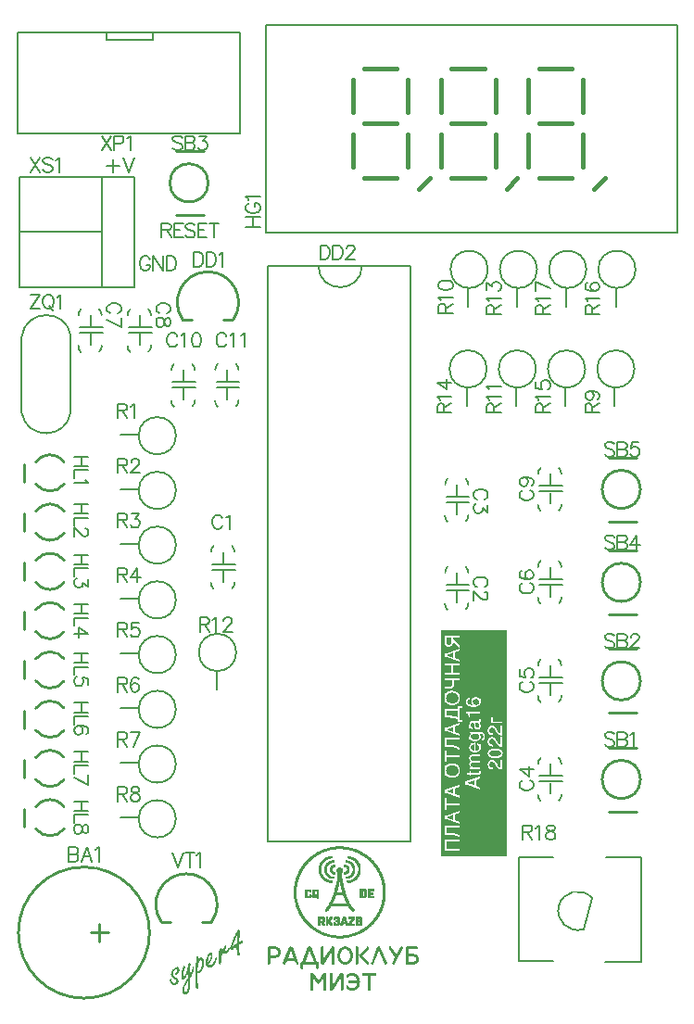
<source format=gto>
G04*
G04 #@! TF.GenerationSoftware,Altium Limited,Altium Designer,19.1.6 (110)*
G04*
G04 Layer_Color=65535*
%FSLAX44Y44*%
%MOMM*%
G71*
G01*
G75*
%ADD10C,0.2500*%
%ADD11C,0.2000*%
%ADD12C,0.2540*%
%ADD13C,0.1500*%
%ADD14C,0.0254*%
%ADD15C,0.2560*%
%ADD16C,0.4000*%
G36*
X705000Y510000D02*
X685230D01*
Y716018D01*
X705000D01*
Y510000D01*
D02*
G37*
G36*
X685230D02*
X664759D01*
Y716018D01*
X685230D01*
Y510000D01*
D02*
G37*
G36*
X664759Y510000D02*
X645000D01*
Y716018D01*
X664759D01*
Y510000D01*
D02*
G37*
G36*
X609362Y427436D02*
X609501Y427413D01*
X609639Y427367D01*
X609801Y427298D01*
X609940Y427205D01*
X610102Y427089D01*
X610125Y427066D01*
X610172Y427020D01*
X610241Y426951D01*
X610311Y426835D01*
X610380Y426719D01*
X610449Y426557D01*
X610496Y426395D01*
X610519Y426210D01*
Y426187D01*
Y426164D01*
X610496Y426025D01*
X610449Y425817D01*
X610357Y425585D01*
X603137Y411447D01*
X603114Y411424D01*
X603068Y411331D01*
X602975Y411216D01*
X602860Y411077D01*
X602698Y410938D01*
X602489Y410822D01*
X602258Y410730D01*
X602003Y410707D01*
X601911D01*
X601818Y410730D01*
X601703Y410753D01*
X601564Y410799D01*
X601402Y410845D01*
X601263Y410938D01*
X601101Y411054D01*
X601078Y411077D01*
X601032Y411123D01*
X600985Y411193D01*
X600916Y411308D01*
X600823Y411447D01*
X600777Y411586D01*
X600731Y411771D01*
X600708Y411956D01*
Y411979D01*
Y412002D01*
Y412072D01*
X600731Y412164D01*
X600777Y412373D01*
X600870Y412627D01*
X603184Y417140D01*
X597792Y425470D01*
Y425493D01*
X597769Y425539D01*
X597723Y425608D01*
X597700Y425701D01*
X597607Y425909D01*
X597584Y426187D01*
Y426210D01*
Y426279D01*
X597607Y426372D01*
X597630Y426488D01*
X597676Y426627D01*
X597746Y426765D01*
X597838Y426927D01*
X597977Y427066D01*
X598000Y427089D01*
X598047Y427136D01*
X598139Y427182D01*
X598255Y427275D01*
X598394Y427344D01*
X598556Y427390D01*
X598718Y427436D01*
X598903Y427460D01*
X599018D01*
X599111Y427436D01*
X599273Y427390D01*
X599435Y427321D01*
X599597Y427205D01*
X599759Y427066D01*
X599921Y426858D01*
X604526Y419777D01*
X608089Y426742D01*
X608112Y426765D01*
X608158Y426858D01*
X608251Y426974D01*
X608367Y427113D01*
X608529Y427228D01*
X608714Y427344D01*
X608922Y427436D01*
X609177Y427460D01*
X609269D01*
X609362Y427436D01*
D02*
G37*
G36*
X546932Y427413D02*
X547047Y427390D01*
X547186Y427344D01*
X547348Y427275D01*
X547487Y427182D01*
X547649Y427043D01*
X547672Y427020D01*
X547718Y426974D01*
X547765Y426904D01*
X547857Y426789D01*
X547927Y426673D01*
X547973Y426511D01*
X548019Y426349D01*
X548042Y426164D01*
Y412026D01*
Y412002D01*
Y411979D01*
X548019Y411841D01*
X547973Y411632D01*
X547880Y411401D01*
X547718Y411170D01*
X547487Y410961D01*
X547348Y410892D01*
X547186Y410822D01*
X546978Y410799D01*
X546746Y410776D01*
X546700D01*
X546561Y410799D01*
X546353Y410845D01*
X546122Y410938D01*
X545890Y411077D01*
X545682Y411308D01*
X545613Y411447D01*
X545543Y411609D01*
X545520Y411817D01*
X545497Y412026D01*
Y422531D01*
X538486Y411355D01*
X538463Y411331D01*
X538393Y411262D01*
X538324Y411193D01*
X538231Y411146D01*
X538116Y411077D01*
X537977Y410984D01*
X537954D01*
X537907Y410961D01*
X537768Y410892D01*
X537560Y410799D01*
X537398Y410776D01*
X536797D01*
X536704Y410799D01*
X536588Y410822D01*
X536473Y410869D01*
X536311Y410938D01*
X536172Y411031D01*
X536010Y411146D01*
X535987Y411170D01*
X535940Y411216D01*
X535894Y411285D01*
X535825Y411401D01*
X535732Y411517D01*
X535686Y411679D01*
X535640Y411841D01*
X535616Y412026D01*
Y426164D01*
Y426187D01*
Y426256D01*
X535640Y426372D01*
X535663Y426511D01*
X535709Y426650D01*
X535779Y426812D01*
X535871Y426974D01*
X536010Y427113D01*
X536033Y427136D01*
X536079Y427159D01*
X536149Y427205D01*
X536264Y427275D01*
X536380Y427344D01*
X536542Y427390D01*
X536704Y427413D01*
X536889Y427436D01*
X536935D01*
X537097Y427413D01*
X537282Y427367D01*
X537537Y427275D01*
X537768Y427136D01*
X537954Y426904D01*
X538046Y426765D01*
X538116Y426580D01*
X538139Y426395D01*
X538162Y426164D01*
Y415635D01*
X545173Y426835D01*
X545196Y426858D01*
X545289Y426951D01*
X545428Y427066D01*
X545543Y427136D01*
X545682Y427205D01*
X545705D01*
X545751Y427251D01*
X545914Y427321D01*
X546099Y427390D01*
X546261Y427436D01*
X546839D01*
X546932Y427413D01*
D02*
G37*
G36*
X623477Y427205D02*
X623685Y427159D01*
X623916Y427066D01*
X624148Y426927D01*
X624356Y426696D01*
X624426Y426557D01*
X624495Y426372D01*
X624518Y426187D01*
X624541Y425956D01*
Y425932D01*
Y425909D01*
X624518Y425770D01*
X624472Y425562D01*
X624379Y425331D01*
X624240Y425099D01*
X624009Y424891D01*
X623870Y424822D01*
X623708Y424752D01*
X623523Y424729D01*
X623292Y424706D01*
X615285D01*
Y420610D01*
X620399D01*
X620561Y420587D01*
X620723Y420564D01*
X620931Y420541D01*
X621163Y420495D01*
X621394Y420425D01*
X621926Y420263D01*
X622227Y420148D01*
X622505Y420009D01*
X622806Y419847D01*
X623083Y419662D01*
X623361Y419453D01*
X623639Y419199D01*
X623662Y419176D01*
X623708Y419129D01*
X623778Y419060D01*
X623870Y418944D01*
X623963Y418806D01*
X624101Y418643D01*
X624217Y418458D01*
X624356Y418250D01*
X624495Y418019D01*
X624611Y417741D01*
X624842Y417163D01*
X624935Y416862D01*
X625004Y416515D01*
X625050Y416168D01*
X625073Y415797D01*
Y415774D01*
Y415705D01*
Y415612D01*
X625050Y415450D01*
X625027Y415288D01*
X625004Y415080D01*
X624958Y414872D01*
X624888Y414617D01*
X624726Y414085D01*
X624611Y413784D01*
X624472Y413507D01*
X624310Y413206D01*
X624101Y412928D01*
X623893Y412650D01*
X623639Y412373D01*
X623616Y412350D01*
X623569Y412303D01*
X623500Y412234D01*
X623384Y412164D01*
X623245Y412049D01*
X623083Y411933D01*
X622898Y411794D01*
X622690Y411679D01*
X622435Y411540D01*
X622181Y411401D01*
X621603Y411193D01*
X621278Y411100D01*
X620931Y411031D01*
X620584Y410984D01*
X620214Y410961D01*
X613943D01*
X613851Y410984D01*
X613735Y411007D01*
X613596Y411054D01*
X613434Y411123D01*
X613295Y411216D01*
X613134Y411331D01*
X613110Y411355D01*
X613087Y411401D01*
X613018Y411493D01*
X612948Y411586D01*
X612879Y411725D01*
X612833Y411887D01*
X612786Y412049D01*
X612763Y412234D01*
Y425956D01*
Y425979D01*
Y426048D01*
X612786Y426141D01*
X612809Y426256D01*
X612856Y426395D01*
X612925Y426534D01*
X613018Y426696D01*
X613134Y426835D01*
X613157Y426858D01*
X613203Y426904D01*
X613295Y426951D01*
X613388Y427043D01*
X613527Y427113D01*
X613689Y427159D01*
X613851Y427205D01*
X614036Y427228D01*
X623338D01*
X623477Y427205D01*
D02*
G37*
G36*
X588791Y427436D02*
X588976Y427344D01*
X589115Y427275D01*
X589254Y427182D01*
X589277D01*
X589323Y427136D01*
X589485Y427020D01*
X589647Y426858D01*
X589739Y426765D01*
X589786Y426673D01*
X595779Y412535D01*
X595802Y412488D01*
X595825Y412373D01*
X595848Y412211D01*
X595872Y412002D01*
Y411979D01*
Y411910D01*
X595848Y411817D01*
X595825Y411702D01*
X595779Y411563D01*
X595709Y411424D01*
X595617Y411262D01*
X595478Y411123D01*
X595455Y411100D01*
X595409Y411077D01*
X595316Y411007D01*
X595224Y410961D01*
X595085Y410892D01*
X594923Y410822D01*
X594738Y410799D01*
X594552Y410776D01*
X594529D01*
X594414Y410799D01*
X594275Y410822D01*
X594113Y410869D01*
X593928Y410961D01*
X593743Y411100D01*
X593558Y411285D01*
X593419Y411540D01*
X588397Y423410D01*
X583793Y411586D01*
X583770Y411563D01*
X583723Y411470D01*
X583654Y411331D01*
X583538Y411193D01*
X583376Y411031D01*
X583168Y410915D01*
X582937Y410822D01*
X582659Y410776D01*
X582566D01*
X582474Y410799D01*
X582335Y410822D01*
X582196Y410869D01*
X582034Y410915D01*
X581895Y411007D01*
X581733Y411123D01*
X581710Y411146D01*
X581664Y411193D01*
X581618Y411262D01*
X581548Y411355D01*
X581456Y411493D01*
X581409Y411632D01*
X581363Y411794D01*
X581340Y411979D01*
Y412002D01*
Y412026D01*
Y412141D01*
X581363Y412303D01*
X581409Y412488D01*
X586893Y426627D01*
Y426650D01*
X586917Y426673D01*
X587009Y426789D01*
X587148Y426951D01*
X587264Y427066D01*
X587402Y427159D01*
X587426Y427182D01*
X587472Y427205D01*
X587541Y427251D01*
X587657Y427321D01*
X587865Y427413D01*
X587981Y427436D01*
X588097Y427460D01*
X588652D01*
X588791Y427436D01*
D02*
G37*
G36*
X578378Y427413D02*
X578494Y427390D01*
X578633Y427344D01*
X578772Y427275D01*
X578933Y427182D01*
X579072Y427066D01*
X579095Y427043D01*
X579142Y426997D01*
X579188Y426927D01*
X579257Y426812D01*
X579327Y426673D01*
X579396Y426534D01*
X579419Y426349D01*
X579442Y426164D01*
Y426141D01*
Y426071D01*
X579419Y425979D01*
X579396Y425863D01*
X579350Y425724D01*
X579304Y425585D01*
X579211Y425423D01*
X579095Y425285D01*
X573287Y419315D01*
X579119Y412882D01*
X579142Y412859D01*
X579165Y412812D01*
X579211Y412743D01*
X579281Y412650D01*
X579350Y412512D01*
X579396Y412373D01*
X579419Y412211D01*
X579442Y412026D01*
Y412002D01*
Y411933D01*
X579419Y411841D01*
X579396Y411725D01*
X579350Y411563D01*
X579281Y411424D01*
X579188Y411262D01*
X579072Y411123D01*
X579049Y411100D01*
X579003Y411077D01*
X578933Y411007D01*
X578818Y410961D01*
X578702Y410892D01*
X578540Y410822D01*
X578378Y410799D01*
X578193Y410776D01*
X578100D01*
X577985Y410799D01*
X577869Y410822D01*
X577707Y410869D01*
X577545Y410961D01*
X577383Y411054D01*
X577244Y411193D01*
X570626Y418505D01*
X570603Y418528D01*
X570580Y418574D01*
X570511Y418643D01*
X570464Y418736D01*
X570326Y419014D01*
X570302Y419153D01*
X570279Y419338D01*
Y419361D01*
Y419430D01*
X570302Y419523D01*
X570326Y419638D01*
X570372Y419777D01*
X570441Y419916D01*
X570534Y420078D01*
X570649Y420217D01*
X577267Y427066D01*
X577290Y427089D01*
X577337Y427136D01*
X577406Y427182D01*
X577522Y427251D01*
X577661Y427321D01*
X577823Y427390D01*
X577985Y427413D01*
X578193Y427436D01*
X578285D01*
X578378Y427413D01*
D02*
G37*
G36*
X568706D02*
X568821Y427390D01*
X569099Y427298D01*
X569238Y427228D01*
X569377Y427113D01*
X569400Y427089D01*
X569446Y427043D01*
X569516Y426974D01*
X569585Y426858D01*
X569655Y426719D01*
X569724Y426557D01*
X569770Y426372D01*
X569793Y426164D01*
Y412026D01*
Y412002D01*
Y411933D01*
X569770Y411817D01*
X569747Y411702D01*
X569701Y411540D01*
X569608Y411378D01*
X569516Y411216D01*
X569377Y411077D01*
X569354Y411054D01*
X569307Y411031D01*
X569238Y410984D01*
X569122Y410938D01*
X568868Y410822D01*
X568706Y410799D01*
X568521Y410776D01*
X568451D01*
X568359Y410799D01*
X568243Y410822D01*
X567965Y410915D01*
X567803Y410984D01*
X567664Y411077D01*
X567641Y411100D01*
X567595Y411146D01*
X567526Y411216D01*
X567456Y411331D01*
X567387Y411470D01*
X567318Y411632D01*
X567271Y411817D01*
X567248Y412026D01*
Y426164D01*
Y426187D01*
Y426256D01*
X567271Y426372D01*
X567294Y426511D01*
X567341Y426650D01*
X567433Y426812D01*
X567526Y426974D01*
X567664Y427113D01*
X567688Y427136D01*
X567734Y427159D01*
X567803Y427205D01*
X567919Y427275D01*
X568174Y427390D01*
X568336Y427413D01*
X568521Y427436D01*
X568613D01*
X568706Y427413D01*
D02*
G37*
G36*
X557992D02*
X558224Y427390D01*
X558478Y427367D01*
X558779Y427298D01*
X559126Y427205D01*
X559520Y427113D01*
X559913Y426974D01*
X560329Y426789D01*
X560769Y426580D01*
X561209Y426326D01*
X561648Y426002D01*
X562088Y425655D01*
X562505Y425238D01*
X562898Y424776D01*
X562921Y424752D01*
X562990Y424660D01*
X563083Y424521D01*
X563199Y424336D01*
X563338Y424104D01*
X563499Y423827D01*
X563685Y423503D01*
X563870Y423156D01*
X564032Y422739D01*
X564217Y422323D01*
X564379Y421837D01*
X564518Y421351D01*
X564633Y420819D01*
X564726Y420263D01*
X564795Y419708D01*
X564818Y419106D01*
Y419060D01*
Y418968D01*
X564795Y418782D01*
Y418574D01*
X564749Y418296D01*
X564726Y417949D01*
X564656Y417602D01*
X564587Y417186D01*
X564471Y416769D01*
X564356Y416306D01*
X564194Y415844D01*
X564008Y415358D01*
X563800Y414849D01*
X563523Y414363D01*
X563245Y413877D01*
X562898Y413414D01*
X562875Y413391D01*
X562805Y413298D01*
X562690Y413183D01*
X562528Y412998D01*
X562319Y412812D01*
X562065Y412581D01*
X561787Y412350D01*
X561463Y412095D01*
X561116Y411841D01*
X560723Y411609D01*
X560283Y411378D01*
X559820Y411193D01*
X559334Y411031D01*
X558802Y410892D01*
X558270Y410799D01*
X557691Y410776D01*
X557553D01*
X557391Y410799D01*
X557182Y410822D01*
X556905Y410869D01*
X556604Y410915D01*
X556257Y411007D01*
X555863Y411100D01*
X555470Y411239D01*
X555054Y411424D01*
X554614Y411632D01*
X554174Y411887D01*
X553735Y412188D01*
X553318Y412535D01*
X552878Y412951D01*
X552485Y413414D01*
X552462Y413437D01*
X552393Y413530D01*
X552300Y413669D01*
X552184Y413854D01*
X552046Y414085D01*
X551884Y414363D01*
X551698Y414687D01*
X551536Y415057D01*
X551351Y415450D01*
X551166Y415890D01*
X551004Y416353D01*
X550865Y416862D01*
X550750Y417394D01*
X550657Y417949D01*
X550588Y418505D01*
X550564Y419106D01*
Y419153D01*
Y419245D01*
X550588Y419430D01*
Y419638D01*
X550634Y419939D01*
X550657Y420263D01*
X550727Y420610D01*
X550796Y421027D01*
X550912Y421443D01*
X551027Y421906D01*
X551189Y422369D01*
X551374Y422855D01*
X551606Y423341D01*
X551860Y423827D01*
X552138Y424313D01*
X552485Y424776D01*
X552508Y424799D01*
X552578Y424891D01*
X552693Y425030D01*
X552855Y425192D01*
X553064Y425400D01*
X553318Y425608D01*
X553596Y425863D01*
X553920Y426118D01*
X554267Y426349D01*
X554683Y426604D01*
X555100Y426812D01*
X555563Y427020D01*
X556049Y427182D01*
X556581Y427321D01*
X557113Y427413D01*
X557691Y427436D01*
X557830D01*
X557992Y427413D01*
D02*
G37*
G36*
X494197Y427205D02*
X494382Y427182D01*
X494613Y427159D01*
X494868Y427113D01*
X495122Y427043D01*
X495724Y426881D01*
X496025Y426765D01*
X496326Y426604D01*
X496650Y426441D01*
X496950Y426256D01*
X497251Y426025D01*
X497529Y425770D01*
X497552Y425747D01*
X497598Y425701D01*
X497668Y425632D01*
X497760Y425516D01*
X497876Y425354D01*
X497992Y425192D01*
X498131Y424984D01*
X498270Y424776D01*
X498385Y424521D01*
X498524Y424243D01*
X498640Y423919D01*
X498755Y423595D01*
X498848Y423248D01*
X498917Y422878D01*
X498964Y422508D01*
X498987Y422091D01*
Y422068D01*
Y421999D01*
Y421883D01*
X498964Y421721D01*
X498941Y421536D01*
X498917Y421305D01*
X498871Y421073D01*
X498802Y420796D01*
X498640Y420217D01*
X498524Y419916D01*
X498362Y419592D01*
X498200Y419291D01*
X498015Y418991D01*
X497784Y418690D01*
X497529Y418412D01*
X497506Y418389D01*
X497460Y418343D01*
X497390Y418273D01*
X497275Y418181D01*
X497113Y418065D01*
X496950Y417949D01*
X496742Y417811D01*
X496511Y417695D01*
X496256Y417556D01*
X495979Y417417D01*
X495678Y417301D01*
X495354Y417186D01*
X495007Y417093D01*
X494637Y417024D01*
X494243Y416978D01*
X493827Y416954D01*
X489199D01*
Y412026D01*
Y412002D01*
Y411979D01*
X489176Y411841D01*
X489129Y411632D01*
X489037Y411401D01*
X488898Y411170D01*
X488667Y410961D01*
X488528Y410892D01*
X488366Y410822D01*
X488181Y410799D01*
X487949Y410776D01*
X487903D01*
X487741Y410799D01*
X487556Y410845D01*
X487325Y410938D01*
X487070Y411077D01*
X486885Y411308D01*
X486792Y411447D01*
X486723Y411609D01*
X486700Y411817D01*
X486677Y412026D01*
Y425956D01*
Y425979D01*
Y426048D01*
X486700Y426141D01*
X486723Y426256D01*
X486769Y426395D01*
X486839Y426534D01*
X486931Y426696D01*
X487047Y426835D01*
X487070Y426858D01*
X487116Y426904D01*
X487209Y426951D01*
X487301Y427043D01*
X487440Y427113D01*
X487602Y427159D01*
X487764Y427205D01*
X487949Y427228D01*
X494035D01*
X494197Y427205D01*
D02*
G37*
G36*
X508520Y427275D02*
X508728Y427182D01*
X508867Y427113D01*
X509006Y427020D01*
X509029Y426997D01*
X509076Y426974D01*
X509238Y426858D01*
X509399Y426673D01*
X509469Y426580D01*
X509515Y426488D01*
X515254Y412373D01*
X515277Y412327D01*
X515300Y412211D01*
X515323Y412049D01*
X515346Y411841D01*
Y411817D01*
Y411748D01*
X515323Y411655D01*
X515300Y411540D01*
X515254Y411401D01*
X515184Y411239D01*
X515092Y411100D01*
X514953Y410961D01*
X514930Y410938D01*
X514884Y410915D01*
X514791Y410845D01*
X514698Y410799D01*
X514560Y410730D01*
X514398Y410660D01*
X514212Y410637D01*
X514027Y410614D01*
X514004D01*
X513889Y410637D01*
X513750Y410660D01*
X513588Y410707D01*
X513403Y410799D01*
X513218Y410938D01*
X513032Y411146D01*
X512894Y411401D01*
X511690Y414386D01*
X504471D01*
X503268Y411401D01*
X503245Y411378D01*
X503198Y411285D01*
X503129Y411146D01*
X503013Y411007D01*
X502851Y410869D01*
X502643Y410730D01*
X502411Y410637D01*
X502134Y410614D01*
X502041D01*
X501949Y410637D01*
X501833Y410660D01*
X501532Y410753D01*
X501370Y410822D01*
X501231Y410938D01*
X501208Y410961D01*
X501162Y411007D01*
X501092Y411077D01*
X501023Y411193D01*
X500954Y411331D01*
X500884Y411470D01*
X500838Y411655D01*
X500815Y411841D01*
Y411864D01*
Y411887D01*
X500838Y412002D01*
X500861Y412188D01*
X500907Y412373D01*
X506646Y426488D01*
Y426511D01*
X506669Y426534D01*
X506739Y426650D01*
X506808Y426719D01*
X506900Y426812D01*
X506993Y426927D01*
X507132Y427020D01*
X507155Y427043D01*
X507201Y427066D01*
X507271Y427113D01*
X507386Y427159D01*
X507595Y427251D01*
X507710Y427298D01*
X508381D01*
X508520Y427275D01*
D02*
G37*
G36*
X525597Y427413D02*
X525805Y427321D01*
X525944Y427251D01*
X526083Y427159D01*
X526106Y427136D01*
X526152Y427113D01*
X526314Y426997D01*
X526476Y426812D01*
X526546Y426719D01*
X526592Y426627D01*
X531729Y413507D01*
X532169D01*
X532261Y413483D01*
X532377Y413460D01*
X532516Y413414D01*
X532655Y413345D01*
X532817Y413252D01*
X532955Y413113D01*
X532979Y413090D01*
X533025Y413044D01*
X533071Y412974D01*
X533164Y412859D01*
X533233Y412743D01*
X533279Y412581D01*
X533326Y412419D01*
X533349Y412234D01*
Y408022D01*
Y407999D01*
Y407976D01*
X533326Y407814D01*
X533279Y407629D01*
X533187Y407398D01*
X533048Y407143D01*
X532817Y406958D01*
X532678Y406866D01*
X532493Y406796D01*
X532308Y406773D01*
X532076Y406750D01*
X532030D01*
X531868Y406773D01*
X531683Y406819D01*
X531451Y406912D01*
X531197Y407051D01*
X531012Y407282D01*
X530919Y407444D01*
X530850Y407606D01*
X530827Y407791D01*
X530803Y408022D01*
Y410961D01*
X519511D01*
Y408022D01*
Y407999D01*
Y407976D01*
Y407907D01*
X519488Y407814D01*
X519442Y407606D01*
X519350Y407351D01*
X519211Y407097D01*
X518979Y406889D01*
X518840Y406796D01*
X518678Y406750D01*
X518493Y406704D01*
X518262Y406680D01*
X518169D01*
X518054Y406704D01*
X517938Y406727D01*
X517776Y406773D01*
X517614Y406842D01*
X517452Y406935D01*
X517313Y407074D01*
X517290Y407097D01*
X517267Y407143D01*
X517197Y407213D01*
X517151Y407328D01*
X517082Y407467D01*
X517012Y407629D01*
X516989Y407814D01*
X516966Y408022D01*
Y412234D01*
Y412257D01*
Y412327D01*
X516989Y412419D01*
X517012Y412535D01*
X517059Y412673D01*
X517128Y412812D01*
X517221Y412974D01*
X517360Y413113D01*
X517383Y413136D01*
X517429Y413183D01*
X517522Y413229D01*
X517614Y413321D01*
X517753Y413391D01*
X517915Y413437D01*
X518077Y413483D01*
X518262Y413507D01*
X518586D01*
X523723Y426627D01*
Y426650D01*
X523746Y426673D01*
X523815Y426789D01*
X523885Y426858D01*
X523977Y426951D01*
X524070Y427066D01*
X524209Y427159D01*
X524232Y427182D01*
X524278Y427205D01*
X524348Y427251D01*
X524463Y427298D01*
X524672Y427390D01*
X524787Y427436D01*
X525458D01*
X525597Y427413D01*
D02*
G37*
G36*
X539492Y403381D02*
X539608Y403358D01*
X539747Y403311D01*
X539886Y403242D01*
X540048Y403149D01*
X540187Y403034D01*
X540210Y403010D01*
X540256Y402964D01*
X540302Y402895D01*
X540395Y402779D01*
X540464Y402640D01*
X540510Y402501D01*
X540557Y402316D01*
X540580Y402131D01*
Y387993D01*
Y387970D01*
Y387901D01*
X540557Y387785D01*
X540534Y387669D01*
X540487Y387507D01*
X540395Y387345D01*
X540302Y387183D01*
X540163Y387044D01*
X540140Y387021D01*
X540094Y386998D01*
X540024Y386952D01*
X539909Y386906D01*
X539654Y386790D01*
X539492Y386767D01*
X539307Y386744D01*
X539238D01*
X539145Y386767D01*
X539030Y386790D01*
X538752Y386882D01*
X538590Y386952D01*
X538451Y387044D01*
X538428Y387067D01*
X538382Y387114D01*
X538312Y387183D01*
X538243Y387299D01*
X538173Y387438D01*
X538104Y387600D01*
X538058Y387785D01*
X538035Y387993D01*
Y398938D01*
X534193Y393662D01*
X534170Y393639D01*
X534124Y393570D01*
X534031Y393500D01*
X533916Y393408D01*
X533777Y393292D01*
X533592Y393223D01*
X533383Y393153D01*
X533152Y393130D01*
X533036D01*
X532921Y393153D01*
X532782Y393199D01*
X532620Y393269D01*
X532458Y393361D01*
X532296Y393477D01*
X532134Y393662D01*
X528270Y398915D01*
Y387993D01*
Y387970D01*
Y387901D01*
X528247Y387785D01*
X528223Y387669D01*
X528177Y387507D01*
X528085Y387345D01*
X527992Y387183D01*
X527853Y387044D01*
X527830Y387021D01*
X527784Y386998D01*
X527714Y386952D01*
X527599Y386906D01*
X527344Y386790D01*
X527182Y386767D01*
X526997Y386744D01*
X526928D01*
X526835Y386767D01*
X526719Y386790D01*
X526442Y386882D01*
X526303Y386952D01*
X526164Y387044D01*
X526141Y387067D01*
X526095Y387114D01*
X526025Y387183D01*
X525956Y387299D01*
X525863Y387438D01*
X525794Y387600D01*
X525747Y387785D01*
X525724Y387993D01*
Y402131D01*
Y402154D01*
Y402224D01*
X525747Y402316D01*
X525771Y402432D01*
X525817Y402571D01*
X525886Y402710D01*
X525979Y402872D01*
X526095Y403010D01*
X526118Y403034D01*
X526164Y403080D01*
X526257Y403126D01*
X526349Y403219D01*
X526488Y403288D01*
X526650Y403335D01*
X526812Y403381D01*
X526997Y403404D01*
X527599D01*
X527714Y403381D01*
X527853Y403335D01*
X528015Y403288D01*
X528200Y403196D01*
X528362Y403057D01*
X528524Y402895D01*
X533152Y396578D01*
X537757Y402895D01*
X537780Y402918D01*
X537826Y402964D01*
X537919Y403057D01*
X538035Y403149D01*
X538173Y403242D01*
X538358Y403335D01*
X538567Y403381D01*
X538798Y403404D01*
X539400D01*
X539492Y403381D01*
D02*
G37*
G36*
X554926D02*
X555042Y403358D01*
X555181Y403311D01*
X555343Y403242D01*
X555482Y403149D01*
X555644Y403010D01*
X555667Y402987D01*
X555713Y402941D01*
X555759Y402872D01*
X555852Y402756D01*
X555921Y402640D01*
X555968Y402478D01*
X556014Y402316D01*
X556037Y402131D01*
Y387993D01*
Y387970D01*
Y387947D01*
X556014Y387808D01*
X555968Y387600D01*
X555875Y387368D01*
X555713Y387137D01*
X555482Y386929D01*
X555343Y386859D01*
X555181Y386790D01*
X554973Y386767D01*
X554741Y386744D01*
X554695D01*
X554556Y386767D01*
X554348Y386813D01*
X554116Y386906D01*
X553885Y387044D01*
X553677Y387276D01*
X553607Y387415D01*
X553538Y387576D01*
X553515Y387785D01*
X553492Y387993D01*
Y398498D01*
X546480Y387322D01*
X546457Y387299D01*
X546388Y387229D01*
X546318Y387160D01*
X546226Y387114D01*
X546110Y387044D01*
X545971Y386952D01*
X545948D01*
X545902Y386929D01*
X545763Y386859D01*
X545555Y386767D01*
X545393Y386744D01*
X544791D01*
X544699Y386767D01*
X544583Y386790D01*
X544467Y386836D01*
X544305Y386906D01*
X544166Y386998D01*
X544005Y387114D01*
X543981Y387137D01*
X543935Y387183D01*
X543889Y387253D01*
X543819Y387368D01*
X543727Y387484D01*
X543680Y387646D01*
X543634Y387808D01*
X543611Y387993D01*
Y402131D01*
Y402154D01*
Y402224D01*
X543634Y402340D01*
X543657Y402478D01*
X543704Y402617D01*
X543773Y402779D01*
X543866Y402941D01*
X544005Y403080D01*
X544028Y403103D01*
X544074Y403126D01*
X544143Y403172D01*
X544259Y403242D01*
X544375Y403311D01*
X544537Y403358D01*
X544699Y403381D01*
X544884Y403404D01*
X544930D01*
X545092Y403381D01*
X545277Y403335D01*
X545532Y403242D01*
X545763Y403103D01*
X545948Y402872D01*
X546041Y402733D01*
X546110Y402548D01*
X546133Y402363D01*
X546157Y402131D01*
Y391603D01*
X553168Y402802D01*
X553191Y402825D01*
X553283Y402918D01*
X553422Y403034D01*
X553538Y403103D01*
X553677Y403172D01*
X553700D01*
X553746Y403219D01*
X553908Y403288D01*
X554093Y403358D01*
X554255Y403404D01*
X554834D01*
X554926Y403381D01*
D02*
G37*
G36*
X564159Y403404D02*
X564390Y403381D01*
X564668Y403358D01*
X564992Y403288D01*
X565339Y403196D01*
X565732Y403103D01*
X566126Y402964D01*
X566565Y402779D01*
X567005Y402571D01*
X567468Y402316D01*
X567907Y402015D01*
X568347Y401668D01*
X568787Y401252D01*
X569203Y400789D01*
X569226Y400766D01*
X569296Y400673D01*
X569388Y400535D01*
X569527Y400350D01*
X569666Y400118D01*
X569851Y399840D01*
X570036Y399516D01*
X570221Y399146D01*
X570407Y398753D01*
X570592Y398313D01*
X570777Y397827D01*
X570916Y397341D01*
X571054Y396809D01*
X571147Y396231D01*
X571216Y395652D01*
X571240Y395051D01*
Y395004D01*
Y394912D01*
X571216Y394727D01*
Y394495D01*
X571170Y394218D01*
X571124Y393894D01*
X571078Y393523D01*
X570985Y393107D01*
X570869Y392667D01*
X570754Y392228D01*
X570569Y391742D01*
X570383Y391256D01*
X570152Y390770D01*
X569874Y390261D01*
X569574Y389775D01*
X569203Y389312D01*
X569180Y389289D01*
X569111Y389196D01*
X568995Y389081D01*
X568810Y388919D01*
X568602Y388710D01*
X568347Y388502D01*
X568069Y388248D01*
X567722Y388016D01*
X567352Y387785D01*
X566959Y387530D01*
X566519Y387322D01*
X566033Y387137D01*
X565547Y386952D01*
X565015Y386836D01*
X564437Y386744D01*
X563858Y386720D01*
X563696D01*
X563580Y386744D01*
X563442Y386767D01*
X563256Y386790D01*
X563048Y386813D01*
X562840Y386859D01*
X562331Y386998D01*
X561752Y387206D01*
X561452Y387322D01*
X561128Y387484D01*
X560804Y387646D01*
X560457Y387854D01*
X560434Y387877D01*
X560364Y387901D01*
X560271Y387970D01*
X560156Y388063D01*
X559832Y388317D01*
X559485Y388618D01*
X559138Y389011D01*
X558814Y389451D01*
X558698Y389682D01*
X558605Y389914D01*
X558536Y390168D01*
X558513Y390423D01*
Y390446D01*
Y390469D01*
X558536Y390631D01*
X558559Y390816D01*
X558652Y391071D01*
X558767Y391302D01*
X558953Y391487D01*
X559230Y391649D01*
X559392Y391672D01*
X559577Y391695D01*
X559647D01*
X559716Y391672D01*
X559832Y391626D01*
X559948Y391533D01*
X560133Y391418D01*
X560318Y391256D01*
X560549Y391048D01*
X560595Y391001D01*
X560688Y390909D01*
X560850Y390747D01*
X561035Y390561D01*
X561475Y390168D01*
X561660Y390006D01*
X561845Y389867D01*
X561891Y389844D01*
X562007Y389775D01*
X562192Y389659D01*
X562447Y389543D01*
X562771Y389428D01*
X563094Y389312D01*
X563488Y389243D01*
X563881Y389219D01*
X564043D01*
X564182Y389243D01*
X564321Y389266D01*
X564506Y389289D01*
X564899Y389405D01*
X565385Y389566D01*
X565640Y389705D01*
X565894Y389844D01*
X566172Y390006D01*
X566427Y390191D01*
X566704Y390423D01*
X566959Y390677D01*
X566982Y390700D01*
X567005Y390747D01*
X567075Y390816D01*
X567167Y390909D01*
X567260Y391048D01*
X567375Y391186D01*
X567514Y391371D01*
X567630Y391580D01*
X567907Y392019D01*
X568185Y392551D01*
X568417Y393153D01*
X568578Y393801D01*
X561729D01*
X561614Y393824D01*
X561498Y393847D01*
X561336Y393894D01*
X561174Y393940D01*
X561012Y394032D01*
X560873Y394148D01*
X560850Y394171D01*
X560827Y394218D01*
X560757Y394287D01*
X560688Y394403D01*
X560619Y394518D01*
X560572Y394680D01*
X560526Y394842D01*
X560503Y395051D01*
Y395074D01*
Y395143D01*
X560526Y395259D01*
X560549Y395374D01*
X560595Y395536D01*
X560665Y395675D01*
X560757Y395837D01*
X560873Y395976D01*
X560896Y395999D01*
X560942Y396022D01*
X561012Y396092D01*
X561128Y396161D01*
X561267Y396208D01*
X561428Y396277D01*
X561614Y396300D01*
X561822Y396323D01*
X568578D01*
Y396346D01*
X568555Y396393D01*
X568532Y396508D01*
X568509Y396624D01*
X568463Y396786D01*
X568417Y396948D01*
X568255Y397388D01*
X568046Y397874D01*
X567769Y398383D01*
X567422Y398938D01*
X566982Y399447D01*
X566959Y399470D01*
X566912Y399516D01*
X566843Y399586D01*
X566750Y399678D01*
X566612Y399794D01*
X566450Y399910D01*
X566265Y400049D01*
X566079Y400187D01*
X565617Y400465D01*
X565084Y400697D01*
X564807Y400789D01*
X564506Y400859D01*
X564205Y400905D01*
X563881Y400928D01*
X563696D01*
X563488Y400905D01*
X563233Y400859D01*
X562933Y400789D01*
X562609Y400673D01*
X562262Y400535D01*
X561937Y400350D01*
X561891Y400326D01*
X561822Y400257D01*
X561729Y400187D01*
X561567Y400049D01*
X561359Y399864D01*
X561081Y399609D01*
X560734Y399308D01*
X560711Y399285D01*
X560619Y399216D01*
X560503Y399123D01*
X560341Y399030D01*
X560179Y398915D01*
X559971Y398822D01*
X559762Y398753D01*
X559577Y398730D01*
X559531D01*
X559415Y398753D01*
X559230Y398776D01*
X559045Y398845D01*
X558860Y398961D01*
X558675Y399146D01*
X558559Y399378D01*
X558536Y399540D01*
X558513Y399702D01*
Y399725D01*
Y399771D01*
X558536Y399840D01*
Y399933D01*
X558582Y400049D01*
X558605Y400187D01*
X558767Y400535D01*
X558860Y400720D01*
X558999Y400928D01*
X559138Y401159D01*
X559323Y401368D01*
X559554Y401599D01*
X559809Y401830D01*
X560109Y402062D01*
X560457Y402293D01*
X560480Y402316D01*
X560549Y402340D01*
X560642Y402409D01*
X560757Y402478D01*
X560919Y402548D01*
X561105Y402663D01*
X561336Y402756D01*
X561567Y402872D01*
X562076Y403080D01*
X562655Y403242D01*
X563256Y403381D01*
X563557Y403404D01*
X563858Y403427D01*
X563997D01*
X564159Y403404D01*
D02*
G37*
G36*
X584961Y403172D02*
X585169Y403126D01*
X585401Y403034D01*
X585632Y402895D01*
X585840Y402663D01*
X585910Y402525D01*
X585979Y402340D01*
X586003Y402154D01*
X586026Y401923D01*
Y401900D01*
Y401877D01*
X586003Y401738D01*
X585956Y401530D01*
X585864Y401298D01*
X585725Y401067D01*
X585493Y400859D01*
X585355Y400789D01*
X585193Y400720D01*
X585008Y400697D01*
X584776Y400673D01*
X580773D01*
Y387993D01*
Y387970D01*
Y387947D01*
X580750Y387808D01*
X580704Y387600D01*
X580611Y387368D01*
X580472Y387137D01*
X580241Y386929D01*
X580102Y386859D01*
X579940Y386790D01*
X579755Y386767D01*
X579524Y386744D01*
X579477D01*
X579315Y386767D01*
X579107Y386813D01*
X578876Y386906D01*
X578644Y387044D01*
X578436Y387276D01*
X578343Y387415D01*
X578274Y387576D01*
X578251Y387785D01*
X578228Y387993D01*
Y400673D01*
X574225D01*
X574063Y400697D01*
X573877Y400743D01*
X573646Y400835D01*
X573391Y400974D01*
X573206Y401206D01*
X573114Y401344D01*
X573044Y401507D01*
X573021Y401715D01*
X572998Y401923D01*
Y401946D01*
Y401969D01*
X573021Y402131D01*
X573068Y402316D01*
X573160Y402571D01*
X573299Y402802D01*
X573530Y402987D01*
X573692Y403080D01*
X573854Y403149D01*
X574039Y403172D01*
X574271Y403196D01*
X584822D01*
X584961Y403172D01*
D02*
G37*
G36*
X448479Y428283D02*
X448806Y428129D01*
X448868Y428106D01*
X448991Y428062D01*
X449111Y427913D01*
X449212Y427807D01*
X449231Y427765D01*
X449245Y427516D01*
X449220Y427351D01*
X449130Y427105D01*
X449041Y426859D01*
X448887Y426532D01*
X448842Y426409D01*
X448711Y426144D01*
X448554Y425713D01*
X448375Y425221D01*
X448173Y424668D01*
X448056Y424153D01*
X448003Y423720D01*
X448039Y423533D01*
X448075Y423345D01*
X448114Y423261D01*
X448215Y423155D01*
X448442Y423108D01*
X448564Y423063D01*
X448774Y423161D01*
X448881Y423261D01*
X449071Y423401D01*
X449325Y423622D01*
X449624Y423966D01*
X450030Y424410D01*
X450461Y425019D01*
X450936Y425752D01*
X450959Y425813D01*
X451087Y425975D01*
X451216Y426138D01*
X451364Y426258D01*
X451448Y426297D01*
X451613Y426272D01*
X451736Y426227D01*
X451797Y426204D01*
X451901Y426202D01*
X452001Y426095D01*
X452102Y425989D01*
X452122Y425947D01*
X452119Y425844D01*
X452136Y425698D01*
X452088Y425472D01*
X452038Y425142D01*
X451881Y424711D01*
X451660Y424200D01*
X451310Y423526D01*
X451246Y423445D01*
X451095Y423222D01*
X450857Y422855D01*
X450577Y422469D01*
X450191Y421983D01*
X449724Y421561D01*
X449257Y421139D01*
X448690Y420823D01*
X448606Y420784D01*
X448335Y420709D01*
X447918Y420617D01*
X447462Y420608D01*
X447359Y420611D01*
X447155Y420720D01*
X446892Y420955D01*
X446710Y421126D01*
X446593Y421378D01*
X446573Y421419D01*
X446554Y421461D01*
X446498Y421691D01*
X446467Y422085D01*
X446482Y422602D01*
X446417Y422521D01*
X446328Y422275D01*
X446109Y421867D01*
X445908Y421314D01*
X445597Y420556D01*
X445304Y419653D01*
X444985Y418585D01*
X444682Y417372D01*
X444679Y417268D01*
X444609Y416980D01*
X444556Y416547D01*
X444478Y415949D01*
X444396Y415247D01*
X444290Y414380D01*
X444264Y413449D01*
X444236Y412415D01*
X444256Y412373D01*
X444211Y412250D01*
X444138Y411859D01*
X443940Y411409D01*
X443769Y411227D01*
X443579Y411087D01*
X443453Y411028D01*
X443204Y411015D01*
X442997Y411020D01*
X442874Y411065D01*
X442712Y411194D01*
X442572Y411384D01*
X442553Y411426D01*
X442514Y411510D01*
X442458Y411739D01*
X442385Y412113D01*
X442296Y412634D01*
X442262Y412924D01*
X442232Y413319D01*
X442182Y413755D01*
X442132Y414191D01*
X442084Y414730D01*
X442059Y415332D01*
X442040Y415373D01*
X442065Y415538D01*
X442051Y415787D01*
X442040Y416140D01*
X442009Y416534D01*
X441981Y417031D01*
X441996Y417549D01*
X441970Y418150D01*
X442004Y419391D01*
X442083Y420755D01*
X442243Y422055D01*
X442321Y422654D01*
X442442Y423271D01*
X442464Y423333D01*
X442512Y423559D01*
X442604Y423909D01*
X442738Y424278D01*
X442915Y424666D01*
X443091Y425055D01*
X443306Y425360D01*
X443580Y425539D01*
X443748Y425617D01*
X443913Y425592D01*
X444120Y425586D01*
X444181Y425564D01*
X444304Y425519D01*
X444467Y425390D01*
X444587Y425242D01*
X444606Y425200D01*
X444642Y425013D01*
X444634Y424702D01*
X444581Y424269D01*
X444558Y424207D01*
X444536Y424146D01*
X444491Y424023D01*
X444444Y423797D01*
X444374Y423509D01*
X444278Y423056D01*
X444161Y422541D01*
X444138Y422480D01*
X444113Y422315D01*
X444063Y421985D01*
X444012Y421655D01*
X443959Y421222D01*
X443926Y420746D01*
X443878Y419754D01*
X443900Y419815D01*
X443923Y419877D01*
X444057Y420246D01*
X444258Y420799D01*
X444527Y421538D01*
X444882Y422418D01*
X445302Y423380D01*
X445786Y424422D01*
X446334Y425546D01*
X446357Y425608D01*
X446443Y425750D01*
X446552Y425954D01*
X446684Y426220D01*
X446880Y426567D01*
X447075Y426913D01*
X447573Y427707D01*
X447615Y427727D01*
X447638Y427788D01*
X447747Y427992D01*
X447917Y428174D01*
X448066Y428294D01*
X448107Y428313D01*
X448253Y428330D01*
X448479Y428283D01*
D02*
G37*
G36*
X460606Y442465D02*
X460998Y442392D01*
X461059Y442370D01*
X461263Y442261D01*
X461445Y442090D01*
X461604Y441858D01*
X461643Y441774D01*
X461640Y441671D01*
X461677Y441483D01*
X461713Y441296D01*
X461704Y440986D01*
X461716Y440633D01*
X461662Y440200D01*
X461640Y440139D01*
X461657Y439993D01*
X461631Y439828D01*
X461581Y439498D01*
X461547Y439023D01*
X461469Y438425D01*
X461385Y437620D01*
X461404Y437578D01*
X461382Y437516D01*
X461376Y437309D01*
X461329Y437083D01*
X461301Y436814D01*
X461292Y436504D01*
X461208Y435699D01*
X461121Y434790D01*
X461093Y433756D01*
X461000Y432640D01*
X460989Y431461D01*
X461198Y431558D01*
X461389Y431698D01*
X461682Y431835D01*
X462208Y432131D01*
X462837Y432425D01*
X463066Y432480D01*
X463296Y432536D01*
X463522Y432489D01*
X463790Y432461D01*
X464014Y432310D01*
X464193Y432036D01*
X464212Y431994D01*
X464252Y431910D01*
X464268Y431764D01*
X464305Y431577D01*
X464299Y431370D01*
X464293Y431163D01*
X464204Y430917D01*
X464053Y430694D01*
X464011Y430674D01*
X463904Y430574D01*
X463779Y430515D01*
X463588Y430375D01*
X463337Y430258D01*
X463021Y430059D01*
X461679Y429433D01*
X461363Y429235D01*
X460943Y429039D01*
X460963Y428997D01*
X460960Y428894D01*
X460935Y428729D01*
X460968Y428438D01*
X460937Y428066D01*
X460965Y427569D01*
X460968Y426906D01*
X460926Y426121D01*
X460945Y426079D01*
X460920Y425914D01*
X460956Y425726D01*
X460948Y425416D01*
X460959Y425064D01*
X460970Y424711D01*
X461028Y423820D01*
X461106Y422886D01*
X461165Y421994D01*
X461226Y421205D01*
X461279Y420873D01*
X461313Y420582D01*
X461332Y420540D01*
X461310Y420479D01*
X461343Y420188D01*
X461354Y419836D01*
X461304Y419506D01*
X461282Y419444D01*
X461175Y419343D01*
X461005Y419162D01*
X460731Y418983D01*
X460647Y418944D01*
X460417Y418888D01*
X460127Y418855D01*
X459819Y418966D01*
X459758Y418989D01*
X459596Y419118D01*
X459414Y419288D01*
X459255Y419520D01*
X459216Y419604D01*
X459176Y419688D01*
X459160Y419833D01*
X459104Y420063D01*
X459028Y420334D01*
X458975Y420667D01*
X458945Y421061D01*
X458875Y421539D01*
X458808Y422120D01*
X458764Y422763D01*
X458660Y423532D01*
X458621Y424382D01*
X458585Y425336D01*
X458552Y426393D01*
X458564Y427572D01*
X458438Y427514D01*
X458331Y427413D01*
X458122Y427315D01*
X457658Y426997D01*
X457129Y426597D01*
X456475Y426139D01*
X455840Y425638D01*
X455225Y425096D01*
X454693Y424593D01*
X454629Y424512D01*
X454439Y424372D01*
X454226Y424171D01*
X453952Y423992D01*
X453826Y423934D01*
X453703Y423978D01*
X453539Y424004D01*
X453312Y424051D01*
X453130Y424222D01*
X452910Y424476D01*
X452692Y424834D01*
X452672Y424876D01*
X452633Y424960D01*
X452616Y425105D01*
X452580Y425293D01*
X452510Y425771D01*
X452519Y426081D01*
X452569Y426411D01*
X452591Y426473D01*
X452681Y426719D01*
X452796Y427130D01*
X452978Y427725D01*
X453246Y428463D01*
X453582Y429385D01*
X453943Y430473D01*
X454413Y431764D01*
X454436Y431826D01*
X454480Y431949D01*
X454570Y432195D01*
X454682Y432503D01*
X454858Y432891D01*
X455015Y433322D01*
X455437Y434387D01*
X455966Y435552D01*
X456497Y436822D01*
X457071Y438110D01*
X457684Y439315D01*
X457725Y439334D01*
X457728Y439438D01*
X457902Y439723D01*
X458162Y440151D01*
X458467Y440701D01*
X458875Y441249D01*
X459261Y441736D01*
X459644Y442119D01*
X460025Y442398D01*
X460108Y442437D01*
X460296Y442473D01*
X460606Y442465D01*
D02*
G37*
G36*
X404814Y408585D02*
X405141Y408431D01*
X405345Y408322D01*
X405527Y408152D01*
X405706Y407878D01*
X405885Y407603D01*
X405904Y407561D01*
X405963Y407436D01*
X406038Y407164D01*
X406114Y406893D01*
X406144Y406499D01*
X406175Y406105D01*
X406161Y405588D01*
X406043Y405073D01*
X406021Y405012D01*
X405954Y404827D01*
X405864Y404581D01*
X405710Y404254D01*
X405492Y403846D01*
X405210Y403357D01*
X404824Y402870D01*
X404396Y402365D01*
X404354Y402345D01*
X404290Y402264D01*
X404141Y402144D01*
X403951Y402004D01*
X403507Y401643D01*
X403065Y401386D01*
X402939Y401328D01*
X402648Y401294D01*
X402483Y401320D01*
X402299Y401387D01*
X402137Y401515D01*
X401997Y401705D01*
X401977Y401747D01*
X401958Y401789D01*
X401902Y402019D01*
X401910Y402329D01*
X402064Y402656D01*
X402106Y402676D01*
X402129Y402737D01*
X402254Y402796D01*
X402403Y402916D01*
X402593Y403056D01*
X402889Y403296D01*
X403228Y403556D01*
X403270Y403576D01*
X403334Y403657D01*
X403440Y403757D01*
X403569Y403919D01*
X403868Y404263D01*
X404173Y404814D01*
X404215Y404833D01*
X404218Y404937D01*
X404330Y405244D01*
X404361Y405616D01*
X404324Y405803D01*
X404288Y405991D01*
X404249Y406075D01*
X404129Y406223D01*
X404008Y406371D01*
X403762Y406461D01*
X403701Y406483D01*
X403536Y406508D01*
X403307Y406452D01*
X402994Y406357D01*
X402784Y406260D01*
X402594Y406120D01*
X402339Y405899D01*
X402043Y405659D01*
X401702Y405295D01*
X401338Y404870D01*
X401013Y404362D01*
X400949Y404281D01*
X400840Y404077D01*
X400728Y403769D01*
X400572Y403339D01*
X400434Y402866D01*
X400420Y402349D01*
X400468Y401809D01*
X400618Y401267D01*
X400638Y401225D01*
X400697Y401099D01*
X400836Y400909D01*
X401057Y400654D01*
X401339Y400378D01*
X401703Y400036D01*
X402128Y399673D01*
X402718Y399284D01*
X402799Y399220D01*
X403003Y399111D01*
X403349Y398915D01*
X403735Y398635D01*
X404098Y398294D01*
X404523Y397930D01*
X404864Y397528D01*
X405102Y397128D01*
X405141Y397044D01*
X405177Y396857D01*
X405292Y396502D01*
X405364Y396127D01*
X405350Y395610D01*
X405313Y395031D01*
X405173Y394455D01*
X404846Y393843D01*
X404824Y393781D01*
X404718Y393681D01*
X404589Y393519D01*
X404376Y393317D01*
X404100Y393035D01*
X403803Y392795D01*
X403445Y392577D01*
X403045Y392339D01*
X402961Y392300D01*
X402732Y392244D01*
X402419Y392149D01*
X401960Y392038D01*
X401463Y392010D01*
X400904Y392004D01*
X400286Y392125D01*
X399713Y392368D01*
X399651Y392391D01*
X399551Y392497D01*
X399327Y392648D01*
X399084Y392841D01*
X398821Y393076D01*
X398561Y393414D01*
X398282Y393794D01*
X398025Y394236D01*
X397985Y394320D01*
X397907Y394488D01*
X397832Y394759D01*
X397717Y395114D01*
X397606Y395573D01*
X397597Y396029D01*
X397570Y396526D01*
X397645Y397021D01*
X397668Y397082D01*
X397670Y397186D01*
X397824Y397513D01*
X398000Y397901D01*
X398191Y398041D01*
X398339Y398162D01*
X398423Y398201D01*
X398610Y398237D01*
X398795Y398170D01*
X398918Y398125D01*
X398976Y397999D01*
X398996Y397957D01*
X399035Y397873D01*
X399010Y397708D01*
X399024Y397459D01*
X399043Y397418D01*
X398998Y397295D01*
X399035Y397107D01*
X399068Y396816D01*
X399102Y396526D01*
X399216Y396171D01*
X399484Y395377D01*
X399504Y395335D01*
X399563Y395209D01*
X399683Y395061D01*
X399823Y394870D01*
X400024Y394658D01*
X400225Y394445D01*
X400510Y394272D01*
X400837Y394118D01*
X400899Y394096D01*
X401002Y394093D01*
X401125Y394048D01*
X401332Y394042D01*
X401849Y394028D01*
X402120Y394104D01*
X402434Y394199D01*
X402559Y394257D01*
X402666Y394358D01*
X402833Y394436D01*
X403133Y394780D01*
X403261Y394942D01*
X403351Y395188D01*
X403354Y395291D01*
X403424Y395579D01*
X403393Y395974D01*
X403239Y396413D01*
X403220Y396455D01*
X403181Y396539D01*
X403041Y396729D01*
X402859Y396899D01*
X402639Y397154D01*
X402295Y397453D01*
X401867Y397713D01*
X401358Y398037D01*
X401277Y398102D01*
X401054Y398253D01*
X400687Y398491D01*
X400282Y398812D01*
X399815Y399156D01*
X399393Y399623D01*
X398991Y400048D01*
X398695Y400574D01*
X398675Y400616D01*
X398656Y400658D01*
X398580Y400929D01*
X398508Y401304D01*
X398418Y401824D01*
X398435Y402445D01*
X398517Y403146D01*
X398746Y403968D01*
X398945Y404418D01*
X399163Y404826D01*
X399205Y404846D01*
X399227Y404907D01*
X399401Y405193D01*
X399703Y405640D01*
X400131Y406146D01*
X400642Y406691D01*
X401238Y407275D01*
X401915Y407795D01*
X402734Y408228D01*
X403153Y408423D01*
X403425Y408499D01*
X404071Y408647D01*
X404381Y408638D01*
X404691Y408630D01*
X404733Y408649D01*
X404814Y408585D01*
D02*
G37*
G36*
X435197Y421834D02*
X435239Y421853D01*
X435320Y421789D01*
X435566Y421699D01*
X435891Y421442D01*
X436072Y421272D01*
X436170Y421062D01*
X436190Y421020D01*
X436248Y420894D01*
X436304Y420665D01*
X436357Y420332D01*
X436407Y419896D01*
X436435Y419398D01*
X436441Y418839D01*
X436359Y418137D01*
X436379Y418096D01*
X436334Y417972D01*
X436287Y417746D01*
X436239Y417520D01*
X436147Y417170D01*
X436032Y416759D01*
X435875Y416329D01*
X435696Y415837D01*
X435475Y415325D01*
X435212Y414794D01*
X434907Y414243D01*
X434560Y413673D01*
X434130Y413064D01*
X433679Y412496D01*
X433167Y411951D01*
X432572Y411367D01*
X432748Y410990D01*
X432787Y410906D01*
X432907Y410757D01*
X433047Y410567D01*
X433248Y410355D01*
X433310Y410332D01*
X433371Y410310D01*
X433556Y410243D01*
X433782Y410195D01*
X434050Y410167D01*
X434383Y410220D01*
X434716Y410273D01*
X435113Y410407D01*
X435239Y410466D01*
X435345Y410567D01*
X435513Y410645D01*
X435683Y410827D01*
X435938Y411047D01*
X436450Y411592D01*
X436749Y411936D01*
X437051Y412383D01*
X437375Y412892D01*
X437722Y413462D01*
X438030Y414117D01*
X438318Y414813D01*
X438609Y415612D01*
X438903Y416515D01*
X438925Y416577D01*
X438948Y416638D01*
X439082Y417007D01*
X439236Y417334D01*
X439384Y417454D01*
X439491Y417555D01*
X439532Y417575D01*
X439636Y417572D01*
X439781Y417589D01*
X439966Y417521D01*
X440008Y417541D01*
X440089Y417477D01*
X440170Y417412D01*
X440209Y417328D01*
X440229Y417286D01*
X440226Y417183D01*
X440281Y416954D01*
X440273Y416643D01*
X440220Y416210D01*
X440080Y415634D01*
X439873Y414874D01*
X439758Y414463D01*
X439559Y414013D01*
X439537Y413951D01*
X439405Y413686D01*
X439291Y413275D01*
X439050Y412805D01*
X438765Y412212D01*
X438438Y411600D01*
X438068Y410969D01*
X437637Y410359D01*
X437573Y410278D01*
X437403Y410096D01*
X437168Y409834D01*
X436868Y409490D01*
X436485Y409107D01*
X436041Y408746D01*
X435535Y408408D01*
X435051Y408132D01*
X434841Y408034D01*
X434570Y407958D01*
X434195Y407886D01*
X433801Y407855D01*
X433345Y407847D01*
X432912Y407900D01*
X432420Y408079D01*
X432358Y408102D01*
X432277Y408166D01*
X432115Y408295D01*
X431892Y408446D01*
X431648Y408639D01*
X431428Y408893D01*
X431210Y409251D01*
X430972Y409651D01*
X430953Y409693D01*
X430913Y409777D01*
X430816Y409986D01*
X430760Y410216D01*
X430665Y410529D01*
X430592Y410904D01*
X430500Y411320D01*
X430430Y411798D01*
X430383Y412338D01*
X430316Y412920D01*
X430333Y413540D01*
X430372Y414222D01*
X430454Y414924D01*
X430619Y415665D01*
X430806Y416467D01*
X431055Y417247D01*
X431078Y417309D01*
X431123Y417432D01*
X431190Y417616D01*
X431299Y417820D01*
X431565Y418455D01*
X431937Y419190D01*
X432351Y419945D01*
X432910Y420716D01*
X433187Y420998D01*
X433506Y421300D01*
X433844Y421560D01*
X434160Y421759D01*
X434244Y421798D01*
X434473Y421854D01*
X434806Y421907D01*
X435197Y421834D01*
D02*
G37*
G36*
X423018Y418605D02*
X423202Y418538D01*
X423342Y418348D01*
X423501Y418116D01*
X423540Y418032D01*
X423596Y417803D01*
X423605Y417347D01*
X423638Y417056D01*
X423588Y416726D01*
X423565Y416665D01*
X423582Y416520D01*
X423534Y416293D01*
X423506Y416025D01*
X423428Y415426D01*
X423369Y414786D01*
X423391Y414848D01*
X423456Y414929D01*
X423584Y415091D01*
X423694Y415295D01*
X423973Y415681D01*
X424230Y416005D01*
X424272Y416025D01*
X424317Y416148D01*
X424465Y416268D01*
X424594Y416430D01*
X425039Y416790D01*
X425545Y417129D01*
X425671Y417187D01*
X425858Y417224D01*
X426026Y417302D01*
X426524Y417330D01*
X426792Y417301D01*
X427038Y417212D01*
X427161Y417167D01*
X427262Y417061D01*
X427404Y416974D01*
X427586Y416804D01*
X427745Y416572D01*
X427966Y416317D01*
X428122Y415981D01*
X428142Y415940D01*
X428240Y415730D01*
X428315Y415459D01*
X428407Y415042D01*
X428558Y414500D01*
X428644Y413876D01*
X428667Y413172D01*
X428686Y412364D01*
X428705Y412322D01*
X428661Y412199D01*
X428655Y411992D01*
X428649Y411785D01*
X428599Y411455D01*
X428568Y411083D01*
X428484Y410278D01*
X428291Y409269D01*
X428056Y408240D01*
X427737Y407172D01*
X427337Y406169D01*
X427272Y406087D01*
X427141Y405822D01*
X426903Y405456D01*
X426601Y405008D01*
X426235Y404480D01*
X425787Y404016D01*
X425320Y403594D01*
X424752Y403278D01*
X424627Y403220D01*
X424439Y403183D01*
X424210Y403128D01*
X423919Y403094D01*
X423628Y403061D01*
X423257Y403092D01*
X422865Y403164D01*
X422843Y403103D01*
X422857Y402854D01*
X422848Y402544D01*
X422856Y402088D01*
X422840Y401467D01*
X422842Y400805D01*
X422842Y400039D01*
X422839Y399169D01*
X422855Y398258D01*
X422869Y397243D01*
X422902Y396186D01*
X422955Y395087D01*
X423058Y392786D01*
X423200Y390401D01*
X423219Y390359D01*
X423214Y390153D01*
X423228Y389904D01*
X423200Y389635D01*
X423191Y389325D01*
X423121Y389037D01*
X422990Y388772D01*
X422799Y388632D01*
X422757Y388612D01*
X422612Y388595D01*
X422344Y388624D01*
X422036Y388735D01*
X421975Y388758D01*
X421874Y388864D01*
X421692Y389035D01*
X421553Y389225D01*
X421533Y389267D01*
X421494Y389351D01*
X421477Y389496D01*
X421441Y389683D01*
X421385Y389913D01*
X421352Y390203D01*
X421321Y390598D01*
X421251Y391076D01*
X421204Y391615D01*
X421179Y392216D01*
X421095Y392943D01*
X421056Y393793D01*
X421020Y394747D01*
X420987Y395803D01*
X420979Y397025D01*
X420959Y397067D01*
X420982Y397129D01*
X420965Y397274D01*
X420971Y397481D01*
X420965Y398040D01*
X420985Y398764D01*
X420988Y399634D01*
X420955Y400691D01*
X420986Y401828D01*
X421000Y403112D01*
X421037Y404456D01*
X421035Y405885D01*
X421136Y408843D01*
X421341Y411798D01*
X421465Y413285D01*
X421585Y414669D01*
X421608Y414731D01*
X421613Y414938D01*
X421641Y415206D01*
X421650Y415517D01*
X421731Y416218D01*
X421759Y416487D01*
X421787Y416755D01*
X421810Y416816D01*
X421815Y417023D01*
X421843Y417292D01*
X421871Y417560D01*
X421964Y417910D01*
X422095Y418175D01*
X422227Y418441D01*
X422459Y418600D01*
X422584Y418659D01*
X422833Y418673D01*
X423018Y418605D01*
D02*
G37*
G36*
X415417Y412457D02*
X415705Y412387D01*
X415766Y412365D01*
X415909Y412278D01*
X416071Y412149D01*
X416211Y411959D01*
X416231Y411917D01*
X416250Y411875D01*
X416286Y411688D01*
X416323Y411501D01*
X416356Y411210D01*
X416345Y410796D01*
X416353Y410340D01*
X416316Y409762D01*
X416314Y409658D01*
X416266Y409432D01*
X416235Y409060D01*
X416202Y408585D01*
X416165Y408006D01*
X416106Y407366D01*
X415988Y406085D01*
X416008Y406043D01*
X415985Y405982D01*
X415935Y405652D01*
X415921Y405135D01*
X415904Y404514D01*
X415884Y403790D01*
X415884Y403024D01*
X415884Y402258D01*
X415925Y401511D01*
X415948Y401573D01*
X416077Y401735D01*
X416228Y401959D01*
X416423Y402305D01*
X416642Y402713D01*
X416882Y403183D01*
X417103Y403694D01*
X417305Y404248D01*
X417349Y404371D01*
X417461Y404678D01*
X417576Y405089D01*
X417777Y405643D01*
X417937Y406177D01*
X418077Y406753D01*
X418175Y407309D01*
X418228Y407742D01*
X418209Y407784D01*
X418212Y407888D01*
X418262Y408218D01*
X418416Y408545D01*
X418503Y408687D01*
X418609Y408788D01*
X418693Y408827D01*
X418922Y408883D01*
X419168Y408793D01*
X419269Y408687D01*
X419389Y408539D01*
X419408Y408497D01*
X419425Y408352D01*
X419501Y408080D01*
X419531Y407686D01*
X419517Y407169D01*
X419458Y406529D01*
X419312Y405746D01*
X419058Y404759D01*
X419035Y404697D01*
X419013Y404636D01*
X418946Y404451D01*
X418856Y404206D01*
X418652Y403549D01*
X418319Y402729D01*
X417899Y401768D01*
X417374Y400706D01*
X416722Y399585D01*
X415966Y398467D01*
X415986Y398425D01*
X415961Y398260D01*
X415975Y398011D01*
X416008Y397720D01*
X415997Y397306D01*
X416005Y396851D01*
X416033Y396353D01*
X416019Y395836D01*
X416027Y394614D01*
X416013Y393331D01*
X415956Y392028D01*
X415880Y390767D01*
X415858Y390705D01*
X415852Y390499D01*
X415824Y390230D01*
X415751Y389839D01*
X415698Y389406D01*
X415600Y388849D01*
X415320Y387697D01*
X414915Y386487D01*
X414629Y385894D01*
X414344Y385302D01*
X413978Y384773D01*
X413572Y384329D01*
X413147Y383926D01*
X412663Y383650D01*
X412453Y383552D01*
X412224Y383496D01*
X411933Y383463D01*
X411601Y383410D01*
X411229Y383441D01*
X410818Y383555D01*
X410387Y383712D01*
X410326Y383734D01*
X410245Y383799D01*
X410102Y383885D01*
X409879Y384036D01*
X409635Y384229D01*
X409415Y384484D01*
X409236Y384758D01*
X409018Y385116D01*
X408998Y385158D01*
X408959Y385242D01*
X408923Y385429D01*
X408867Y385658D01*
X408792Y385929D01*
X408719Y386304D01*
X408669Y386740D01*
X408661Y387196D01*
X408697Y387775D01*
X408734Y388354D01*
X408834Y389013D01*
X409019Y389712D01*
X409226Y390473D01*
X409517Y391272D01*
X409934Y392130D01*
X410373Y393050D01*
X410396Y393111D01*
X410505Y393316D01*
X410701Y393662D01*
X410961Y394090D01*
X411308Y394660D01*
X411719Y395311D01*
X412236Y396063D01*
X412860Y396916D01*
X412882Y396977D01*
X412989Y397078D01*
X413098Y397282D01*
X413249Y397506D01*
X413635Y397992D01*
X413959Y398501D01*
X413940Y398543D01*
X413965Y398708D01*
X413928Y398895D01*
X413917Y399247D01*
X413887Y399641D01*
X413921Y400117D01*
X413873Y400656D01*
X413890Y401277D01*
X413893Y401380D01*
X413899Y401587D01*
X413887Y401940D01*
X413921Y402415D01*
X413935Y402932D01*
X413930Y403491D01*
X413941Y404604D01*
X413897Y404548D01*
X413804Y404199D01*
X413667Y403726D01*
X413485Y403131D01*
X413301Y402432D01*
X413096Y401775D01*
X412850Y401098D01*
X412668Y400503D01*
X412626Y400483D01*
X412623Y400380D01*
X412469Y400053D01*
X412271Y399603D01*
X411966Y399052D01*
X411577Y398462D01*
X411169Y397914D01*
X410721Y397450D01*
X410489Y397291D01*
X410257Y397132D01*
X410173Y397093D01*
X409860Y396998D01*
X409488Y397029D01*
X409281Y397034D01*
X409035Y397124D01*
X408954Y397188D01*
X408792Y397317D01*
X408529Y397552D01*
X408312Y397910D01*
X408292Y397952D01*
X408272Y397994D01*
X408214Y398119D01*
X408177Y398307D01*
X408121Y398536D01*
X408066Y398765D01*
X407940Y399473D01*
X407882Y400364D01*
X407876Y400924D01*
X407871Y401483D01*
X407910Y402165D01*
X407949Y402847D01*
X408073Y403568D01*
X408199Y404393D01*
X408221Y404455D01*
X408246Y404620D01*
X408294Y404846D01*
X408364Y405134D01*
X408529Y405875D01*
X408739Y406739D01*
X409033Y407642D01*
X409366Y408461D01*
X409562Y408807D01*
X409715Y409134D01*
X409928Y409336D01*
X410118Y409475D01*
X410160Y409495D01*
X410305Y409512D01*
X410512Y409506D01*
X410800Y409436D01*
X410862Y409414D01*
X410985Y409369D01*
X411105Y409221D01*
X411225Y409072D01*
X411264Y408989D01*
X411301Y408801D01*
X411376Y408530D01*
X411326Y408200D01*
X411303Y408139D01*
X411278Y407974D01*
X411253Y407809D01*
X411163Y407563D01*
X411051Y407255D01*
X410895Y406825D01*
X410735Y406291D01*
X410713Y406229D01*
X410665Y406003D01*
X410553Y405695D01*
X410438Y405284D01*
X410321Y404770D01*
X410161Y404236D01*
X409879Y402981D01*
X409876Y402877D01*
X409828Y402651D01*
X409778Y402321D01*
X409747Y401949D01*
X409755Y401493D01*
X409744Y401080D01*
X409775Y400686D01*
X409869Y400372D01*
X409889Y400330D01*
X409990Y400224D01*
X410152Y400095D01*
X410381Y400151D01*
X410423Y400171D01*
X410529Y400271D01*
X410658Y400434D01*
X410893Y400696D01*
X411195Y401144D01*
X411500Y401694D01*
X411894Y402491D01*
X412073Y402983D01*
X412294Y403494D01*
X412317Y403556D01*
X412406Y403802D01*
X412541Y404171D01*
X412697Y404602D01*
X412994Y405608D01*
X413153Y406142D01*
X413290Y406614D01*
X413313Y406676D01*
X413358Y406799D01*
X413363Y407006D01*
X413433Y407294D01*
X413548Y407705D01*
X413646Y408261D01*
X413769Y408982D01*
X413772Y409086D01*
X413839Y409270D01*
X413890Y409600D01*
X413963Y409991D01*
X414077Y410402D01*
X414170Y410752D01*
X414220Y411082D01*
X414287Y411266D01*
X414310Y411328D01*
X414312Y411431D01*
X414466Y411758D01*
X414684Y412166D01*
X414875Y412306D01*
X415023Y412426D01*
X415065Y412446D01*
X415210Y412463D01*
X415417Y412457D01*
D02*
G37*
%LPC*%
G36*
X701233Y637051D02*
X691432D01*
Y631249D01*
X701233D01*
Y633983D01*
Y632803D01*
X692848D01*
Y637051D01*
X701233D01*
D02*
G37*
G36*
Y629083D02*
X687962D01*
X691849D01*
X691349Y629055D01*
X690905Y628972D01*
X690516Y628833D01*
X690155Y628722D01*
X689878Y628583D01*
X689656Y628445D01*
X689545Y628361D01*
X689489Y628334D01*
X689461Y628306D01*
X689184Y628084D01*
X688962Y627806D01*
X688767Y627556D01*
X688601Y627251D01*
X688323Y626696D01*
X688157Y626113D01*
X688046Y625613D01*
X688018Y625391D01*
X687990Y625224D01*
X687962Y625058D01*
Y625085D01*
Y624836D01*
X687990Y624364D01*
X688046Y623947D01*
X688129Y623559D01*
X688240Y623198D01*
X688351Y622864D01*
X688517Y622559D01*
X688656Y622281D01*
X688823Y622059D01*
X688989Y621837D01*
X689128Y621671D01*
X689295Y621504D01*
X689406Y621393D01*
X689517Y621282D01*
X689600Y621226D01*
X689656Y621199D01*
X689683Y621171D01*
X690100Y620949D01*
X690544Y620782D01*
X691044Y620643D01*
X691488Y620560D01*
X691932Y620505D01*
X692099Y620477D01*
X692265D01*
X692376Y620449D01*
X692487D01*
X692543D01*
X692571D01*
Y622115D01*
X692126Y622143D01*
X691738Y622198D01*
X691405Y622254D01*
X691155Y622337D01*
X690933Y622393D01*
X690794Y622448D01*
X690711Y622504D01*
X690683D01*
X690516Y622615D01*
X690489Y622642D01*
X690461D01*
X690100Y622948D01*
X689850Y623281D01*
X689656Y623642D01*
X689545Y624003D01*
X689461Y624308D01*
X689434Y624558D01*
X689406Y624725D01*
Y624780D01*
X689434Y625085D01*
X689461Y625391D01*
X689545Y625641D01*
X689600Y625863D01*
X689683Y626029D01*
X689767Y626168D01*
X689794Y626251D01*
X689822Y626279D01*
X690128Y626668D01*
X690461Y626945D01*
X690794Y627140D01*
X691127Y627279D01*
X691432Y627362D01*
X691682Y627390D01*
X691849Y627417D01*
X691877D01*
X691904D01*
X692182Y627390D01*
X692460Y627334D01*
X692737Y627251D01*
X692987Y627140D01*
X693431Y626834D01*
X693792Y626529D01*
X694098Y626196D01*
X694320Y625891D01*
X694403Y625779D01*
X694458Y625696D01*
X694514Y625641D01*
Y625613D01*
X695486Y623892D01*
X695874Y623225D01*
X696263Y622670D01*
X696624Y622226D01*
X696957Y621865D01*
X697207Y621560D01*
X697429Y621365D01*
X697540Y621254D01*
X697596Y621226D01*
X698123Y620921D01*
X698678Y620671D01*
X699289Y620477D01*
X699872Y620338D01*
X700400Y620227D01*
X700649Y620199D01*
X700844Y620172D01*
X701010D01*
X701122Y620144D01*
X701233D01*
Y629000D01*
X699622D01*
Y622004D01*
X699317Y622087D01*
X699039Y622170D01*
X698928Y622198D01*
X698845Y622226D01*
X698817Y622254D01*
X698789D01*
X698623Y622365D01*
X698456Y622476D01*
X698095Y622781D01*
X697790Y623142D01*
X697485Y623503D01*
X697235Y623864D01*
X697040Y624142D01*
X696985Y624253D01*
X696929Y624336D01*
X696874Y624391D01*
Y624419D01*
X695874Y626279D01*
X695569Y626779D01*
X695264Y627195D01*
X694930Y627584D01*
X694597Y627889D01*
X694264Y628167D01*
X693903Y628389D01*
X693598Y628583D01*
X693265Y628722D01*
X692987Y628861D01*
X692710Y628944D01*
X692460Y629000D01*
X692265Y629028D01*
X692099Y629055D01*
X691960Y629083D01*
X701233D01*
D02*
G37*
G36*
Y618672D02*
X687962D01*
X691849D01*
X691349Y618645D01*
X690905Y618561D01*
X690516Y618423D01*
X690155Y618311D01*
X689878Y618173D01*
X689656Y618034D01*
X689545Y617951D01*
X689489Y617923D01*
X689461Y617895D01*
X689184Y617673D01*
X688962Y617395D01*
X688767Y617145D01*
X688601Y616840D01*
X688323Y616285D01*
X688157Y615702D01*
X688046Y615202D01*
X688018Y614980D01*
X687990Y614813D01*
X687962Y614647D01*
Y614675D01*
Y614425D01*
X687990Y613953D01*
X688046Y613536D01*
X688129Y613148D01*
X688240Y612787D01*
X688351Y612454D01*
X688517Y612148D01*
X688656Y611871D01*
X688823Y611648D01*
X688989Y611426D01*
X689128Y611260D01*
X689295Y611093D01*
X689406Y610982D01*
X689517Y610871D01*
X689600Y610816D01*
X689656Y610788D01*
X689683Y610760D01*
X690100Y610538D01*
X690544Y610371D01*
X691044Y610233D01*
X691488Y610149D01*
X691932Y610094D01*
X692099Y610066D01*
X692265D01*
X692376Y610038D01*
X692487D01*
X692543D01*
X692571D01*
Y611704D01*
X692126Y611732D01*
X691738Y611787D01*
X691405Y611843D01*
X691155Y611926D01*
X690933Y611982D01*
X690794Y612037D01*
X690711Y612093D01*
X690683D01*
X690516Y612204D01*
X690489Y612231D01*
X690461D01*
X690100Y612537D01*
X689850Y612870D01*
X689656Y613231D01*
X689545Y613592D01*
X689461Y613897D01*
X689434Y614147D01*
X689406Y614314D01*
Y614369D01*
X689434Y614675D01*
X689461Y614980D01*
X689545Y615230D01*
X689600Y615452D01*
X689683Y615619D01*
X689767Y615757D01*
X689794Y615841D01*
X689822Y615868D01*
X690128Y616257D01*
X690461Y616535D01*
X690794Y616729D01*
X691127Y616868D01*
X691432Y616951D01*
X691682Y616979D01*
X691849Y617007D01*
X691877D01*
X691904D01*
X692182Y616979D01*
X692460Y616923D01*
X692737Y616840D01*
X692987Y616729D01*
X693431Y616424D01*
X693792Y616118D01*
X694098Y615785D01*
X694320Y615480D01*
X694403Y615369D01*
X694458Y615285D01*
X694514Y615230D01*
Y615202D01*
X695486Y613481D01*
X695874Y612814D01*
X696263Y612259D01*
X696624Y611815D01*
X696957Y611454D01*
X697207Y611149D01*
X697429Y610954D01*
X697540Y610843D01*
X697596Y610816D01*
X698123Y610510D01*
X698678Y610260D01*
X699289Y610066D01*
X699872Y609927D01*
X700400Y609816D01*
X700649Y609788D01*
X700844Y609761D01*
X701010D01*
X701122Y609733D01*
X701233D01*
Y618631D01*
Y618589D01*
X699622D01*
Y611593D01*
X699317Y611676D01*
X699039Y611759D01*
X698928Y611787D01*
X698845Y611815D01*
X698817Y611843D01*
X698789D01*
X698623Y611954D01*
X698456Y612065D01*
X698095Y612370D01*
X697790Y612731D01*
X697485Y613092D01*
X697235Y613453D01*
X697040Y613731D01*
X696985Y613842D01*
X696929Y613925D01*
X696874Y613980D01*
Y614008D01*
X695874Y615868D01*
X695569Y616368D01*
X695264Y616785D01*
X694930Y617173D01*
X694597Y617478D01*
X694264Y617756D01*
X693903Y617978D01*
X693598Y618173D01*
X693265Y618311D01*
X692987Y618450D01*
X692710Y618534D01*
X692460Y618589D01*
X692265Y618617D01*
X692099Y618645D01*
X691960Y618672D01*
X701233D01*
D02*
G37*
G36*
X695153Y608206D02*
X687962D01*
X694375D01*
X694264Y608178D01*
X694181D01*
X694153D01*
X694125D01*
X693570Y608150D01*
X693043Y608095D01*
X692543Y608012D01*
X692099Y607928D01*
X691655Y607817D01*
X691266Y607678D01*
X690905Y607540D01*
X690572Y607401D01*
X689961Y607068D01*
X689461Y606707D01*
X689045Y606318D01*
X688739Y605929D01*
X688490Y605541D01*
X688295Y605152D01*
X688157Y604791D01*
X688046Y604486D01*
X687990Y604236D01*
X687962Y604014D01*
D01*
Y603597D01*
X687990Y603264D01*
X688073Y602959D01*
X688240Y602404D01*
X688490Y601932D01*
X688739Y601543D01*
X689017Y601210D01*
X689212Y600988D01*
X689378Y600849D01*
X689406Y600793D01*
X689434D01*
X689767Y600571D01*
X690155Y600377D01*
X690572Y600210D01*
X690988Y600044D01*
X691904Y599822D01*
X692765Y599683D01*
X693182Y599627D01*
X693570Y599572D01*
X693903Y599544D01*
X694209D01*
X694458Y599516D01*
X695402D01*
X695930Y599544D01*
X696402Y599600D01*
X696818Y599627D01*
X697151Y599683D01*
X697401Y599711D01*
X697568Y599739D01*
X697596D01*
X697623D01*
X698317Y599905D01*
X698956Y600155D01*
X699483Y600405D01*
X699955Y600710D01*
X700344Y601043D01*
X700677Y601404D01*
X700927Y601737D01*
X701149Y602098D01*
X701316Y602431D01*
X701427Y602765D01*
X701538Y603070D01*
X701593Y603320D01*
X701621Y603542D01*
X701649Y603708D01*
Y603847D01*
X701621Y604208D01*
X701593Y604541D01*
X701538Y604847D01*
X701455Y605097D01*
X701399Y605319D01*
X701344Y605485D01*
X701316Y605596D01*
X701288Y605624D01*
X701010Y606068D01*
X700649Y606485D01*
X700233Y606818D01*
X699761Y607123D01*
X699234Y607373D01*
X698706Y607567D01*
X698179Y607734D01*
X697623Y607873D01*
X697096Y607984D01*
X696596Y608067D01*
X696152Y608123D01*
X695736Y608178D01*
X695402D01*
X695153Y608206D01*
D02*
G37*
G36*
X701233Y597851D02*
Y597767D01*
X699622D01*
Y590771D01*
X699317Y590855D01*
X699039Y590938D01*
X698928Y590966D01*
X698845Y590993D01*
X698817Y591021D01*
X698789D01*
X698623Y591132D01*
X698456Y591243D01*
X698095Y591549D01*
X697790Y591910D01*
X697485Y592271D01*
X697235Y592631D01*
X697040Y592909D01*
X696985Y593020D01*
X696929Y593103D01*
X696874Y593159D01*
Y593187D01*
X695874Y595047D01*
X695569Y595546D01*
X695264Y595963D01*
X694930Y596352D01*
X694597Y596657D01*
X694264Y596935D01*
X693903Y597157D01*
X693598Y597351D01*
X693265Y597490D01*
X692987Y597629D01*
X692710Y597712D01*
X692460Y597767D01*
X692265Y597795D01*
X692099Y597823D01*
X691960Y597851D01*
X701233D01*
X687962D01*
X691849D01*
X691349Y597823D01*
X690905Y597740D01*
X690516Y597601D01*
X690155Y597490D01*
X689878Y597351D01*
X689656Y597212D01*
X689545Y597129D01*
X689489Y597101D01*
X689461Y597073D01*
X689184Y596851D01*
X688962Y596574D01*
X688767Y596324D01*
X688601Y596018D01*
X688323Y595463D01*
X688157Y594880D01*
X688046Y594380D01*
X688018Y594158D01*
X687990Y593992D01*
X687962Y593825D01*
Y593603D01*
X687990Y593131D01*
X688046Y592715D01*
X688129Y592326D01*
X688240Y591965D01*
X688351Y591632D01*
X688517Y591327D01*
X688656Y591049D01*
X688823Y590827D01*
X688989Y590605D01*
X689128Y590438D01*
X689295Y590272D01*
X689406Y590160D01*
X689517Y590050D01*
X689600Y589994D01*
X689656Y589966D01*
X689683Y589938D01*
X690100Y589716D01*
X690544Y589550D01*
X691044Y589411D01*
X691488Y589328D01*
X691932Y589272D01*
X692099Y589244D01*
X692265D01*
X692376Y589217D01*
X692487D01*
X692543D01*
X692571D01*
Y590882D01*
X692126Y590910D01*
X691738Y590966D01*
X691405Y591021D01*
X691155Y591105D01*
X690933Y591160D01*
X690794Y591216D01*
X690711Y591271D01*
X690683D01*
X690516Y591382D01*
X690489Y591410D01*
X690461D01*
X690100Y591715D01*
X689850Y592048D01*
X689656Y592409D01*
X689545Y592770D01*
X689461Y593076D01*
X689434Y593325D01*
X689406Y593492D01*
Y593548D01*
X689434Y593853D01*
X689461Y594158D01*
X689545Y594408D01*
X689600Y594630D01*
X689683Y594797D01*
X689767Y594936D01*
X689794Y595019D01*
X689822Y595047D01*
X690128Y595435D01*
X690461Y595713D01*
X690794Y595907D01*
X691127Y596046D01*
X691432Y596129D01*
X691682Y596157D01*
X691849Y596185D01*
X691877D01*
X691904D01*
X692182Y596157D01*
X692460Y596102D01*
X692737Y596018D01*
X692987Y595907D01*
X693431Y595602D01*
X693792Y595297D01*
X694098Y594963D01*
X694320Y594658D01*
X694403Y594547D01*
X694458Y594464D01*
X694514Y594408D01*
Y594380D01*
X695486Y592659D01*
X695874Y591993D01*
X696263Y591438D01*
X696624Y590993D01*
X696957Y590633D01*
X697207Y590327D01*
X697429Y590133D01*
X697540Y590022D01*
X697596Y589994D01*
X698123Y589689D01*
X698678Y589439D01*
X699289Y589244D01*
X699872Y589106D01*
X700400Y588994D01*
X700649Y588967D01*
X700844Y588939D01*
X701010D01*
X701122Y588911D01*
X701233D01*
Y597851D01*
D02*
G37*
%LPD*%
G36*
X695847Y606485D02*
X696152D01*
X696374Y606457D01*
X696569D01*
X696680Y606429D01*
X696707D01*
X697346Y606346D01*
X697901Y606207D01*
X698373Y606040D01*
X698789Y605846D01*
X699150Y605652D01*
X699428Y605430D01*
X699678Y605208D01*
X699872Y604958D01*
X700011Y604736D01*
X700122Y604541D01*
X700205Y604347D01*
X700261Y604180D01*
X700289Y604014D01*
X700316Y603903D01*
Y603820D01*
X700289Y603570D01*
X700261Y603348D01*
X700178Y603153D01*
X700094Y602959D01*
X699817Y602598D01*
X699456Y602293D01*
X699039Y602043D01*
X698595Y601821D01*
X698095Y601654D01*
X697568Y601515D01*
X697068Y601404D01*
X696569Y601321D01*
X696124Y601265D01*
X695708Y601238D01*
X695347Y601210D01*
X695069Y601182D01*
X694986D01*
X694903D01*
X694875D01*
X694847D01*
X694348D01*
X693903Y601210D01*
X693459Y601238D01*
X693070Y601293D01*
X692682Y601349D01*
X692349Y601432D01*
X691710Y601599D01*
X691183Y601793D01*
X690766Y602015D01*
X690405Y602265D01*
X690100Y602515D01*
X689878Y602765D01*
X689711Y603014D01*
X689600Y603237D01*
X689517Y603431D01*
X689461Y603597D01*
X689434Y603736D01*
Y603847D01*
X689461Y604097D01*
X689489Y604319D01*
X689656Y604736D01*
X689933Y605097D01*
X690266Y605402D01*
X690683Y605652D01*
X691127Y605874D01*
X691599Y606040D01*
X692099Y606179D01*
X692598Y606290D01*
X693098Y606374D01*
X693542Y606429D01*
X693959Y606485D01*
X694292D01*
X694570Y606512D01*
X694736D01*
X694764D01*
X694792D01*
X695180D01*
X695541D01*
X695847Y606485D01*
D02*
G37*
%LPC*%
G36*
X681566Y655138D02*
D01*
Y650779D01*
X681538Y651390D01*
X681427Y651918D01*
X681260Y652390D01*
X681094Y652806D01*
X680927Y653139D01*
X680761Y653389D01*
X680650Y653528D01*
X680622Y653583D01*
X680372Y653861D01*
X680094Y654111D01*
X679817Y654305D01*
X679539Y654472D01*
X678956Y654749D01*
X678401Y654944D01*
X677901Y655055D01*
X677679Y655082D01*
X677485Y655110D01*
X677346Y655138D01*
X681566D01*
X677124D01*
X676569Y655110D01*
X676041Y654999D01*
X675597Y654888D01*
X675208Y654722D01*
X674903Y654583D01*
X674653Y654444D01*
X674514Y654333D01*
X674459Y654305D01*
X674181Y654083D01*
X673931Y653833D01*
X673737Y653583D01*
X673570Y653306D01*
X673293Y652778D01*
X673098Y652251D01*
X672987Y651779D01*
X672960Y651584D01*
X672932Y651390D01*
X672904Y651251D01*
Y651057D01*
X672932Y650696D01*
X672960Y650363D01*
X673126Y649752D01*
X673376Y649225D01*
X673626Y648780D01*
X673903Y648447D01*
X674153Y648197D01*
X674320Y648059D01*
X674348Y648003D01*
X673903D01*
X673459Y648031D01*
X673043Y648086D01*
X672710Y648142D01*
X672432Y648170D01*
X672210Y648225D01*
X672099Y648253D01*
X672043D01*
X671571Y648392D01*
X671155Y648558D01*
X670794Y648753D01*
X670489Y648947D01*
X670211Y649169D01*
X670017Y649391D01*
X669822Y649613D01*
X669684Y649863D01*
X669573Y650085D01*
X669489Y650280D01*
X669434Y650474D01*
X669378Y650640D01*
Y650779D01*
X669350Y650890D01*
Y651196D01*
X669378Y651362D01*
X669406Y651473D01*
Y651529D01*
X669489Y651779D01*
X669573Y651973D01*
X669850Y652362D01*
X670155Y652639D01*
X670489Y652861D01*
X670822Y653028D01*
X671099Y653111D01*
X671183Y653167D01*
X671266D01*
X671321Y653195D01*
X671349D01*
Y654860D01*
X670988Y654777D01*
X670683Y654694D01*
X670378Y654611D01*
X670128Y654500D01*
X669906Y654416D01*
X669767Y654333D01*
X669656Y654305D01*
X669628Y654277D01*
X669323Y654083D01*
X669045Y653833D01*
X668823Y653611D01*
X668629Y653333D01*
X668434Y653084D01*
X668295Y652806D01*
X668101Y652306D01*
X667962Y651834D01*
X667934Y651612D01*
X667907Y651446D01*
X667879Y651279D01*
Y650640D01*
X667907Y650502D01*
Y650446D01*
X667962Y650113D01*
X668073Y649780D01*
X668323Y649197D01*
X668629Y648697D01*
X668934Y648281D01*
X669239Y647975D01*
X669517Y647726D01*
X669628Y647642D01*
X669684Y647587D01*
X669739Y647531D01*
X669767D01*
X670128Y647309D01*
X670544Y647142D01*
X671405Y646837D01*
X672293Y646643D01*
X673126Y646476D01*
X673542Y646448D01*
X673903Y646393D01*
X674237Y646365D01*
X674542D01*
X674764Y646337D01*
X667879D01*
D01*
X681566D01*
Y655138D01*
D02*
G37*
G36*
X681149Y641618D02*
X667879D01*
Y640535D01*
X668295Y640396D01*
X668629Y640285D01*
X668934Y640146D01*
X669156Y640063D01*
X669323Y639980D01*
X669434Y639897D01*
X669489Y639869D01*
X669517Y639841D01*
X669656Y639730D01*
X669767Y639619D01*
X669822Y639536D01*
X669850Y639508D01*
Y639480D01*
X669933Y639369D01*
X669989Y639202D01*
X670128Y638869D01*
X670239Y638453D01*
X670350Y638036D01*
X670405Y637648D01*
X670461Y637315D01*
X670489Y637204D01*
X670516Y637093D01*
Y637009D01*
X667879D01*
D01*
X671710D01*
Y639952D01*
X681149D01*
Y637009D01*
X681149D01*
X681149D01*
Y641618D01*
D02*
G37*
G36*
X681566Y634733D02*
X680233D01*
X680261Y634594D01*
X680289Y634483D01*
Y634372D01*
X680261Y634094D01*
X680178Y633900D01*
X680039Y633733D01*
X679900Y633650D01*
X679761Y633595D01*
X679622Y633567D01*
X679539Y633539D01*
X679511D01*
X673737D01*
X673542D01*
X673404D01*
X673293Y633511D01*
X673237D01*
X672848Y633400D01*
X672515Y633261D01*
X672238Y633039D01*
X671988Y632789D01*
X671766Y632512D01*
X671599Y632206D01*
X671460Y631873D01*
X671349Y631540D01*
X671183Y630902D01*
X671127Y630624D01*
X671099Y630374D01*
X671072Y630152D01*
Y625488D01*
Y629458D01*
X671127Y629069D01*
X671238Y628403D01*
X671433Y627848D01*
X671627Y627403D01*
X671849Y627043D01*
X672043Y626793D01*
X672154Y626654D01*
X672210Y626598D01*
X672487Y626376D01*
X672821Y626210D01*
X673154Y626099D01*
X673487Y626015D01*
X673765Y625960D01*
X674015Y625932D01*
X674181Y625904D01*
X674209D01*
X674237D01*
Y627487D01*
X674126Y627515D01*
X674015D01*
X673931Y627542D01*
X673903D01*
X673653Y627626D01*
X673431Y627737D01*
X673265Y627876D01*
X673098Y628042D01*
X672848Y628403D01*
X672682Y628792D01*
X672599Y629180D01*
X672543Y629486D01*
X672515Y629624D01*
Y630263D01*
X672543Y630402D01*
Y630457D01*
X672599Y630735D01*
X672654Y630957D01*
X672765Y631179D01*
X672848Y631346D01*
X673098Y631623D01*
X673320Y631790D01*
X673570Y631901D01*
X673765Y631956D01*
X673903Y631984D01*
X673931D01*
X673959D01*
X674375D01*
X674514D01*
X674625Y631956D01*
X674681Y631929D01*
X674708D01*
X674736D01*
X674764D01*
X674847Y631873D01*
X674931Y631818D01*
X675097Y631596D01*
X675208Y631346D01*
X675319Y631068D01*
X675375Y630790D01*
X675430Y630568D01*
X675458Y630402D01*
Y630346D01*
X675486Y630069D01*
X675541Y629847D01*
X675569Y629708D01*
Y629652D01*
X675652Y629041D01*
X675736Y628514D01*
X675819Y628098D01*
X675902Y627765D01*
X675958Y627515D01*
X676013Y627348D01*
X676069Y627237D01*
Y627209D01*
X676208Y626904D01*
X676374Y626654D01*
X676569Y626404D01*
X676791Y626210D01*
X676985Y626043D01*
X677207Y625904D01*
X677651Y625710D01*
X678040Y625571D01*
X678373Y625516D01*
X678512Y625488D01*
X671072D01*
X678679D01*
X678984Y625516D01*
X679261Y625544D01*
X679539Y625599D01*
X679761Y625682D01*
X679928Y625738D01*
X680067Y625793D01*
X680150Y625821D01*
X680178Y625849D01*
X680427Y626015D01*
X680622Y626210D01*
X680816Y626404D01*
X680983Y626626D01*
X681233Y627098D01*
X681399Y627570D01*
X681482Y628014D01*
X681510Y628209D01*
X681538Y628375D01*
X681566Y628514D01*
Y628708D01*
X681538Y629014D01*
X681482Y629347D01*
X681344Y629958D01*
X681094Y630513D01*
X680844Y631013D01*
X680594Y631429D01*
X680483Y631596D01*
X680372Y631762D01*
X680289Y631873D01*
X680205Y631956D01*
X680178Y632012D01*
X680150Y632040D01*
X680316Y632068D01*
X680372D01*
X680400D01*
X680788Y632206D01*
X681066Y632429D01*
X681288Y632678D01*
X681427Y632956D01*
X681510Y633206D01*
X681538Y633428D01*
X681566Y633595D01*
Y633650D01*
X681538Y633983D01*
X681482Y634344D01*
X681455Y634511D01*
X681427Y634622D01*
X681399Y634705D01*
Y634733D01*
X681566D01*
D02*
G37*
G36*
X685230Y623461D02*
X671072D01*
X671349D01*
Y622018D01*
X672765D01*
X672460Y621796D01*
X672210Y621546D01*
X671988Y621296D01*
X671794Y621046D01*
X671627Y620796D01*
X671488Y620546D01*
X671294Y620074D01*
X671155Y619658D01*
X671127Y619491D01*
X671099Y619325D01*
X671072Y619186D01*
Y619269D01*
Y614827D01*
D01*
Y619019D01*
X671127Y618464D01*
X671238Y617964D01*
X671377Y617520D01*
X671571Y617132D01*
X671766Y616826D01*
X671905Y616604D01*
X672016Y616465D01*
X672071Y616410D01*
X672349Y616132D01*
X672682Y615882D01*
X673015Y615688D01*
X673376Y615494D01*
X673737Y615355D01*
X674098Y615216D01*
X674792Y615022D01*
X675125Y614966D01*
X675430Y614911D01*
X675708Y614883D01*
X675958Y614855D01*
X676152Y614827D01*
X671072D01*
X685230D01*
X676430D01*
X676874Y614855D01*
X677290Y614883D01*
X678040Y615022D01*
X678706Y615216D01*
X679012Y615327D01*
X679261Y615466D01*
X679511Y615577D01*
X679706Y615688D01*
X679872Y615799D01*
X680011Y615882D01*
X680150Y615965D01*
X680233Y616021D01*
X680261Y616077D01*
X680289D01*
X680372Y616160D01*
X680400Y616188D01*
X680788Y616632D01*
X681066Y617076D01*
X681288Y617548D01*
X681427Y617964D01*
X681510Y618325D01*
X681538Y618631D01*
X681566Y618742D01*
Y619075D01*
X681538Y619241D01*
Y619380D01*
X681482Y619630D01*
X681399Y619880D01*
X681177Y620352D01*
X680927Y620768D01*
X680622Y621129D01*
X680316Y621435D01*
X680094Y621657D01*
X679900Y621796D01*
X679872Y621851D01*
X680344D01*
X681011Y621823D01*
X681538Y621768D01*
X682010Y621684D01*
X682371Y621573D01*
X682648Y621462D01*
X682843Y621379D01*
X682954Y621324D01*
X682982Y621296D01*
X683287Y621018D01*
X683509Y620685D01*
X683676Y620324D01*
X683787Y619963D01*
X683842Y619630D01*
X683870Y619380D01*
X683898Y619269D01*
Y619130D01*
X683870Y618742D01*
X683814Y618381D01*
X683731Y618075D01*
X683648Y617826D01*
X683565Y617631D01*
X683481Y617465D01*
X683426Y617381D01*
X683398Y617354D01*
X683232Y617187D01*
X683037Y617048D01*
X682843Y616937D01*
X682676Y616854D01*
X682510Y616798D01*
X682371Y616771D01*
X682288Y616743D01*
X682260D01*
Y615160D01*
X682759Y615244D01*
X682982Y615299D01*
X683176Y615382D01*
X683343Y615438D01*
X683454Y615494D01*
X683537Y615549D01*
X683565D01*
X683870Y615743D01*
X684120Y615965D01*
X684342Y616215D01*
X684536Y616493D01*
X684675Y616771D01*
X684814Y617076D01*
X685008Y617659D01*
X685147Y618214D01*
X685175Y618436D01*
X685203Y618658D01*
X685230Y618825D01*
Y619214D01*
X685203Y619352D01*
Y619464D01*
X685119Y620185D01*
X684953Y620796D01*
X684758Y621296D01*
X684536Y621712D01*
X684314Y622018D01*
X684120Y622240D01*
X684009Y622379D01*
X683953Y622406D01*
X683842Y622517D01*
X683731Y622601D01*
X683648Y622656D01*
X683620Y622684D01*
X683370Y622823D01*
X683093Y622934D01*
X682454Y623128D01*
X681788Y623267D01*
X681122Y623378D01*
X680511Y623434D01*
X680233D01*
X680011Y623461D01*
X685230D01*
D02*
G37*
G36*
X681566Y613495D02*
D01*
Y609081D01*
X681538Y609441D01*
X681510Y609802D01*
X681455Y610108D01*
X681399Y610385D01*
X681344Y610607D01*
X681288Y610774D01*
X681233Y610885D01*
Y610913D01*
X681066Y611274D01*
X680872Y611579D01*
X680650Y611857D01*
X680427Y612107D01*
X680178Y612329D01*
X679928Y612523D01*
X679400Y612828D01*
X678928Y613050D01*
X678734Y613134D01*
X678540Y613189D01*
X678401Y613217D01*
X678290Y613245D01*
X678206Y613273D01*
X678179D01*
Y611718D01*
X678512Y611579D01*
X678817Y611413D01*
X679095Y611246D01*
X679317Y611024D01*
X679511Y610830D01*
X679678Y610607D01*
X679789Y610385D01*
X679900Y610191D01*
X680039Y609775D01*
X680122Y609441D01*
X680150Y609330D01*
Y609136D01*
X680122Y608858D01*
X680094Y608581D01*
X679956Y608109D01*
X679734Y607720D01*
X679511Y607387D01*
X679289Y607109D01*
X679067Y606915D01*
X678928Y606804D01*
X678873Y606776D01*
X678568Y606610D01*
X678234Y606471D01*
X677873Y606388D01*
X677540Y606332D01*
X677263Y606277D01*
X677013Y606249D01*
X676846D01*
X676818D01*
X676791D01*
Y613495D01*
D01*
X676041Y613467D01*
X675403Y613439D01*
X674875Y613384D01*
X674431Y613300D01*
X674098Y613217D01*
X673848Y613162D01*
X673709Y613134D01*
X673653Y613106D01*
X673237Y612912D01*
X672904Y612717D01*
X672765Y612634D01*
X672682Y612551D01*
X672626Y612523D01*
X672599Y612495D01*
X672321Y612245D01*
X672099Y611996D01*
X671877Y611746D01*
X671710Y611468D01*
X671433Y610885D01*
X671266Y610358D01*
X671155Y609886D01*
X671127Y609664D01*
X671099Y609497D01*
X671072Y609330D01*
Y609136D01*
X671099Y608553D01*
X671210Y608026D01*
X671349Y607554D01*
X671516Y607137D01*
X671710Y606832D01*
X671849Y606582D01*
X671960Y606443D01*
X671988Y606388D01*
X672265Y606082D01*
X672599Y605805D01*
X672932Y605583D01*
X673293Y605388D01*
X673653Y605221D01*
X674015Y605055D01*
X674708Y604861D01*
X675042Y604777D01*
X675375Y604722D01*
X675652Y604694D01*
X675902Y604666D01*
X676097Y604638D01*
X671072D01*
X681566D01*
Y613495D01*
D02*
G37*
G36*
X681149Y602556D02*
X673792D01*
D01*
X671072D01*
X673792D01*
X673459Y602529D01*
X673182Y602501D01*
X673071Y602473D01*
X672987D01*
X672932Y602445D01*
X672904D01*
X672571Y602334D01*
X672293Y602196D01*
X672043Y602029D01*
X671849Y601835D01*
X671655Y601613D01*
X671516Y601390D01*
X671294Y600918D01*
X671155Y600446D01*
X671127Y600252D01*
X671099Y600058D01*
X671072Y599919D01*
Y599197D01*
X671099Y599086D01*
Y598975D01*
X671127Y598919D01*
Y598892D01*
X671238Y598448D01*
X671433Y598059D01*
X671682Y597670D01*
X671932Y597337D01*
X672182Y597087D01*
X672376Y596865D01*
X672515Y596754D01*
X672543Y596699D01*
X672571D01*
X672460Y596643D01*
X672376Y596587D01*
X672321Y596560D01*
X672293Y596532D01*
X672071Y596365D01*
X671877Y596199D01*
X671599Y595782D01*
X671377Y595366D01*
X671210Y594977D01*
X671127Y594616D01*
X671099Y594311D01*
X671072Y594200D01*
Y593534D01*
X671099Y593450D01*
Y593423D01*
X671155Y593173D01*
X671238Y592923D01*
X671433Y592479D01*
X671710Y592062D01*
X671988Y591701D01*
X672265Y591424D01*
X672515Y591202D01*
X672682Y591091D01*
X672710Y591035D01*
X671349D01*
Y589591D01*
X681149D01*
Y602556D01*
D02*
G37*
G36*
X681566Y587815D02*
X680150D01*
D01*
X679149D01*
X680150D01*
X680205Y587593D01*
X680233Y587343D01*
Y586871D01*
X680205Y586732D01*
X680178Y586649D01*
Y586621D01*
X680122Y586482D01*
X680011Y586371D01*
X679872Y586315D01*
X679706Y586260D01*
X679567Y586232D01*
X679456Y586204D01*
X679373D01*
X679345D01*
X672626D01*
Y587815D01*
X668656D01*
X671349D01*
Y586204D01*
X668656D01*
D01*
Y583317D01*
Y584650D01*
X671349D01*
Y583317D01*
X681566D01*
X672626D01*
Y584650D01*
X680039D01*
X680150D01*
X680261Y584678D01*
X680316D01*
X680344D01*
X680566Y584733D01*
X680733Y584816D01*
X681038Y585038D01*
X681260Y585344D01*
X681399Y585677D01*
X681510Y586010D01*
X681538Y586288D01*
X681566Y586371D01*
Y586538D01*
X681538Y586982D01*
X681482Y587398D01*
Y587565D01*
X681455Y587704D01*
X681427Y587787D01*
Y587815D01*
X681566D01*
D02*
G37*
G36*
X681149Y582790D02*
X667490Y577987D01*
Y582790D01*
X681149D01*
X667490D01*
Y570880D01*
Y575738D01*
X681149Y570880D01*
Y572740D01*
X677068Y574183D01*
Y579431D01*
X681149Y580846D01*
Y582790D01*
D02*
G37*
%LPD*%
G36*
X677596Y653417D02*
X677901Y653361D01*
X678206Y653306D01*
X678456Y653222D01*
X678679Y653111D01*
X678817Y653056D01*
X678928Y653000D01*
X678956Y652972D01*
X679345Y652667D01*
X679622Y652306D01*
X679845Y651945D01*
X679983Y651612D01*
X680067Y651307D01*
X680094Y651029D01*
X680122Y650863D01*
Y650807D01*
X680094Y650474D01*
X680039Y650196D01*
X679956Y649919D01*
X679872Y649697D01*
X679789Y649502D01*
X679706Y649363D01*
X679650Y649280D01*
X679622Y649252D01*
X679261Y648864D01*
X678873Y648586D01*
X678456Y648392D01*
X678068Y648253D01*
X677707Y648170D01*
X677429Y648142D01*
X677318Y648114D01*
X677235D01*
X677179D01*
X677152D01*
X676818Y648142D01*
X676541Y648170D01*
X676263Y648253D01*
X676041Y648336D01*
X675847Y648392D01*
X675708Y648475D01*
X675625Y648503D01*
X675597Y648531D01*
X675375Y648669D01*
X675181Y648836D01*
X674875Y649225D01*
X674653Y649585D01*
X674514Y649974D01*
X674403Y650335D01*
X674375Y650613D01*
X674348Y650724D01*
Y651113D01*
X674403Y651362D01*
X674431Y651584D01*
X674486Y651751D01*
X674542Y651918D01*
X674597Y652029D01*
X674625Y652084D01*
X674653Y652112D01*
X674792Y652334D01*
X674958Y652556D01*
X675347Y652889D01*
X675763Y653111D01*
X676208Y653278D01*
X676596Y653389D01*
X676929Y653417D01*
X677068Y653445D01*
X677152D01*
X677207D01*
X677235D01*
X677596Y653417D01*
D02*
G37*
G36*
X681566Y646337D02*
X675680D01*
X676235Y646393D01*
X676763Y646448D01*
X677235Y646532D01*
X677679Y646643D01*
X678095Y646754D01*
X678484Y646893D01*
X678845Y647031D01*
X679150Y647198D01*
X679456Y647365D01*
X679983Y647753D01*
X680400Y648142D01*
X680761Y648558D01*
X681011Y648975D01*
X681233Y649363D01*
X681371Y649752D01*
X681455Y650085D01*
X681510Y650363D01*
X681566Y650585D01*
Y646337D01*
D02*
G37*
G36*
X678318Y631956D02*
X678568Y631873D01*
X678790Y631790D01*
X678984Y631679D01*
X679123Y631568D01*
X679234Y631457D01*
X679317Y631401D01*
X679345Y631373D01*
X679650Y630985D01*
X679845Y630596D01*
X680011Y630207D01*
X680122Y629847D01*
X680178Y629514D01*
X680205Y629264D01*
X680233Y629097D01*
Y629041D01*
X680205Y628792D01*
X680178Y628570D01*
X680150Y628431D01*
Y628375D01*
X680094Y628153D01*
X680011Y627959D01*
X679789Y627653D01*
X679539Y627431D01*
X679289Y627293D01*
X679039Y627181D01*
X678845Y627154D01*
X678706Y627126D01*
X678651D01*
X678456D01*
X678290Y627154D01*
X678179Y627181D01*
X678151D01*
X677957Y627265D01*
X677790Y627376D01*
X677651Y627515D01*
X677513Y627681D01*
X677290Y628042D01*
X677124Y628459D01*
X676985Y628847D01*
X676902Y629180D01*
X676874Y629291D01*
X676846Y629402D01*
Y629486D01*
X676818Y629624D01*
Y629736D01*
X676791Y629819D01*
Y629847D01*
X676707Y630374D01*
X676624Y630818D01*
X676569Y631207D01*
X676485Y631485D01*
X676430Y631707D01*
X676374Y631873D01*
X676319Y631956D01*
Y631984D01*
X678068D01*
X678318Y631956D01*
D02*
G37*
G36*
X677207Y621796D02*
X677540Y621740D01*
X677846Y621684D01*
X678095Y621629D01*
X678262Y621573D01*
X678401Y621546D01*
X678429Y621518D01*
X678734Y621379D01*
X678984Y621240D01*
X679234Y621046D01*
X679428Y620879D01*
X679595Y620685D01*
X679734Y620491D01*
X679928Y620102D01*
X680067Y619741D01*
X680122Y619464D01*
X680150Y619352D01*
Y619186D01*
X680122Y618936D01*
X680094Y618686D01*
X680039Y618464D01*
X679983Y618270D01*
X679928Y618131D01*
X679872Y618020D01*
X679817Y617937D01*
Y617909D01*
X679622Y617659D01*
X679400Y617437D01*
X679150Y617243D01*
X678901Y617076D01*
X678318Y616826D01*
X677735Y616660D01*
X677179Y616549D01*
X676957Y616521D01*
X676735Y616493D01*
X676569Y616465D01*
X676430D01*
X676347D01*
X676319D01*
X675874Y616493D01*
X675458Y616521D01*
X675097Y616576D01*
X674792Y616660D01*
X674542Y616715D01*
X674348Y616771D01*
X674209Y616798D01*
X674181Y616826D01*
X673876Y616965D01*
X673626Y617132D01*
X673404Y617298D01*
X673209Y617492D01*
X673043Y617687D01*
X672932Y617881D01*
X672710Y618270D01*
X672599Y618631D01*
X672543Y618908D01*
X672515Y619019D01*
Y619186D01*
X672543Y619630D01*
X672599Y619824D01*
X672626Y619991D01*
X672682Y620130D01*
X672737Y620241D01*
X672765Y620296D01*
Y620324D01*
X672932Y620602D01*
X673154Y620824D01*
X673404Y621046D01*
X673681Y621213D01*
X674264Y621490D01*
X674875Y621657D01*
X675430Y621768D01*
X675708Y621796D01*
X675930Y621823D01*
X676097Y621851D01*
X676263D01*
X676347D01*
X676374D01*
X676791D01*
X677207Y621796D01*
D02*
G37*
G36*
X675514Y611801D02*
Y606304D01*
X675181Y606332D01*
X674875Y606388D01*
X674597Y606471D01*
X674375Y606554D01*
X674181Y606610D01*
X674015Y606693D01*
X673931Y606721D01*
X673903Y606749D01*
X673653Y606887D01*
X673431Y607054D01*
X673265Y607248D01*
X673098Y607443D01*
X672848Y607831D01*
X672682Y608220D01*
X672599Y608553D01*
X672543Y608858D01*
X672515Y608969D01*
Y609108D01*
X672543Y609441D01*
X672599Y609747D01*
X672682Y609997D01*
X672765Y610247D01*
X672876Y610441D01*
X672960Y610580D01*
X673015Y610691D01*
X673043Y610718D01*
X673404Y611079D01*
X673765Y611357D01*
X674153Y611551D01*
X674542Y611690D01*
X674875Y611773D01*
X675153Y611801D01*
X675264Y611829D01*
X675347D01*
X675375D01*
X675403D01*
X675486D01*
X675514Y611801D01*
D02*
G37*
G36*
X681566Y604638D02*
X676374D01*
X677040Y604666D01*
X677651Y604750D01*
X678206Y604861D01*
X678651Y605000D01*
X679039Y605138D01*
X679317Y605249D01*
X679400Y605305D01*
X679484Y605333D01*
X679511Y605360D01*
X679539D01*
X679900Y605583D01*
X680205Y605860D01*
X680483Y606138D01*
X680705Y606443D01*
X680900Y606749D01*
X681066Y607054D01*
X681205Y607359D01*
X681316Y607665D01*
X681455Y608220D01*
X681510Y608442D01*
X681538Y608664D01*
Y608831D01*
X681566Y608969D01*
Y604638D01*
D02*
G37*
G36*
X681149Y596865D02*
X674986D01*
X674681Y596893D01*
X674375Y596948D01*
X674126Y597004D01*
X673876Y597115D01*
X673709Y597198D01*
X673542Y597254D01*
X673459Y597309D01*
X673431Y597337D01*
X673098Y597615D01*
X672848Y597920D01*
X672682Y598226D01*
X672543Y598503D01*
X672487Y598781D01*
X672460Y598975D01*
X672432Y599114D01*
Y599419D01*
X672460Y599614D01*
X672487Y599752D01*
X672515Y599808D01*
X672710Y600197D01*
X672960Y600474D01*
X673265Y600696D01*
X673598Y600835D01*
X673903Y600918D01*
X674153Y600946D01*
X674264Y600974D01*
X674348D01*
X674375D01*
X674403D01*
X681149D01*
Y596865D01*
D02*
G37*
G36*
Y591146D02*
X674986D01*
X674681Y591174D01*
X674403Y591229D01*
X674153Y591285D01*
X673931Y591396D01*
X673737Y591479D01*
X673598Y591535D01*
X673515Y591590D01*
X673487Y591618D01*
X673126Y591896D01*
X672876Y592201D01*
X672682Y592506D01*
X672571Y592784D01*
X672487Y593062D01*
X672460Y593256D01*
X672432Y593395D01*
Y593645D01*
X672460Y593811D01*
X672487Y593922D01*
Y593950D01*
X672543Y594172D01*
X672654Y594394D01*
X672904Y594727D01*
X673209Y594949D01*
X673542Y595116D01*
X673876Y595227D01*
X674153Y595255D01*
X674237Y595283D01*
X674320D01*
X674375D01*
X674403D01*
X681149D01*
Y591146D01*
D02*
G37*
G36*
X675597Y574600D02*
X669378Y576849D01*
X675597Y578959D01*
Y574600D01*
D02*
G37*
%LPC*%
G36*
X662232Y705457D02*
Y705290D01*
D01*
Y705457D01*
D02*
G37*
G36*
Y711454D02*
X648573D01*
Y705290D01*
X648629Y704624D01*
X648767Y704013D01*
X648934Y703514D01*
X649156Y703097D01*
X649378Y702764D01*
X649545Y702514D01*
X649684Y702375D01*
X649739Y702320D01*
X650156Y701959D01*
X650628Y701709D01*
X651072Y701515D01*
X651516Y701404D01*
X651905Y701320D01*
X652210Y701293D01*
X652321Y701265D01*
X652404D01*
X652460D01*
X652488D01*
X653015Y701348D01*
X653237Y701404D01*
X653459Y701459D01*
X653626Y701515D01*
X653737Y701570D01*
X653820Y701598D01*
X653848D01*
X654292Y701792D01*
X654681Y702042D01*
X655014Y702320D01*
X655319Y702598D01*
X655542Y702931D01*
X655764Y703236D01*
X655930Y703569D01*
X656069Y703902D01*
X656152Y704208D01*
X656236Y704513D01*
X656291Y704763D01*
X656347Y705013D01*
Y705207D01*
X656374Y705346D01*
Y705485D01*
X662232Y700377D01*
Y702431D01*
X656374Y707622D01*
Y709705D01*
X662232D01*
Y711454D01*
D02*
G37*
G36*
Y699516D02*
X648573Y694713D01*
Y699516D01*
X662232D01*
X648573D01*
Y687606D01*
D01*
Y692464D01*
X662232Y687606D01*
Y689466D01*
X658151Y690910D01*
Y696157D01*
X662232Y697572D01*
Y699516D01*
D02*
G37*
G36*
Y685829D02*
X648573D01*
Y675307D01*
X662232D01*
Y677056D01*
X656013D01*
Y684052D01*
X662232D01*
Y685829D01*
D02*
G37*
G36*
Y672364D02*
X648573D01*
Y663175D01*
X654153D01*
X654459Y663203D01*
X654736Y663231D01*
X655014Y663314D01*
X655236Y663397D01*
X655403Y663453D01*
X655569Y663536D01*
X655652Y663564D01*
X655680Y663592D01*
X655930Y663758D01*
X656152Y663925D01*
X656347Y664147D01*
X656485Y664341D01*
X656763Y664785D01*
X656930Y665229D01*
X657013Y665618D01*
X657068Y665951D01*
X657096Y666090D01*
Y670615D01*
X662232D01*
Y672364D01*
D02*
G37*
G36*
X662649Y661010D02*
X655097D01*
X654598Y660982D01*
X654153Y660899D01*
X653293Y660704D01*
X652904Y660593D01*
X652543Y660482D01*
X652210Y660343D01*
X651905Y660205D01*
X651627Y660066D01*
X651405Y659955D01*
X651183Y659844D01*
X651016Y659733D01*
X650877Y659649D01*
X650794Y659566D01*
X650739Y659538D01*
X650711Y659510D01*
X650683D01*
X650655Y659483D01*
X650239Y659122D01*
X649906Y658761D01*
X649573Y658344D01*
X649323Y657928D01*
X649101Y657512D01*
X648906Y657095D01*
X648767Y656679D01*
X648629Y656262D01*
X648545Y655874D01*
X648462Y655540D01*
X648434Y655207D01*
X648379Y654930D01*
Y654708D01*
X648351Y654541D01*
Y661010D01*
Y647823D01*
Y654402D01*
X648379Y653903D01*
X648434Y653431D01*
X648518Y652986D01*
X648629Y652542D01*
X648740Y652153D01*
X648906Y651793D01*
X649045Y651432D01*
X649212Y651126D01*
X649378Y650849D01*
X649517Y650599D01*
X649684Y650405D01*
X649795Y650238D01*
X649906Y650099D01*
X649989Y649988D01*
X650045Y649933D01*
X650072Y649905D01*
X650461Y649544D01*
X650877Y649211D01*
X651322Y648933D01*
X651766Y648711D01*
X652210Y648489D01*
X652682Y648322D01*
X653126Y648184D01*
X653543Y648073D01*
X653959Y647989D01*
X654320Y647934D01*
X654653Y647878D01*
X654931Y647850D01*
X655181D01*
X655347Y647823D01*
X648351D01*
X662649D01*
X655514D01*
X656069Y647850D01*
X656597Y647906D01*
X657096Y647961D01*
X657568Y648073D01*
X658012Y648211D01*
X658429Y648350D01*
X658790Y648489D01*
X659123Y648655D01*
X659428Y648794D01*
X659706Y648933D01*
X659928Y649072D01*
X660122Y649211D01*
X660289Y649322D01*
X660400Y649377D01*
X660455Y649433D01*
X660483Y649461D01*
X660872Y649821D01*
X661205Y650210D01*
X661483Y650599D01*
X661732Y651015D01*
X661955Y651432D01*
X662121Y651848D01*
X662260Y652237D01*
X662371Y652626D01*
X662454Y653014D01*
X662538Y653347D01*
X662593Y653653D01*
X662621Y653903D01*
Y654125D01*
X662649Y654291D01*
Y654430D01*
X662621Y654902D01*
X662593Y655346D01*
X662427Y656151D01*
X662204Y656873D01*
X662066Y657206D01*
X661927Y657484D01*
X661816Y657762D01*
X661677Y657984D01*
X661566Y658178D01*
X661455Y658344D01*
X661372Y658483D01*
X661288Y658567D01*
X661261Y658622D01*
X661233Y658650D01*
X660955Y658983D01*
X660677Y659233D01*
X660539Y659344D01*
X660455Y659427D01*
X660400Y659455D01*
X660372Y659483D01*
X659983Y659760D01*
X659595Y659983D01*
X659206Y660205D01*
X658790Y660371D01*
X658012Y660649D01*
X657263Y660815D01*
X656930Y660871D01*
X656597Y660926D01*
X656319Y660954D01*
X656097Y660982D01*
X655902Y661010D01*
X662649D01*
D02*
G37*
G36*
X664759Y646490D02*
X648573D01*
X660872D01*
Y644769D01*
X648573D01*
Y632526D01*
D01*
Y636329D01*
X648990D01*
X649378D01*
X649767D01*
X650100D01*
X650683D01*
X651211D01*
X651627D01*
X651960D01*
X652238D01*
X652432D01*
X652571D01*
X652682D01*
X652765D01*
X652793D01*
X653515D01*
X654181Y636301D01*
X654736D01*
X655236Y636274D01*
X655625Y636246D01*
X655902D01*
X656013Y636218D01*
X656097D01*
X656124D01*
X656152D01*
X656846Y636135D01*
X657485Y636024D01*
X658068Y635913D01*
X658568Y635774D01*
X659012Y635607D01*
X659400Y635441D01*
X659706Y635274D01*
X660011Y635107D01*
X660233Y634941D01*
X660428Y634802D01*
X660566Y634663D01*
X660705Y634524D01*
X660788Y634413D01*
X660844Y634358D01*
X660872Y634302D01*
Y632526D01*
X664759D01*
Y634025D01*
X662232D01*
Y644991D01*
X664759D01*
Y646490D01*
D02*
G37*
G36*
X662232Y631637D02*
X648573Y626834D01*
Y631637D01*
X662232D01*
X648573D01*
Y619727D01*
D01*
Y624586D01*
X662232Y619727D01*
Y621587D01*
X658151Y623031D01*
Y628278D01*
X662232Y629694D01*
Y631637D01*
D02*
G37*
G36*
X662399Y617923D02*
X648573D01*
Y607429D01*
D01*
Y609511D01*
X649017D01*
X649462D01*
X649850D01*
X650211D01*
X650544D01*
X650822D01*
X651099D01*
X651349D01*
X651766D01*
X652099D01*
X652321D01*
X652515D01*
X652626D01*
X652654D01*
X652710D01*
X653515D01*
X654292Y609483D01*
X654653D01*
X654986Y609455D01*
X655292D01*
X655569Y609427D01*
X655791Y609400D01*
X656013D01*
X656208Y609372D01*
X656347D01*
X656458D01*
X656541Y609344D01*
X656597D01*
X656624D01*
X657346Y609261D01*
X657957Y609150D01*
X658512Y609039D01*
X658956Y608900D01*
X659373Y608733D01*
X659678Y608567D01*
X659956Y608428D01*
X660178Y608261D01*
X660344Y608095D01*
X660455Y607928D01*
X660566Y607789D01*
X660622Y607678D01*
X660650Y607567D01*
X660677Y607484D01*
Y607429D01*
X648573D01*
X662399D01*
D01*
X662371Y607706D01*
X662343Y607928D01*
X662316Y608095D01*
Y608150D01*
X662232Y608400D01*
X662121Y608622D01*
X661982Y608844D01*
X661843Y609067D01*
X661427Y609427D01*
X660955Y609761D01*
X660400Y610066D01*
X659817Y610288D01*
X659206Y610510D01*
X658568Y610677D01*
X657957Y610843D01*
X657374Y610954D01*
X656818Y611038D01*
X656319Y611093D01*
X655902Y611149D01*
X655736Y611176D01*
X655597D01*
X655486Y611204D01*
X655403D01*
X655347D01*
X655319D01*
X655097D01*
X654792Y611232D01*
X654459D01*
X654070D01*
X653654D01*
X653237Y611260D01*
X652349D01*
X651905D01*
X651488D01*
X651127D01*
X650794D01*
X650517D01*
X650294D01*
X650183D01*
X650128D01*
Y616174D01*
X662232D01*
Y617923D01*
X662399D01*
D02*
G37*
G36*
X662232Y606485D02*
X648573D01*
Y595769D01*
X650128D01*
Y600266D01*
X662232D01*
Y602293D01*
Y601987D01*
X650128D01*
Y606485D01*
X662232D01*
D02*
G37*
G36*
X662649Y594686D02*
X655097D01*
X654598Y594658D01*
X654153Y594575D01*
X653293Y594380D01*
X652904Y594269D01*
X652543Y594158D01*
X652210Y594020D01*
X651905Y593881D01*
X651627Y593742D01*
X651405Y593631D01*
X651183Y593520D01*
X651016Y593409D01*
X650877Y593325D01*
X650794Y593242D01*
X650739Y593214D01*
X650711Y593187D01*
X650683D01*
X650655Y593159D01*
X650239Y592798D01*
X649906Y592437D01*
X649573Y592021D01*
X649323Y591604D01*
X649101Y591188D01*
X648906Y590771D01*
X648767Y590355D01*
X648629Y589938D01*
X648545Y589550D01*
X648462Y589217D01*
X648434Y588884D01*
X648379Y588606D01*
Y588384D01*
X648351Y588217D01*
Y594686D01*
Y581499D01*
Y588078D01*
X648379Y587579D01*
X648434Y587107D01*
X648518Y586662D01*
X648629Y586218D01*
X648740Y585830D01*
X648906Y585469D01*
X649045Y585108D01*
X649212Y584802D01*
X649378Y584525D01*
X649517Y584275D01*
X649684Y584081D01*
X649795Y583914D01*
X649906Y583775D01*
X649989Y583664D01*
X650045Y583609D01*
X650072Y583581D01*
X650461Y583220D01*
X650877Y582887D01*
X651322Y582609D01*
X651766Y582387D01*
X652210Y582165D01*
X652682Y581998D01*
X653126Y581860D01*
X653543Y581749D01*
X653959Y581665D01*
X654320Y581610D01*
X654653Y581554D01*
X654931Y581526D01*
X655181D01*
X655347Y581499D01*
X648351D01*
X662649D01*
X655514D01*
X656069Y581526D01*
X656597Y581582D01*
X657096Y581637D01*
X657568Y581749D01*
X658012Y581887D01*
X658429Y582026D01*
X658790Y582165D01*
X659123Y582332D01*
X659428Y582470D01*
X659706Y582609D01*
X659928Y582748D01*
X660122Y582887D01*
X660289Y582998D01*
X660400Y583053D01*
X660455Y583109D01*
X660483Y583137D01*
X660872Y583498D01*
X661205Y583886D01*
X661483Y584275D01*
X661732Y584691D01*
X661955Y585108D01*
X662121Y585524D01*
X662260Y585913D01*
X662371Y586302D01*
X662454Y586690D01*
X662538Y587023D01*
X662593Y587329D01*
X662621Y587579D01*
Y587801D01*
X662649Y587967D01*
Y588106D01*
X662621Y588578D01*
X662593Y589022D01*
X662427Y589827D01*
X662204Y590549D01*
X662066Y590882D01*
X661927Y591160D01*
X661816Y591438D01*
X661677Y591660D01*
X661566Y591854D01*
X661455Y592021D01*
X661372Y592159D01*
X661288Y592243D01*
X661261Y592298D01*
X661233Y592326D01*
X660955Y592659D01*
X660677Y592909D01*
X660539Y593020D01*
X660455Y593103D01*
X660400Y593131D01*
X660372Y593159D01*
X659983Y593437D01*
X659595Y593659D01*
X659206Y593881D01*
X658790Y594047D01*
X658012Y594325D01*
X657263Y594491D01*
X656930Y594547D01*
X656597Y594603D01*
X656319Y594630D01*
X656097Y594658D01*
X655902Y594686D01*
X662649D01*
D02*
G37*
G36*
X662232Y575308D02*
X648573Y570505D01*
Y575308D01*
Y563398D01*
D01*
Y568256D01*
X662232Y563398D01*
Y565258D01*
X658151Y566702D01*
Y571949D01*
X662232Y573364D01*
Y575308D01*
D02*
G37*
G36*
Y562759D02*
X648573D01*
Y552043D01*
X650128D01*
Y556540D01*
X662232D01*
Y558262D01*
X650128D01*
Y562759D01*
X662232D01*
D02*
G37*
G36*
Y551377D02*
X648573Y546574D01*
Y551377D01*
Y539467D01*
Y544325D01*
X662232Y539467D01*
Y541327D01*
X658151Y542771D01*
Y548018D01*
X662232Y549433D01*
Y551377D01*
D02*
G37*
G36*
X662399Y537662D02*
X648573D01*
Y527168D01*
D01*
Y529250D01*
X649017D01*
X649462D01*
X649850D01*
X650211D01*
X650544D01*
X650822D01*
X651099D01*
X651349D01*
X651766D01*
X652099D01*
X652321D01*
X652515D01*
X652626D01*
X652654D01*
X652710D01*
X653515D01*
X654292Y529222D01*
X654653D01*
X654986Y529195D01*
X655292D01*
X655569Y529167D01*
X655791Y529139D01*
X656013D01*
X656208Y529112D01*
X656347D01*
X656458D01*
X656541Y529084D01*
X656597D01*
X656624D01*
X657346Y529000D01*
X657957Y528889D01*
X658512Y528778D01*
X658956Y528639D01*
X659373Y528473D01*
X659678Y528306D01*
X659956Y528167D01*
X660178Y528001D01*
X660344Y527834D01*
X660455Y527668D01*
X660566Y527529D01*
X660622Y527418D01*
X660650Y527307D01*
X660677Y527224D01*
Y527168D01*
X648573D01*
X662399D01*
D01*
X662371Y527446D01*
X662343Y527668D01*
X662316Y527834D01*
Y527890D01*
X662232Y528140D01*
X662121Y528362D01*
X661982Y528584D01*
X661843Y528806D01*
X661427Y529167D01*
X660955Y529500D01*
X660400Y529805D01*
X659817Y530028D01*
X659206Y530250D01*
X658568Y530416D01*
X657957Y530583D01*
X657374Y530694D01*
X656818Y530777D01*
X656319Y530833D01*
X655902Y530888D01*
X655736Y530916D01*
X655597D01*
X655486Y530944D01*
X655403D01*
X655347D01*
X655319D01*
X655097D01*
X654792Y530971D01*
X654459D01*
X654070D01*
X653654D01*
X653237Y530999D01*
X652349D01*
X651905D01*
X651488D01*
X651127D01*
X650794D01*
X650517D01*
X650294D01*
X650183D01*
X650128D01*
Y535913D01*
X662232D01*
Y537662D01*
X662399D01*
D02*
G37*
G36*
X662232Y525086D02*
X648573D01*
Y514564D01*
X662232D01*
Y525086D01*
D02*
G37*
%LPD*%
G36*
X654820Y705457D02*
X654792Y705041D01*
X654709Y704652D01*
X654625Y704346D01*
X654486Y704097D01*
X654376Y703902D01*
X654292Y703764D01*
X654209Y703680D01*
X654181Y703652D01*
X653904Y703430D01*
X653626Y703291D01*
X653348Y703180D01*
X653071Y703097D01*
X652849Y703042D01*
X652654Y703014D01*
X652543D01*
X652488D01*
X652127Y703042D01*
X651794Y703125D01*
X651488Y703208D01*
X651238Y703347D01*
X651044Y703458D01*
X650877Y703541D01*
X650794Y703625D01*
X650766Y703652D01*
X650544Y703902D01*
X650406Y704180D01*
X650294Y704485D01*
X650211Y704763D01*
X650156Y705041D01*
X650128Y705263D01*
Y709705D01*
X654820D01*
Y705457D01*
D02*
G37*
G36*
X656680Y691326D02*
X650461Y693575D01*
X656680Y695685D01*
Y691326D01*
D02*
G37*
G36*
X654486Y677056D02*
X648573D01*
Y684052D01*
X654486D01*
Y677056D01*
D02*
G37*
G36*
X655569Y666340D02*
X655486Y665924D01*
X655375Y665590D01*
X655181Y665341D01*
X654986Y665174D01*
X654820Y665035D01*
X654653Y664980D01*
X654542Y664924D01*
X654486D01*
X648573D01*
Y670615D01*
X655569D01*
Y666340D01*
D02*
G37*
G36*
X656374Y659233D02*
X657096Y659122D01*
X657707Y658928D01*
X658262Y658733D01*
X658484Y658622D01*
X658679Y658539D01*
X658845Y658428D01*
X658984Y658344D01*
X659123Y658289D01*
X659206Y658233D01*
X659234Y658178D01*
X659262D01*
X659595Y657928D01*
X659872Y657623D01*
X660122Y657345D01*
X660344Y657040D01*
X660539Y656706D01*
X660677Y656401D01*
X660900Y655818D01*
X661038Y655263D01*
X661094Y655041D01*
X661122Y654819D01*
X661150Y654652D01*
Y654430D01*
X661094Y653764D01*
X660983Y653181D01*
X660788Y652653D01*
X660594Y652209D01*
X660400Y651848D01*
X660206Y651571D01*
X660095Y651404D01*
X660039Y651376D01*
Y651348D01*
X659734Y651043D01*
X659400Y650765D01*
X659040Y650516D01*
X658679Y650321D01*
X658290Y650155D01*
X657929Y650016D01*
X657179Y649794D01*
X656846Y649710D01*
X656541Y649655D01*
X656236Y649627D01*
X656013Y649599D01*
X655791Y649572D01*
X655652D01*
X655542D01*
X655514D01*
X654736Y649627D01*
X654015Y649738D01*
X653376Y649905D01*
X652849Y650099D01*
X652626Y650210D01*
X652404Y650294D01*
X652238Y650377D01*
X652099Y650460D01*
X651960Y650543D01*
X651877Y650571D01*
X651849Y650627D01*
X651821D01*
X651488Y650876D01*
X651183Y651182D01*
X650933Y651460D01*
X650711Y651793D01*
X650517Y652098D01*
X650378Y652403D01*
X650239Y652709D01*
X650156Y653014D01*
X650017Y653569D01*
X649961Y653792D01*
X649933Y654014D01*
X649906Y654180D01*
Y654402D01*
X649961Y655041D01*
X650072Y655624D01*
X650239Y656151D01*
X650406Y656596D01*
X650600Y656956D01*
X650766Y657206D01*
X650877Y657373D01*
X650933Y657428D01*
X651238Y657762D01*
X651572Y658039D01*
X651932Y658289D01*
X652321Y658511D01*
X652710Y658678D01*
X653098Y658844D01*
X653848Y659066D01*
X654209Y659122D01*
X654542Y659177D01*
X654820Y659233D01*
X655097Y659261D01*
X655292Y659288D01*
X655458D01*
X655569D01*
X655597D01*
X656374Y659233D01*
D02*
G37*
G36*
X660705Y636801D02*
X660317Y637023D01*
X659900Y637190D01*
X659428Y637356D01*
X658929Y637523D01*
X657901Y637745D01*
X656846Y637911D01*
X656374Y637967D01*
X655902Y637995D01*
X655486Y638050D01*
X655125Y638078D01*
X654820D01*
X654598Y638106D01*
X654459D01*
X654403D01*
X650128D01*
Y643020D01*
X660705D01*
Y636801D01*
D02*
G37*
G36*
X656680Y623447D02*
X650461Y625696D01*
X656680Y627806D01*
Y623447D01*
D02*
G37*
G36*
X656374Y592909D02*
X657096Y592798D01*
X657707Y592604D01*
X658262Y592409D01*
X658484Y592298D01*
X658679Y592215D01*
X658845Y592104D01*
X658984Y592021D01*
X659123Y591965D01*
X659206Y591910D01*
X659234Y591854D01*
X659262D01*
X659595Y591604D01*
X659872Y591299D01*
X660122Y591021D01*
X660344Y590716D01*
X660539Y590383D01*
X660677Y590077D01*
X660900Y589494D01*
X661038Y588939D01*
X661094Y588717D01*
X661122Y588495D01*
X661150Y588328D01*
Y588106D01*
X661094Y587440D01*
X660983Y586857D01*
X660788Y586329D01*
X660594Y585885D01*
X660400Y585524D01*
X660206Y585247D01*
X660095Y585080D01*
X660039Y585052D01*
Y585024D01*
X659734Y584719D01*
X659400Y584441D01*
X659040Y584192D01*
X658679Y583997D01*
X658290Y583831D01*
X657929Y583692D01*
X657179Y583470D01*
X656846Y583387D01*
X656541Y583331D01*
X656236Y583303D01*
X656013Y583275D01*
X655791Y583248D01*
X655652D01*
X655542D01*
X655514D01*
X654736Y583303D01*
X654015Y583414D01*
X653376Y583581D01*
X652849Y583775D01*
X652626Y583886D01*
X652404Y583970D01*
X652238Y584053D01*
X652099Y584136D01*
X651960Y584219D01*
X651877Y584247D01*
X651849Y584303D01*
X651821D01*
X651488Y584553D01*
X651183Y584858D01*
X650933Y585136D01*
X650711Y585469D01*
X650517Y585774D01*
X650378Y586079D01*
X650239Y586385D01*
X650156Y586690D01*
X650017Y587245D01*
X649961Y587468D01*
X649933Y587690D01*
X649906Y587856D01*
Y588078D01*
X649961Y588717D01*
X650072Y589300D01*
X650239Y589827D01*
X650406Y590272D01*
X650600Y590633D01*
X650766Y590882D01*
X650877Y591049D01*
X650933Y591105D01*
X651238Y591438D01*
X651572Y591715D01*
X651932Y591965D01*
X652321Y592187D01*
X652710Y592354D01*
X653098Y592520D01*
X653848Y592742D01*
X654209Y592798D01*
X654542Y592854D01*
X654820Y592909D01*
X655097Y592937D01*
X655292Y592965D01*
X655458D01*
X655569D01*
X655597D01*
X656374Y592909D01*
D02*
G37*
G36*
X656680Y567118D02*
X650461Y569367D01*
X656680Y571477D01*
Y567118D01*
D02*
G37*
G36*
Y543187D02*
X650461Y545436D01*
X656680Y547546D01*
Y543187D01*
D02*
G37*
G36*
X662232Y516313D02*
X650128D01*
Y523309D01*
X662232D01*
Y516313D01*
D02*
G37*
%LPC*%
G36*
X620214Y418088D02*
X615285D01*
Y413507D01*
X620376D01*
X620561Y413553D01*
X620770Y413599D01*
X621024Y413669D01*
X621302Y413784D01*
X621579Y413946D01*
X621834Y414178D01*
X621857Y414201D01*
X621950Y414293D01*
X622065Y414432D01*
X622181Y414640D01*
X622320Y414872D01*
X622412Y415149D01*
X622505Y415450D01*
X622528Y415797D01*
Y415844D01*
Y415959D01*
X622482Y416121D01*
X622435Y416353D01*
X622366Y416584D01*
X622227Y416862D01*
X622065Y417140D01*
X621834Y417394D01*
X621811Y417417D01*
X621718Y417510D01*
X621579Y417625D01*
X621371Y417741D01*
X621140Y417880D01*
X620862Y417972D01*
X620561Y418065D01*
X620214Y418088D01*
D02*
G37*
G36*
X557691Y424891D02*
X557599D01*
X557483Y424868D01*
X557344D01*
X557182Y424822D01*
X556974Y424799D01*
X556743Y424729D01*
X556488Y424660D01*
X556234Y424544D01*
X555956Y424428D01*
X555678Y424266D01*
X555401Y424081D01*
X555123Y423873D01*
X554845Y423595D01*
X554568Y423318D01*
X554313Y422971D01*
X554290Y422947D01*
X554267Y422901D01*
X554197Y422809D01*
X554128Y422670D01*
X554035Y422508D01*
X553943Y422299D01*
X553827Y422091D01*
X553712Y421837D01*
X553596Y421559D01*
X553480Y421258D01*
X553295Y420610D01*
X553156Y419893D01*
X553133Y419500D01*
X553110Y419106D01*
Y419083D01*
Y419014D01*
Y418898D01*
X553133Y418736D01*
X553156Y418551D01*
X553179Y418343D01*
X553202Y418088D01*
X553272Y417811D01*
X553411Y417209D01*
X553619Y416561D01*
X553758Y416237D01*
X553920Y415890D01*
X554105Y415566D01*
X554313Y415242D01*
X554336Y415219D01*
X554383Y415149D01*
X554452Y415057D01*
X554544Y414941D01*
X554683Y414802D01*
X554845Y414617D01*
X555030Y414455D01*
X555239Y414270D01*
X555470Y414085D01*
X555725Y413923D01*
X556303Y413599D01*
X556627Y413483D01*
X556951Y413391D01*
X557321Y413321D01*
X557691Y413298D01*
X557784D01*
X557900Y413321D01*
X558039D01*
X558200Y413368D01*
X558409Y413391D01*
X558640Y413460D01*
X558872Y413530D01*
X559149Y413645D01*
X559404Y413761D01*
X559682Y413923D01*
X559982Y414108D01*
X560260Y414340D01*
X560538Y414594D01*
X560815Y414872D01*
X561070Y415219D01*
X561093Y415242D01*
X561116Y415288D01*
X561185Y415404D01*
X561255Y415520D01*
X561348Y415682D01*
X561440Y415890D01*
X561556Y416098D01*
X561671Y416353D01*
X561787Y416630D01*
X561903Y416931D01*
X562088Y417602D01*
X562227Y418320D01*
X562250Y418713D01*
X562273Y419106D01*
Y419129D01*
Y419199D01*
Y419315D01*
X562250Y419477D01*
X562227Y419662D01*
X562204Y419870D01*
X562180Y420124D01*
X562134Y420379D01*
X561972Y420981D01*
X561764Y421628D01*
X561625Y421976D01*
X561463Y422299D01*
X561278Y422647D01*
X561070Y422971D01*
X561047Y422994D01*
X561000Y423063D01*
X560931Y423156D01*
X560838Y423271D01*
X560700Y423410D01*
X560538Y423572D01*
X560353Y423757D01*
X560144Y423942D01*
X559913Y424104D01*
X559658Y424290D01*
X559080Y424590D01*
X558756Y424706D01*
X558432Y424799D01*
X558062Y424868D01*
X557691Y424891D01*
D02*
G37*
G36*
X493827Y424706D02*
X489199D01*
Y419500D01*
X493873D01*
X494012Y419523D01*
X494243Y419546D01*
X494498Y419592D01*
X494799Y419685D01*
X495122Y419800D01*
X495447Y419986D01*
X495724Y420217D01*
X495747Y420240D01*
X495840Y420356D01*
X495956Y420495D01*
X496094Y420726D01*
X496210Y420981D01*
X496326Y421305D01*
X496418Y421675D01*
X496441Y422091D01*
Y422114D01*
Y422138D01*
Y422276D01*
X496395Y422508D01*
X496349Y422762D01*
X496256Y423063D01*
X496141Y423387D01*
X495956Y423711D01*
X495724Y423989D01*
X495701Y424012D01*
X495585Y424104D01*
X495447Y424220D01*
X495215Y424359D01*
X494937Y424475D01*
X494613Y424590D01*
X494243Y424683D01*
X493827Y424706D01*
D02*
G37*
G36*
X508081Y423271D02*
X505489Y416908D01*
X510672D01*
X508081Y423271D01*
D02*
G37*
G36*
X525158Y423341D02*
X521316Y413507D01*
X528999D01*
X525158Y423341D01*
D02*
G37*
G36*
X459422Y438543D02*
X459380Y438523D01*
X459358Y438462D01*
X459271Y438319D01*
X459185Y438177D01*
X458902Y437687D01*
X458511Y436994D01*
X458074Y436178D01*
X457590Y435135D01*
X457081Y433928D01*
X456524Y432494D01*
X456502Y432432D01*
X456479Y432371D01*
X456345Y432001D01*
X456144Y431448D01*
X455897Y430771D01*
X455648Y429992D01*
X455377Y429150D01*
X455147Y428328D01*
X454918Y427506D01*
X454960Y427526D01*
X455024Y427607D01*
X455150Y427666D01*
X455340Y427805D01*
X455743Y428146D01*
X456333Y428524D01*
X456903Y428943D01*
X457516Y429381D01*
X458148Y429778D01*
X458673Y430075D01*
X458696Y430136D01*
X458679Y430281D01*
X458707Y430550D01*
X458696Y430902D01*
X458749Y431335D01*
X458783Y431811D01*
X458778Y432370D01*
X458836Y433010D01*
X458935Y434333D01*
X459055Y435716D01*
X459198Y437162D01*
X459422Y438543D01*
D02*
G37*
G36*
X434512Y419472D02*
X434282Y419416D01*
X434198Y419377D01*
X434092Y419276D01*
X433944Y419156D01*
X433815Y418994D01*
X433642Y418709D01*
X433427Y418404D01*
X433250Y418015D01*
X433186Y417934D01*
X433116Y417646D01*
X432917Y417196D01*
X432735Y416601D01*
X432551Y415902D01*
X432444Y415035D01*
X432315Y414107D01*
X432307Y413031D01*
X432349Y413050D01*
X432477Y413212D01*
X432690Y413414D01*
X432925Y413676D01*
X433459Y414283D01*
X433697Y414649D01*
X433893Y414996D01*
X433915Y415057D01*
X434024Y415261D01*
X434178Y415588D01*
X434334Y416019D01*
X434514Y416511D01*
X434673Y417045D01*
X434813Y417621D01*
X434934Y418238D01*
X434914Y418280D01*
X434936Y418342D01*
X434964Y418610D01*
X434931Y418901D01*
X434836Y419214D01*
X434816Y419256D01*
X434696Y419404D01*
X434512Y419472D01*
D02*
G37*
G36*
X425799Y415051D02*
X425611Y415015D01*
X425382Y414959D01*
X425214Y414881D01*
X425086Y414719D01*
X424873Y414518D01*
X424596Y414235D01*
X424336Y413807D01*
X424054Y413318D01*
X423788Y412684D01*
X423765Y412622D01*
X423676Y412376D01*
X423561Y411965D01*
X423424Y411493D01*
X423323Y410833D01*
X423158Y410092D01*
X423051Y409226D01*
X422984Y408275D01*
X423004Y408233D01*
X422981Y408172D01*
X422973Y407861D01*
X422962Y407447D01*
X422928Y406972D01*
X422891Y406393D01*
X422877Y405876D01*
X422844Y405401D01*
X422813Y405029D01*
X422916Y405026D01*
X423184Y404998D01*
X423598Y404987D01*
X424037Y405141D01*
X424121Y405180D01*
X424311Y405319D01*
X424630Y405621D01*
X424994Y406046D01*
X425209Y406351D01*
X425405Y406698D01*
X425623Y407106D01*
X425822Y407556D01*
X426001Y408048D01*
X426183Y408643D01*
X426345Y409281D01*
X426468Y410002D01*
X426491Y410063D01*
X426496Y410270D01*
X426566Y410558D01*
X426597Y410930D01*
X426631Y411405D01*
X426664Y411880D01*
X426673Y412957D01*
X426654Y412999D01*
X426637Y413144D01*
X426642Y413351D01*
X426629Y413600D01*
X426539Y414120D01*
X426483Y414349D01*
X426386Y414559D01*
X426366Y414601D01*
X426288Y414769D01*
X426145Y414855D01*
X425983Y414984D01*
X425922Y415006D01*
X425799Y415051D01*
D02*
G37*
G36*
X413941Y404671D02*
X413941Y404604D01*
X413961Y404629D01*
X413941Y404671D01*
D02*
G37*
G36*
X413902Y395666D02*
X413861Y395646D01*
X413838Y395585D01*
X413645Y395342D01*
X413385Y394914D01*
X412977Y394366D01*
X412585Y393673D01*
X412149Y392856D01*
X411648Y391959D01*
X411206Y390936D01*
X411164Y390916D01*
X411161Y390813D01*
X411027Y390444D01*
X410867Y389910D01*
X410705Y389273D01*
X410582Y388551D01*
X410540Y387766D01*
X410581Y387019D01*
X410676Y386706D01*
X410791Y386351D01*
X410810Y386309D01*
X410930Y386161D01*
X411070Y385971D01*
X411274Y385862D01*
X411336Y385839D01*
X411562Y385792D01*
X411892Y385741D01*
X412205Y385836D01*
X412289Y385875D01*
X412437Y385995D01*
X412672Y386258D01*
X412952Y386644D01*
X413083Y386910D01*
X413215Y387175D01*
X413349Y387544D01*
X413506Y387975D01*
X413601Y388428D01*
X413699Y388984D01*
X413820Y389602D01*
X413878Y390242D01*
X413859Y390284D01*
X413862Y390387D01*
X413909Y390614D01*
X413898Y390966D01*
X413870Y391464D01*
X413879Y391774D01*
X413910Y392146D01*
X413921Y392560D01*
X413893Y393057D01*
X413907Y393574D01*
X413882Y394176D01*
X413863Y394218D01*
X413885Y394279D01*
X413874Y394631D01*
X413908Y395107D01*
X413902Y395666D01*
D02*
G37*
%LPD*%
D10*
X455141Y999605D02*
G03*
X409461Y999602I-22841J16195D01*
G01*
X435541Y449605D02*
G03*
X389861Y449602I-22841J16195D01*
G01*
X446600Y999603D02*
X455141Y999605D01*
X409461Y999602D02*
X417600D01*
X389861Y449602D02*
X398000D01*
X427000Y449603D02*
X435541Y449605D01*
D11*
X262000Y915200D02*
G03*
X307000Y916200I22428J3733D01*
G01*
X307000Y985200D02*
G03*
X262000Y984200I-22428J-3733D01*
G01*
X533114Y1049390D02*
G03*
X573110Y1049390I19998J290D01*
G01*
X733844Y655944D02*
G03*
X736131Y650459I6656J-444D01*
G01*
X736287Y689485D02*
G03*
X734000Y684000I4369J-5041D01*
G01*
X755156Y684056D02*
G03*
X752869Y689541I-6656J444D01*
G01*
X753029Y650808D02*
G03*
X755290Y656304I-4393J5020D01*
G01*
X822029Y955000D02*
G03*
X822029Y955000I-17029J0D01*
G01*
X777029D02*
G03*
X777029Y955000I-17029J0D01*
G01*
X732029D02*
G03*
X732029Y955000I-17029J0D01*
G01*
X687029D02*
G03*
X687029Y955000I-17029J0D01*
G01*
X398844Y925944D02*
G03*
X401131Y920459I6656J-444D01*
G01*
X401287Y959485D02*
G03*
X399000Y954000I4369J-5041D01*
G01*
X420156Y954056D02*
G03*
X417869Y959541I-6656J444D01*
G01*
X418029Y920808D02*
G03*
X420290Y926304I-4393J5020D01*
G01*
X438844Y925944D02*
G03*
X441131Y920459I6656J-444D01*
G01*
X441287Y959485D02*
G03*
X439000Y954000I4369J-5041D01*
G01*
X460156Y954056D02*
G03*
X457869Y959541I-6656J444D01*
G01*
X458029Y920808D02*
G03*
X460290Y926304I-4393J5020D01*
G01*
X403029Y544000D02*
G03*
X403029Y544000I-17029J0D01*
G01*
X458029Y696000D02*
G03*
X458029Y696000I-17029J0D01*
G01*
X454299Y754538D02*
G03*
X456560Y760034I-4393J5020D01*
G01*
X456426Y787786D02*
G03*
X454139Y793271I-6656J444D01*
G01*
X437557Y793215D02*
G03*
X435270Y787730I4369J-5041D01*
G01*
X435114Y759674D02*
G03*
X437401Y754189I6656J-444D01*
G01*
X823029Y1046000D02*
G03*
X823029Y1046000I-17029J0D01*
G01*
X778029D02*
G03*
X778029Y1046000I-17029J0D01*
G01*
X753029Y560808D02*
G03*
X755290Y566304I-4393J5020D01*
G01*
X755156Y594056D02*
G03*
X752869Y599541I-6656J444D01*
G01*
X736287Y599485D02*
G03*
X734000Y594000I4369J-5041D01*
G01*
X733844Y565944D02*
G03*
X736131Y560459I6656J-444D01*
G01*
X753029Y825808D02*
G03*
X755290Y831304I-4393J5020D01*
G01*
X755156Y859056D02*
G03*
X752869Y864541I-6656J444D01*
G01*
X736287Y864485D02*
G03*
X734000Y859000I4369J-5041D01*
G01*
X733844Y830944D02*
G03*
X736131Y825459I6656J-444D01*
G01*
X753029Y740808D02*
G03*
X755290Y746304I-4393J5020D01*
G01*
X755156Y774056D02*
G03*
X752869Y779541I-6656J444D01*
G01*
X736287Y779485D02*
G03*
X734000Y774000I4369J-5041D01*
G01*
X733844Y745944D02*
G03*
X736131Y740459I6656J-444D01*
G01*
X403029Y594000D02*
G03*
X403029Y594000I-17029J0D01*
G01*
Y644000D02*
G03*
X403029Y644000I-17029J0D01*
G01*
Y694000D02*
G03*
X403029Y694000I-17029J0D01*
G01*
Y744000D02*
G03*
X403029Y744000I-17029J0D01*
G01*
Y794000D02*
G03*
X403029Y794000I-17029J0D01*
G01*
Y844000D02*
G03*
X403029Y844000I-17029J0D01*
G01*
Y894000D02*
G03*
X403029Y894000I-17029J0D01*
G01*
X733029Y1046000D02*
G03*
X733029Y1046000I-17029J0D01*
G01*
X688029D02*
G03*
X688029Y1046000I-17029J0D01*
G01*
X358844Y975944D02*
G03*
X361131Y970459I6656J-444D01*
G01*
X361287Y1009485D02*
G03*
X359000Y1004000I4369J-5041D01*
G01*
X380156Y1004056D02*
G03*
X377869Y1009541I-6656J444D01*
G01*
X378029Y970808D02*
G03*
X380290Y976304I-4393J5020D01*
G01*
X313844Y975944D02*
G03*
X316131Y970459I6656J-444D01*
G01*
X316287Y1009485D02*
G03*
X314000Y1004000I4369J-5041D01*
G01*
X335156Y1004056D02*
G03*
X332869Y1009541I-6656J444D01*
G01*
X333029Y970808D02*
G03*
X335290Y976304I-4393J5020D01*
G01*
X648844Y820944D02*
G03*
X651131Y815459I6656J-444D01*
G01*
X651287Y854485D02*
G03*
X649000Y849000I4369J-5041D01*
G01*
X670156Y849056D02*
G03*
X667869Y854541I-6656J444D01*
G01*
X668029Y815808D02*
G03*
X670290Y821304I-4393J5020D01*
G01*
X648844Y740566D02*
G03*
X651131Y735081I6656J-444D01*
G01*
X651287Y774107D02*
G03*
X649000Y768622I4369J-5041D01*
G01*
X670156Y768678D02*
G03*
X667869Y774163I-6656J444D01*
G01*
X668029Y735430D02*
G03*
X670290Y740926I-4393J5020D01*
G01*
X307000Y916200D02*
Y985200D01*
X262001Y916200D02*
Y984200D01*
X486750Y523610D02*
X617560D01*
X486750Y1049390D02*
X617560D01*
Y523610D02*
Y1049390D01*
X486750Y523610D02*
X488020D01*
X486750D02*
Y1049390D01*
X745000Y657000D02*
Y667000D01*
X735000Y668000D02*
X756000D01*
X735000Y673000D02*
X756000D01*
X745000Y674000D02*
Y684000D01*
X804000Y921000D02*
Y938000D01*
X759000Y921000D02*
Y938000D01*
X714000Y921000D02*
Y938000D01*
X669000Y921000D02*
Y938000D01*
X410000Y927000D02*
Y937000D01*
X400000Y938000D02*
X421000D01*
X400000Y943000D02*
X421000D01*
X410000Y944000D02*
Y954000D01*
X450000Y927000D02*
Y937000D01*
X440000Y938000D02*
X461000D01*
X440000Y943000D02*
X461000D01*
X450000Y944000D02*
Y954000D01*
X352000Y545000D02*
X368999D01*
X440000Y662000D02*
Y679000D01*
X446270Y777730D02*
Y787730D01*
X436270Y776730D02*
X457270D01*
X436270Y771730D02*
X457270D01*
X446270Y760730D02*
Y770730D01*
X805000Y1012000D02*
Y1029000D01*
X760000Y1012000D02*
Y1029000D01*
X745000Y584000D02*
Y594000D01*
X735000Y583000D02*
X756000D01*
X735000Y578000D02*
X756000D01*
X745000Y567000D02*
Y577000D01*
X745000Y849000D02*
Y859000D01*
X735000Y848000D02*
X756000D01*
X735000Y843000D02*
X756000D01*
X745000Y832000D02*
Y842000D01*
X745000Y764000D02*
Y774000D01*
X735000Y763000D02*
X756000D01*
X735000Y758000D02*
X756000D01*
X745000Y747000D02*
Y757000D01*
X352000Y595000D02*
X369000D01*
X352000Y645000D02*
X369000D01*
X352000Y695000D02*
X369000D01*
X352000Y745000D02*
X369000D01*
X352000Y795000D02*
X369000D01*
X352000Y845000D02*
X369000D01*
X352000Y895000D02*
X369000D01*
X715000Y1012000D02*
Y1029000D01*
X670000Y1012000D02*
Y1029000D01*
X370000Y977000D02*
Y987000D01*
X360000Y988000D02*
X381001D01*
X360000Y993000D02*
X381001D01*
X370000Y994000D02*
Y1004000D01*
X325000Y977000D02*
Y987000D01*
X315000Y988000D02*
X336000D01*
X315000Y993000D02*
X336000D01*
X325000Y994000D02*
Y1004000D01*
X660000Y822000D02*
Y832000D01*
X650000Y833000D02*
X671000D01*
X650000Y838000D02*
X671000D01*
X660000Y839000D02*
Y849000D01*
Y741623D02*
Y751623D01*
X650000Y752622D02*
X671000D01*
X650000Y757623D02*
X671000D01*
X660000Y758622D02*
Y768622D01*
X335000Y1030000D02*
Y1130000D01*
X365000Y1030000D02*
Y1050000D01*
X260000Y1080000D02*
X335000D01*
X365000Y1030000D02*
Y1130000D01*
X260000D02*
X365000D01*
X260000Y1030000D02*
Y1130000D01*
Y1030000D02*
X365000D01*
X382400Y1255600D02*
Y1261956D01*
X339400Y1255600D02*
X382400D01*
X339400D02*
Y1261956D01*
X258400Y1170516D02*
X461400D01*
X258400D02*
Y1262210D01*
X461400Y1170516D02*
Y1214600D01*
X258400Y1262210D02*
X411010D01*
X461400D01*
Y1215600D02*
Y1262210D01*
X379284Y1054903D02*
X378665Y1056141D01*
X377427Y1057378D01*
X376189Y1057997D01*
X373713D01*
X372476Y1057378D01*
X371238Y1056141D01*
X370619Y1054903D01*
X370000Y1053046D01*
Y1049951D01*
X370619Y1048095D01*
X371238Y1046857D01*
X372476Y1045619D01*
X373713Y1045000D01*
X376189D01*
X377427Y1045619D01*
X378665Y1046857D01*
X379284Y1048095D01*
Y1049951D01*
X376189D02*
X379284D01*
X382254Y1057997D02*
Y1045000D01*
Y1057997D02*
X390919Y1045000D01*
Y1057997D02*
Y1045000D01*
X394509Y1057997D02*
Y1045000D01*
Y1057997D02*
X398841D01*
X400698Y1057378D01*
X401936Y1056141D01*
X402555Y1054903D01*
X403174Y1053046D01*
Y1049951D01*
X402555Y1048095D01*
X401936Y1046857D01*
X400698Y1045619D01*
X398841Y1045000D01*
X394509D01*
X345570Y1146141D02*
Y1135000D01*
X340000Y1140570D02*
X351141D01*
X354978Y1147997D02*
X359929Y1135000D01*
X364880Y1147997D02*
X359929Y1135000D01*
X449284Y984903D02*
X448665Y986141D01*
X447427Y987378D01*
X446189Y987997D01*
X443713D01*
X442476Y987378D01*
X441238Y986141D01*
X440619Y984903D01*
X440000Y983046D01*
Y979951D01*
X440619Y978095D01*
X441238Y976857D01*
X442476Y975619D01*
X443713Y975000D01*
X446189D01*
X447427Y975619D01*
X448665Y976857D01*
X449284Y978095D01*
X452935Y985521D02*
X454173Y986141D01*
X456030Y987997D01*
Y975000D01*
X462467Y985521D02*
X463704Y986141D01*
X465561Y987997D01*
Y975000D01*
X404284Y984903D02*
X403665Y986140D01*
X402427Y987378D01*
X401189Y987997D01*
X398713D01*
X397476Y987378D01*
X396238Y986140D01*
X395619Y984903D01*
X395000Y983046D01*
Y979951D01*
X395619Y978095D01*
X396238Y976857D01*
X397476Y975619D01*
X398713Y975000D01*
X401189D01*
X402427Y975619D01*
X403665Y976857D01*
X404284Y978095D01*
X407935Y985521D02*
X409173Y986140D01*
X411030Y987997D01*
Y975000D01*
X421180Y987997D02*
X419323Y987378D01*
X418086Y985521D01*
X417467Y982427D01*
Y980570D01*
X418086Y977476D01*
X419323Y975619D01*
X421180Y975000D01*
X422418D01*
X424275Y975619D01*
X425513Y977476D01*
X426131Y980570D01*
Y982427D01*
X425513Y985521D01*
X424275Y987378D01*
X422418Y987997D01*
X421180D01*
X278665Y1022997D02*
X270000Y1010000D01*
Y1022997D02*
X278665D01*
X270000Y1010000D02*
X278665D01*
X285287Y1022997D02*
X284049Y1022378D01*
X282812Y1021141D01*
X282193Y1019903D01*
X281574Y1018046D01*
Y1014951D01*
X282193Y1013095D01*
X282812Y1011857D01*
X284049Y1010619D01*
X285287Y1010000D01*
X287763D01*
X289001Y1010619D01*
X290238Y1011857D01*
X290857Y1013095D01*
X291476Y1014951D01*
Y1018046D01*
X290857Y1019903D01*
X290238Y1021141D01*
X289001Y1022378D01*
X287763Y1022997D01*
X285287D01*
X287144Y1012476D02*
X290857Y1008762D01*
X294509Y1020522D02*
X295747Y1021141D01*
X297604Y1022997D01*
Y1010000D01*
X270000Y1147997D02*
X278665Y1135000D01*
Y1147997D02*
X270000Y1135000D01*
X290238Y1146141D02*
X289001Y1147378D01*
X287144Y1147997D01*
X284668D01*
X282812Y1147378D01*
X281574Y1146141D01*
Y1144903D01*
X282193Y1143665D01*
X282812Y1143046D01*
X284049Y1142427D01*
X287763Y1141189D01*
X289001Y1140570D01*
X289620Y1139951D01*
X290238Y1138714D01*
Y1136857D01*
X289001Y1135619D01*
X287144Y1135000D01*
X284668D01*
X282812Y1135619D01*
X281574Y1136857D01*
X293147Y1145521D02*
X294385Y1146141D01*
X296242Y1147997D01*
Y1135000D01*
X335000Y1167997D02*
X343665Y1155000D01*
Y1167997D02*
X335000Y1155000D01*
X346574Y1161189D02*
X352144D01*
X354001Y1161808D01*
X354620Y1162427D01*
X355238Y1163665D01*
Y1165521D01*
X354620Y1166759D01*
X354001Y1167378D01*
X352144Y1167997D01*
X346574D01*
Y1155000D01*
X358147Y1165521D02*
X359385Y1166141D01*
X361242Y1167997D01*
Y1155000D01*
X400000Y512997D02*
X404951Y500000D01*
X409903Y512997D02*
X404951Y500000D01*
X415906Y512997D02*
Y500000D01*
X411574Y512997D02*
X420238D01*
X421786Y510522D02*
X423024Y511141D01*
X424880Y512997D01*
Y500000D01*
X803665Y886141D02*
X802427Y887378D01*
X800570Y887997D01*
X798095D01*
X796238Y887378D01*
X795000Y886141D01*
Y884903D01*
X795619Y883665D01*
X796238Y883046D01*
X797476Y882427D01*
X801189Y881189D01*
X802427Y880570D01*
X803046Y879951D01*
X803665Y878714D01*
Y876857D01*
X802427Y875619D01*
X800570Y875000D01*
X798095D01*
X796238Y875619D01*
X795000Y876857D01*
X806574Y887997D02*
Y875000D01*
Y887997D02*
X812144D01*
X814001Y887378D01*
X814620Y886759D01*
X815238Y885521D01*
Y884284D01*
X814620Y883046D01*
X814001Y882427D01*
X812144Y881808D01*
X806574D02*
X812144D01*
X814001Y881189D01*
X814620Y880570D01*
X815238Y879332D01*
Y877476D01*
X814620Y876238D01*
X814001Y875619D01*
X812144Y875000D01*
X806574D01*
X825574Y887997D02*
X819385D01*
X818766Y882427D01*
X819385Y883046D01*
X821242Y883665D01*
X823099D01*
X824956Y883046D01*
X826193Y881808D01*
X826812Y879951D01*
Y878714D01*
X826193Y876857D01*
X824956Y875619D01*
X823099Y875000D01*
X821242D01*
X819385Y875619D01*
X818766Y876238D01*
X818147Y877476D01*
X803665Y801141D02*
X802427Y802378D01*
X800570Y802997D01*
X798095D01*
X796238Y802378D01*
X795000Y801141D01*
Y799903D01*
X795619Y798665D01*
X796238Y798046D01*
X797476Y797427D01*
X801189Y796189D01*
X802427Y795570D01*
X803046Y794951D01*
X803665Y793714D01*
Y791857D01*
X802427Y790619D01*
X800570Y790000D01*
X798095D01*
X796238Y790619D01*
X795000Y791857D01*
X806574Y802997D02*
Y790000D01*
Y802997D02*
X812144D01*
X814001Y802378D01*
X814620Y801759D01*
X815238Y800521D01*
Y799284D01*
X814620Y798046D01*
X814001Y797427D01*
X812144Y796808D01*
X806574D02*
X812144D01*
X814001Y796189D01*
X814620Y795570D01*
X815238Y794332D01*
Y792476D01*
X814620Y791238D01*
X814001Y790619D01*
X812144Y790000D01*
X806574D01*
X824337Y802997D02*
X818147Y794332D01*
X827431D01*
X824337Y802997D02*
Y790000D01*
X408665Y1166141D02*
X407427Y1167378D01*
X405570Y1167997D01*
X403095D01*
X401238Y1167378D01*
X400000Y1166141D01*
Y1164903D01*
X400619Y1163665D01*
X401238Y1163046D01*
X402476Y1162427D01*
X406189Y1161189D01*
X407427Y1160570D01*
X408046Y1159951D01*
X408665Y1158714D01*
Y1156857D01*
X407427Y1155619D01*
X405570Y1155000D01*
X403095D01*
X401238Y1155619D01*
X400000Y1156857D01*
X411574Y1167997D02*
Y1155000D01*
Y1167997D02*
X417144D01*
X419001Y1167378D01*
X419620Y1166759D01*
X420238Y1165521D01*
Y1164284D01*
X419620Y1163046D01*
X419001Y1162427D01*
X417144Y1161808D01*
X411574D02*
X417144D01*
X419001Y1161189D01*
X419620Y1160570D01*
X420238Y1159332D01*
Y1157476D01*
X419620Y1156238D01*
X419001Y1155619D01*
X417144Y1155000D01*
X411574D01*
X424385Y1167997D02*
X431193D01*
X427480Y1163046D01*
X429337D01*
X430574Y1162427D01*
X431193Y1161808D01*
X431812Y1159951D01*
Y1158714D01*
X431193Y1156857D01*
X429955Y1155619D01*
X428099Y1155000D01*
X426242D01*
X424385Y1155619D01*
X423766Y1156238D01*
X423147Y1157476D01*
X803665Y711141D02*
X802427Y712378D01*
X800570Y712997D01*
X798095D01*
X796238Y712378D01*
X795000Y711141D01*
Y709903D01*
X795619Y708665D01*
X796238Y708046D01*
X797476Y707427D01*
X801189Y706189D01*
X802427Y705570D01*
X803046Y704951D01*
X803665Y703714D01*
Y701857D01*
X802427Y700619D01*
X800570Y700000D01*
X798095D01*
X796238Y700619D01*
X795000Y701857D01*
X806574Y712997D02*
Y700000D01*
Y712997D02*
X812144D01*
X814001Y712378D01*
X814620Y711759D01*
X815238Y710521D01*
Y709284D01*
X814620Y708046D01*
X814001Y707427D01*
X812144Y706808D01*
X806574D02*
X812144D01*
X814001Y706189D01*
X814620Y705570D01*
X815238Y704332D01*
Y702476D01*
X814620Y701238D01*
X814001Y700619D01*
X812144Y700000D01*
X806574D01*
X818766Y709903D02*
Y710521D01*
X819385Y711759D01*
X820004Y712378D01*
X821242Y712997D01*
X823718D01*
X824956Y712378D01*
X825574Y711759D01*
X826193Y710521D01*
Y709284D01*
X825574Y708046D01*
X824337Y706189D01*
X818147Y700000D01*
X826812D01*
X803665Y621141D02*
X802427Y622378D01*
X800570Y622997D01*
X798095D01*
X796238Y622378D01*
X795000Y621141D01*
Y619903D01*
X795619Y618665D01*
X796238Y618046D01*
X797476Y617427D01*
X801189Y616189D01*
X802427Y615570D01*
X803046Y614951D01*
X803665Y613713D01*
Y611857D01*
X802427Y610619D01*
X800570Y610000D01*
X798095D01*
X796238Y610619D01*
X795000Y611857D01*
X806574Y622997D02*
Y610000D01*
Y622997D02*
X812144D01*
X814001Y622378D01*
X814620Y621759D01*
X815238Y620522D01*
Y619284D01*
X814620Y618046D01*
X814001Y617427D01*
X812144Y616808D01*
X806574D02*
X812144D01*
X814001Y616189D01*
X814620Y615570D01*
X815238Y614332D01*
Y612476D01*
X814620Y611238D01*
X814001Y610619D01*
X812144Y610000D01*
X806574D01*
X818147Y620522D02*
X819385Y621141D01*
X821242Y622997D01*
Y610000D01*
X720000Y537997D02*
Y525000D01*
Y537997D02*
X725570D01*
X727427Y537378D01*
X728046Y536759D01*
X728665Y535522D01*
Y534284D01*
X728046Y533046D01*
X727427Y532427D01*
X725570Y531808D01*
X720000D01*
X724332D02*
X728665Y525000D01*
X731574Y535522D02*
X732812Y536141D01*
X734668Y537997D01*
Y525000D01*
X744200Y537997D02*
X742343Y537378D01*
X741724Y536141D01*
Y534903D01*
X742343Y533665D01*
X743581Y533046D01*
X746056Y532427D01*
X747913Y531808D01*
X749151Y530570D01*
X749770Y529332D01*
Y527476D01*
X749151Y526238D01*
X748532Y525619D01*
X746675Y525000D01*
X744200D01*
X742343Y525619D01*
X741724Y526238D01*
X741105Y527476D01*
Y529332D01*
X741724Y530570D01*
X742962Y531808D01*
X744818Y532427D01*
X747294Y533046D01*
X748532Y533665D01*
X749151Y534903D01*
Y536141D01*
X748532Y537378D01*
X746675Y537997D01*
X744200D01*
X732003Y1005000D02*
X745000D01*
X732003D02*
Y1010570D01*
X732622Y1012427D01*
X733241Y1013046D01*
X734479Y1013665D01*
X735716D01*
X736954Y1013046D01*
X737573Y1012427D01*
X738192Y1010570D01*
Y1005000D01*
Y1009332D02*
X745000Y1013665D01*
X734479Y1016574D02*
X733859Y1017812D01*
X732003Y1019668D01*
X745000D01*
X732003Y1034770D02*
X745000Y1028581D01*
X732003Y1026105D02*
Y1034770D01*
X777003Y1005000D02*
X790000D01*
X777003D02*
Y1010570D01*
X777622Y1012427D01*
X778241Y1013046D01*
X779479Y1013665D01*
X780716D01*
X781954Y1013046D01*
X782573Y1012427D01*
X783192Y1010570D01*
Y1005000D01*
Y1009332D02*
X790000Y1013665D01*
X779479Y1016574D02*
X778859Y1017812D01*
X777003Y1019668D01*
X790000D01*
X778859Y1033532D02*
X777622Y1032913D01*
X777003Y1031056D01*
Y1029818D01*
X777622Y1027962D01*
X779479Y1026724D01*
X782573Y1026105D01*
X785668D01*
X788143Y1026724D01*
X789381Y1027962D01*
X790000Y1029818D01*
Y1030437D01*
X789381Y1032294D01*
X788143Y1033532D01*
X786286Y1034151D01*
X785668D01*
X783811Y1033532D01*
X782573Y1032294D01*
X781954Y1030437D01*
Y1029818D01*
X782573Y1027962D01*
X783811Y1026724D01*
X785668Y1026105D01*
X732003Y915000D02*
X745000D01*
X732003D02*
Y920570D01*
X732622Y922427D01*
X733241Y923046D01*
X734479Y923665D01*
X735716D01*
X736954Y923046D01*
X737573Y922427D01*
X738192Y920570D01*
Y915000D01*
Y919332D02*
X745000Y923665D01*
X734479Y926574D02*
X733859Y927812D01*
X732003Y929668D01*
X745000D01*
X732003Y943532D02*
Y937343D01*
X737573Y936724D01*
X736954Y937343D01*
X736335Y939200D01*
Y941056D01*
X736954Y942913D01*
X738192Y944151D01*
X740049Y944770D01*
X741286D01*
X743143Y944151D01*
X744381Y942913D01*
X745000Y941056D01*
Y939200D01*
X744381Y937343D01*
X743762Y936724D01*
X742524Y936105D01*
X642003Y915000D02*
X655000D01*
X642003D02*
Y920570D01*
X642622Y922427D01*
X643241Y923046D01*
X644479Y923665D01*
X645716D01*
X646954Y923046D01*
X647573Y922427D01*
X648192Y920570D01*
Y915000D01*
Y919332D02*
X655000Y923665D01*
X644479Y926574D02*
X643859Y927812D01*
X642003Y929668D01*
X655000D01*
X642003Y942294D02*
X650668Y936105D01*
Y945389D01*
X642003Y942294D02*
X655000D01*
X687003Y1005000D02*
X700000D01*
X687003D02*
Y1010570D01*
X687622Y1012427D01*
X688241Y1013046D01*
X689479Y1013665D01*
X690716D01*
X691954Y1013046D01*
X692573Y1012427D01*
X693192Y1010570D01*
Y1005000D01*
Y1009332D02*
X700000Y1013665D01*
X689479Y1016574D02*
X688859Y1017812D01*
X687003Y1019668D01*
X700000D01*
X687003Y1027343D02*
Y1034151D01*
X691954Y1030437D01*
Y1032294D01*
X692573Y1033532D01*
X693192Y1034151D01*
X695049Y1034770D01*
X696286D01*
X698143Y1034151D01*
X699381Y1032913D01*
X700000Y1031056D01*
Y1029200D01*
X699381Y1027343D01*
X698762Y1026724D01*
X697524Y1026105D01*
X425000Y727997D02*
Y715000D01*
Y727997D02*
X430570D01*
X432427Y727378D01*
X433046Y726759D01*
X433665Y725521D01*
Y724284D01*
X433046Y723046D01*
X432427Y722427D01*
X430570Y721808D01*
X425000D01*
X429332D02*
X433665Y715000D01*
X436574Y725521D02*
X437812Y726141D01*
X439668Y727997D01*
Y715000D01*
X446724Y724903D02*
Y725521D01*
X447343Y726759D01*
X447962Y727378D01*
X449200Y727997D01*
X451675D01*
X452913Y727378D01*
X453532Y726759D01*
X454151Y725521D01*
Y724284D01*
X453532Y723046D01*
X452294Y721189D01*
X446105Y715000D01*
X454770D01*
X687003Y915000D02*
X700000D01*
X687003D02*
Y920570D01*
X687622Y922427D01*
X688241Y923046D01*
X689479Y923665D01*
X690716D01*
X691954Y923046D01*
X692573Y922427D01*
X693192Y920570D01*
Y915000D01*
Y919332D02*
X700000Y923665D01*
X689479Y926574D02*
X688859Y927812D01*
X687003Y929668D01*
X700000D01*
X689479Y936105D02*
X688859Y937343D01*
X687003Y939200D01*
X700000D01*
X643003Y1006000D02*
X656000D01*
X643003D02*
Y1011570D01*
X643622Y1013427D01*
X644241Y1014046D01*
X645479Y1014665D01*
X646716D01*
X647954Y1014046D01*
X648573Y1013427D01*
X649192Y1011570D01*
Y1006000D01*
Y1010332D02*
X656000Y1014665D01*
X645479Y1017574D02*
X644859Y1018811D01*
X643003Y1020668D01*
X656000D01*
X643003Y1030818D02*
X643622Y1028962D01*
X645479Y1027724D01*
X648573Y1027105D01*
X650430D01*
X653524Y1027724D01*
X655381Y1028962D01*
X656000Y1030818D01*
Y1032056D01*
X655381Y1033913D01*
X653524Y1035151D01*
X650430Y1035770D01*
X648573D01*
X645479Y1035151D01*
X643622Y1033913D01*
X643003Y1032056D01*
Y1030818D01*
X777003Y915000D02*
X790000D01*
X777003D02*
Y920570D01*
X777622Y922427D01*
X778241Y923046D01*
X779479Y923665D01*
X780716D01*
X781954Y923046D01*
X782573Y922427D01*
X783192Y920570D01*
Y915000D01*
Y919332D02*
X790000Y923665D01*
X781335Y934620D02*
X783192Y934001D01*
X784430Y932763D01*
X785049Y930906D01*
Y930287D01*
X784430Y928430D01*
X783192Y927193D01*
X781335Y926574D01*
X780716D01*
X778859Y927193D01*
X777622Y928430D01*
X777003Y930287D01*
Y930906D01*
X777622Y932763D01*
X778859Y934001D01*
X781335Y934620D01*
X784430D01*
X787524Y934001D01*
X789381Y932763D01*
X790000Y930906D01*
Y929668D01*
X789381Y927812D01*
X788143Y927193D01*
X350000Y572997D02*
Y560000D01*
Y572997D02*
X355570D01*
X357427Y572378D01*
X358046Y571759D01*
X358665Y570522D01*
Y569284D01*
X358046Y568046D01*
X357427Y567427D01*
X355570Y566808D01*
X350000D01*
X354332D02*
X358665Y560000D01*
X364668Y572997D02*
X362812Y572378D01*
X362193Y571141D01*
Y569903D01*
X362812Y568665D01*
X364049Y568046D01*
X366525Y567427D01*
X368382Y566808D01*
X369620Y565570D01*
X370238Y564332D01*
Y562476D01*
X369620Y561238D01*
X369001Y560619D01*
X367144Y560000D01*
X364668D01*
X362812Y560619D01*
X362193Y561238D01*
X361574Y562476D01*
Y564332D01*
X362193Y565570D01*
X363430Y566808D01*
X365287Y567427D01*
X367763Y568046D01*
X369001Y568665D01*
X369620Y569903D01*
Y571141D01*
X369001Y572378D01*
X367144Y572997D01*
X364668D01*
X350000Y622997D02*
Y610000D01*
Y622997D02*
X355570D01*
X357427Y622378D01*
X358046Y621759D01*
X358665Y620522D01*
Y619284D01*
X358046Y618046D01*
X357427Y617427D01*
X355570Y616808D01*
X350000D01*
X354332D02*
X358665Y610000D01*
X370238Y622997D02*
X364049Y610000D01*
X361574Y622997D02*
X370238D01*
X350000Y672997D02*
Y660000D01*
Y672997D02*
X355570D01*
X357427Y672378D01*
X358046Y671759D01*
X358665Y670521D01*
Y669284D01*
X358046Y668046D01*
X357427Y667427D01*
X355570Y666808D01*
X350000D01*
X354332D02*
X358665Y660000D01*
X369001Y671141D02*
X368382Y672378D01*
X366525Y672997D01*
X365287D01*
X363430Y672378D01*
X362193Y670521D01*
X361574Y667427D01*
Y664332D01*
X362193Y661857D01*
X363430Y660619D01*
X365287Y660000D01*
X365906D01*
X367763Y660619D01*
X369001Y661857D01*
X369620Y663714D01*
Y664332D01*
X369001Y666189D01*
X367763Y667427D01*
X365906Y668046D01*
X365287D01*
X363430Y667427D01*
X362193Y666189D01*
X361574Y664332D01*
X350000Y722997D02*
Y710000D01*
Y722997D02*
X355570D01*
X357427Y722378D01*
X358046Y721759D01*
X358665Y720521D01*
Y719284D01*
X358046Y718046D01*
X357427Y717427D01*
X355570Y716808D01*
X350000D01*
X354332D02*
X358665Y710000D01*
X369001Y722997D02*
X362812D01*
X362193Y717427D01*
X362812Y718046D01*
X364668Y718665D01*
X366525D01*
X368382Y718046D01*
X369620Y716808D01*
X370238Y714951D01*
Y713714D01*
X369620Y711857D01*
X368382Y710619D01*
X366525Y710000D01*
X364668D01*
X362812Y710619D01*
X362193Y711238D01*
X361574Y712476D01*
X350000Y772997D02*
Y760000D01*
Y772997D02*
X355570D01*
X357427Y772378D01*
X358046Y771759D01*
X358665Y770521D01*
Y769284D01*
X358046Y768046D01*
X357427Y767427D01*
X355570Y766808D01*
X350000D01*
X354332D02*
X358665Y760000D01*
X367763Y772997D02*
X361574Y764332D01*
X370857D01*
X367763Y772997D02*
Y760000D01*
X350000Y822997D02*
Y810000D01*
Y822997D02*
X355570D01*
X357427Y822378D01*
X358046Y821759D01*
X358665Y820521D01*
Y819284D01*
X358046Y818046D01*
X357427Y817427D01*
X355570Y816808D01*
X350000D01*
X354332D02*
X358665Y810000D01*
X362812Y822997D02*
X369620D01*
X365906Y818046D01*
X367763D01*
X369001Y817427D01*
X369620Y816808D01*
X370238Y814951D01*
Y813714D01*
X369620Y811857D01*
X368382Y810619D01*
X366525Y810000D01*
X364668D01*
X362812Y810619D01*
X362193Y811238D01*
X361574Y812476D01*
X350000Y872997D02*
Y860000D01*
Y872997D02*
X355570D01*
X357427Y872378D01*
X358046Y871759D01*
X358665Y870522D01*
Y869284D01*
X358046Y868046D01*
X357427Y867427D01*
X355570Y866808D01*
X350000D01*
X354332D02*
X358665Y860000D01*
X362193Y869903D02*
Y870522D01*
X362812Y871759D01*
X363430Y872378D01*
X364668Y872997D01*
X367144D01*
X368382Y872378D01*
X369001Y871759D01*
X369620Y870522D01*
Y869284D01*
X369001Y868046D01*
X367763Y866189D01*
X361574Y860000D01*
X370238D01*
X350000Y922997D02*
Y910000D01*
Y922997D02*
X355570D01*
X357427Y922378D01*
X358046Y921759D01*
X358665Y920522D01*
Y919284D01*
X358046Y918046D01*
X357427Y917427D01*
X355570Y916808D01*
X350000D01*
X354332D02*
X358665Y910000D01*
X361574Y920522D02*
X362812Y921141D01*
X364668Y922997D01*
Y910000D01*
X322997Y560000D02*
X310000D01*
X322997Y551335D02*
X310000D01*
X316808Y560000D02*
Y551335D01*
X322997Y547746D02*
X310000D01*
Y540318D01*
X322997Y535800D02*
X322378Y537657D01*
X321141Y538276D01*
X319903D01*
X318665Y537657D01*
X318046Y536419D01*
X317427Y533944D01*
X316808Y532087D01*
X315570Y530849D01*
X314332Y530230D01*
X312476D01*
X311238Y530849D01*
X310619Y531468D01*
X310000Y533325D01*
Y535800D01*
X310619Y537657D01*
X311238Y538276D01*
X312476Y538895D01*
X314332D01*
X315570Y538276D01*
X316808Y537038D01*
X317427Y535182D01*
X318046Y532706D01*
X318665Y531468D01*
X319903Y530849D01*
X321141D01*
X322378Y531468D01*
X322997Y533325D01*
Y535800D01*
Y605000D02*
X310000D01*
X322997Y596335D02*
X310000D01*
X316808Y605000D02*
Y596335D01*
X322997Y592746D02*
X310000D01*
Y585318D01*
X322997Y575230D02*
X310000Y581419D01*
X322997Y583895D02*
Y575230D01*
Y650000D02*
X310000D01*
X322997Y641335D02*
X310000D01*
X316808Y650000D02*
Y641335D01*
X322997Y637746D02*
X310000D01*
Y630318D01*
X321141Y621468D02*
X322378Y622087D01*
X322997Y623944D01*
Y625182D01*
X322378Y627038D01*
X320522Y628276D01*
X317427Y628895D01*
X314332D01*
X311857Y628276D01*
X310619Y627038D01*
X310000Y625182D01*
Y624563D01*
X310619Y622706D01*
X311857Y621468D01*
X313713Y620849D01*
X314332D01*
X316189Y621468D01*
X317427Y622706D01*
X318046Y624563D01*
Y625182D01*
X317427Y627038D01*
X316189Y628276D01*
X314332Y628895D01*
X322997Y695000D02*
X310000D01*
X322997Y686335D02*
X310000D01*
X316808Y695000D02*
Y686335D01*
X322997Y682746D02*
X310000D01*
Y675319D01*
X322997Y666468D02*
Y672657D01*
X317427Y673276D01*
X318046Y672657D01*
X318665Y670800D01*
Y668944D01*
X318046Y667087D01*
X316808Y665849D01*
X314951Y665230D01*
X313713D01*
X311857Y665849D01*
X310619Y667087D01*
X310000Y668944D01*
Y670800D01*
X310619Y672657D01*
X311238Y673276D01*
X312476Y673895D01*
X322997Y740000D02*
X310000D01*
X322997Y731335D02*
X310000D01*
X316808Y740000D02*
Y731335D01*
X322997Y727746D02*
X310000D01*
Y720319D01*
X322997Y712706D02*
X314332Y718895D01*
Y709611D01*
X322997Y712706D02*
X310000D01*
X322997Y785000D02*
X310000D01*
X322997Y776335D02*
X310000D01*
X316808Y785000D02*
Y776335D01*
X322997Y772746D02*
X310000D01*
Y765319D01*
X322997Y762657D02*
Y755849D01*
X318046Y759563D01*
Y757706D01*
X317427Y756468D01*
X316808Y755849D01*
X314951Y755230D01*
X313713D01*
X311857Y755849D01*
X310619Y757087D01*
X310000Y758944D01*
Y760800D01*
X310619Y762657D01*
X311238Y763276D01*
X312476Y763895D01*
X322997Y831324D02*
X310000D01*
X322997Y822660D02*
X310000D01*
X316808Y831324D02*
Y822660D01*
X322997Y819070D02*
X310000D01*
Y811643D01*
X319903Y809600D02*
X320522D01*
X321759Y808981D01*
X322378Y808363D01*
X322997Y807125D01*
Y804649D01*
X322378Y803411D01*
X321759Y802792D01*
X320522Y802173D01*
X319284D01*
X318046Y802792D01*
X316189Y804030D01*
X310000Y810219D01*
Y801554D01*
X322997Y875000D02*
X310000D01*
X322997Y866335D02*
X310000D01*
X316808Y875000D02*
Y866335D01*
X322997Y862746D02*
X310000D01*
Y855319D01*
X320522Y853895D02*
X321141Y852657D01*
X322997Y850800D01*
X310000D01*
X467003Y1085000D02*
X480000D01*
X467003Y1093665D02*
X480000D01*
X473192Y1085000D02*
Y1093665D01*
X470097Y1106538D02*
X468859Y1105919D01*
X467622Y1104681D01*
X467003Y1103444D01*
Y1100968D01*
X467622Y1099730D01*
X468859Y1098492D01*
X470097Y1097873D01*
X471954Y1097254D01*
X475049D01*
X476905Y1097873D01*
X478143Y1098492D01*
X479381Y1099730D01*
X480000Y1100968D01*
Y1103444D01*
X479381Y1104681D01*
X478143Y1105919D01*
X476905Y1106538D01*
X475049D01*
Y1103444D02*
Y1106538D01*
X469478Y1109509D02*
X468859Y1110747D01*
X467003Y1112604D01*
X480000D01*
X535000Y1067997D02*
Y1055000D01*
Y1067997D02*
X539332D01*
X541189Y1067378D01*
X542427Y1066141D01*
X543046Y1064903D01*
X543665Y1063046D01*
Y1059951D01*
X543046Y1058095D01*
X542427Y1056857D01*
X541189Y1055619D01*
X539332Y1055000D01*
X535000D01*
X546574Y1067997D02*
Y1055000D01*
Y1067997D02*
X550906D01*
X552763Y1067378D01*
X554001Y1066141D01*
X554620Y1064903D01*
X555238Y1063046D01*
Y1059951D01*
X554620Y1058095D01*
X554001Y1056857D01*
X552763Y1055619D01*
X550906Y1055000D01*
X546574D01*
X558766Y1064903D02*
Y1065521D01*
X559385Y1066759D01*
X560004Y1067378D01*
X561242Y1067997D01*
X563718D01*
X564955Y1067378D01*
X565574Y1066759D01*
X566193Y1065521D01*
Y1064284D01*
X565574Y1063046D01*
X564337Y1061189D01*
X558147Y1055000D01*
X566812D01*
X419442Y1061618D02*
Y1048621D01*
Y1061618D02*
X423775D01*
X425631Y1060999D01*
X426869Y1059761D01*
X427488Y1058523D01*
X428107Y1056666D01*
Y1053572D01*
X427488Y1051715D01*
X426869Y1050477D01*
X425631Y1049240D01*
X423775Y1048621D01*
X419442D01*
X431016Y1061618D02*
Y1048621D01*
Y1061618D02*
X435348D01*
X437205Y1060999D01*
X438443Y1059761D01*
X439062Y1058523D01*
X439681Y1056666D01*
Y1053572D01*
X439062Y1051715D01*
X438443Y1050477D01*
X437205Y1049240D01*
X435348Y1048621D01*
X431016D01*
X442590Y1059142D02*
X443827Y1059761D01*
X445684Y1061618D01*
Y1048621D01*
X720097Y844284D02*
X718859Y843665D01*
X717622Y842427D01*
X717003Y841189D01*
Y838714D01*
X717622Y837476D01*
X718859Y836238D01*
X720097Y835619D01*
X721954Y835000D01*
X725049D01*
X726905Y835619D01*
X728143Y836238D01*
X729381Y837476D01*
X730000Y838714D01*
Y841189D01*
X729381Y842427D01*
X728143Y843665D01*
X726905Y844284D01*
X721335Y855981D02*
X723192Y855362D01*
X724430Y854125D01*
X725049Y852268D01*
Y851649D01*
X724430Y849792D01*
X723192Y848554D01*
X721335Y847935D01*
X720716D01*
X718859Y848554D01*
X717622Y849792D01*
X717003Y851649D01*
Y852268D01*
X717622Y854125D01*
X718859Y855362D01*
X721335Y855981D01*
X724430D01*
X727524Y855362D01*
X729381Y854125D01*
X730000Y852268D01*
Y851030D01*
X729381Y849173D01*
X728143Y848554D01*
X394903Y1005716D02*
X396141Y1006335D01*
X397378Y1007573D01*
X397997Y1008811D01*
Y1011286D01*
X397378Y1012524D01*
X396141Y1013762D01*
X394903Y1014381D01*
X393046Y1015000D01*
X389951D01*
X388095Y1014381D01*
X386857Y1013762D01*
X385619Y1012524D01*
X385000Y1011286D01*
Y1008811D01*
X385619Y1007573D01*
X386857Y1006335D01*
X388095Y1005716D01*
X397997Y998970D02*
X397378Y1000827D01*
X396141Y1001446D01*
X394903D01*
X393665Y1000827D01*
X393046Y999589D01*
X392427Y997113D01*
X391808Y995257D01*
X390570Y994019D01*
X389332Y993400D01*
X387476D01*
X386238Y994019D01*
X385619Y994638D01*
X385000Y996494D01*
Y998970D01*
X385619Y1000827D01*
X386238Y1001446D01*
X387476Y1002065D01*
X389332D01*
X390570Y1001446D01*
X391808Y1000208D01*
X392427Y998351D01*
X393046Y995875D01*
X393665Y994638D01*
X394903Y994019D01*
X396141D01*
X397378Y994638D01*
X397997Y996494D01*
Y998970D01*
X349903Y1005716D02*
X351141Y1006335D01*
X352378Y1007573D01*
X352997Y1008811D01*
Y1011286D01*
X352378Y1012524D01*
X351141Y1013762D01*
X349903Y1014381D01*
X348046Y1015000D01*
X344951D01*
X343095Y1014381D01*
X341857Y1013762D01*
X340619Y1012524D01*
X340000Y1011286D01*
Y1008811D01*
X340619Y1007573D01*
X341857Y1006335D01*
X343095Y1005716D01*
X352997Y993400D02*
X340000Y999589D01*
X352997Y1002065D02*
Y993400D01*
X720097Y759284D02*
X718859Y758665D01*
X717622Y757427D01*
X717003Y756189D01*
Y753714D01*
X717622Y752476D01*
X718859Y751238D01*
X720097Y750619D01*
X721954Y750000D01*
X725049D01*
X726905Y750619D01*
X728143Y751238D01*
X729381Y752476D01*
X730000Y753714D01*
Y756189D01*
X729381Y757427D01*
X728143Y758665D01*
X726905Y759284D01*
X718859Y770362D02*
X717622Y769743D01*
X717003Y767887D01*
Y766649D01*
X717622Y764792D01*
X719478Y763554D01*
X722573Y762935D01*
X725668D01*
X728143Y763554D01*
X729381Y764792D01*
X730000Y766649D01*
Y767268D01*
X729381Y769125D01*
X728143Y770362D01*
X726286Y770981D01*
X725668D01*
X723811Y770362D01*
X722573Y769125D01*
X721954Y767268D01*
Y766649D01*
X722573Y764792D01*
X723811Y763554D01*
X725668Y762935D01*
X720097Y669284D02*
X718859Y668665D01*
X717622Y667427D01*
X717003Y666189D01*
Y663714D01*
X717622Y662476D01*
X718859Y661238D01*
X720097Y660619D01*
X721954Y660000D01*
X725049D01*
X726905Y660619D01*
X728143Y661238D01*
X729381Y662476D01*
X730000Y663714D01*
Y666189D01*
X729381Y667427D01*
X728143Y668665D01*
X726905Y669284D01*
X717003Y680362D02*
Y674173D01*
X722573Y673554D01*
X721954Y674173D01*
X721335Y676030D01*
Y677887D01*
X721954Y679743D01*
X723192Y680981D01*
X725049Y681600D01*
X726286D01*
X728143Y680981D01*
X729381Y679743D01*
X730000Y677887D01*
Y676030D01*
X729381Y674173D01*
X728762Y673554D01*
X727524Y672935D01*
X720097Y579284D02*
X718859Y578665D01*
X717622Y577427D01*
X717003Y576189D01*
Y573713D01*
X717622Y572476D01*
X718859Y571238D01*
X720097Y570619D01*
X721954Y570000D01*
X725049D01*
X726905Y570619D01*
X728143Y571238D01*
X729381Y572476D01*
X730000Y573713D01*
Y576189D01*
X729381Y577427D01*
X728143Y578665D01*
X726905Y579284D01*
X717003Y589124D02*
X725668Y582935D01*
Y592219D01*
X717003Y589124D02*
X730000D01*
X684903Y835716D02*
X686141Y836335D01*
X687378Y837573D01*
X687997Y838811D01*
Y841286D01*
X687378Y842524D01*
X686141Y843762D01*
X684903Y844381D01*
X683046Y845000D01*
X679951D01*
X678095Y844381D01*
X676857Y843762D01*
X675619Y842524D01*
X675000Y841286D01*
Y838811D01*
X675619Y837573D01*
X676857Y836335D01*
X678095Y835716D01*
X687997Y830827D02*
Y824019D01*
X683046Y827732D01*
Y825875D01*
X682427Y824638D01*
X681808Y824019D01*
X679951Y823400D01*
X678714D01*
X676857Y824019D01*
X675619Y825257D01*
X675000Y827113D01*
Y828970D01*
X675619Y830827D01*
X676238Y831446D01*
X677476Y832065D01*
X684903Y755716D02*
X686141Y756335D01*
X687378Y757573D01*
X687997Y758811D01*
Y761286D01*
X687378Y762524D01*
X686141Y763762D01*
X684903Y764381D01*
X683046Y765000D01*
X679951D01*
X678095Y764381D01*
X676857Y763762D01*
X675619Y762524D01*
X675000Y761286D01*
Y758811D01*
X675619Y757573D01*
X676857Y756335D01*
X678095Y755716D01*
X684903Y751446D02*
X685521D01*
X686759Y750827D01*
X687378Y750208D01*
X687997Y748970D01*
Y746494D01*
X687378Y745257D01*
X686759Y744638D01*
X685521Y744019D01*
X684284D01*
X683046Y744638D01*
X681189Y745875D01*
X675000Y752065D01*
Y743400D01*
X445554Y818633D02*
X444935Y819870D01*
X443697Y821108D01*
X442459Y821727D01*
X439983D01*
X438746Y821108D01*
X437508Y819870D01*
X436889Y818633D01*
X436270Y816776D01*
Y813681D01*
X436889Y811824D01*
X437508Y810587D01*
X438746Y809349D01*
X439983Y808730D01*
X442459D01*
X443697Y809349D01*
X444935Y810587D01*
X445554Y811824D01*
X449205Y819251D02*
X450443Y819870D01*
X452300Y821727D01*
Y808730D01*
X305000Y517997D02*
Y505000D01*
Y517997D02*
X310570D01*
X312427Y517378D01*
X313046Y516759D01*
X313665Y515522D01*
Y514284D01*
X313046Y513046D01*
X312427Y512427D01*
X310570Y511808D01*
X305000D02*
X310570D01*
X312427Y511189D01*
X313046Y510570D01*
X313665Y509332D01*
Y507476D01*
X313046Y506238D01*
X312427Y505619D01*
X310570Y505000D01*
X305000D01*
X326476D02*
X321525Y517997D01*
X316574Y505000D01*
X318431Y509332D02*
X324620D01*
X329509Y515522D02*
X330747Y516141D01*
X332604Y517997D01*
Y505000D01*
D12*
X827500Y580000D02*
G03*
X827500Y580000I-17500J0D01*
G01*
X827500Y670000D02*
G03*
X827500Y670000I-17500J0D01*
G01*
X827500Y845000D02*
G03*
X827500Y845000I-17500J0D01*
G01*
X827500Y760000D02*
G03*
X827500Y760000I-17500J0D01*
G01*
X275000Y850000D02*
G03*
X300785Y849749I12985J9349D01*
G01*
Y870251D02*
G03*
X275000Y870000I-12800J-9600D01*
G01*
Y760000D02*
G03*
X300785Y759749I12985J9349D01*
G01*
Y780251D02*
G03*
X275000Y780000I-12800J-9600D01*
G01*
X275000Y670000D02*
G03*
X300785Y669749I12985J9349D01*
G01*
Y690251D02*
G03*
X275000Y690000I-12800J-9600D01*
G01*
X275000Y580000D02*
G03*
X300785Y579749I12985J9349D01*
G01*
Y600251D02*
G03*
X275000Y600000I-12800J-9600D01*
G01*
Y535000D02*
G03*
X300785Y534749I12985J9349D01*
G01*
Y555251D02*
G03*
X275000Y555000I-12800J-9600D01*
G01*
X275000Y805000D02*
G03*
X300785Y804749I12985J9349D01*
G01*
Y825251D02*
G03*
X275000Y825000I-12800J-9600D01*
G01*
X275000Y715000D02*
G03*
X300785Y714749I12985J9349D01*
G01*
Y735251D02*
G03*
X275000Y735000I-12800J-9600D01*
G01*
Y625000D02*
G03*
X300785Y624749I12985J9349D01*
G01*
Y645251D02*
G03*
X275000Y645000I-12800J-9600D01*
G01*
X378933Y440000D02*
G03*
X378933Y440000I-59933J0D01*
G01*
X432500Y1125000D02*
G03*
X432500Y1125000I-17500J0D01*
G01*
X798570Y609210D02*
X823570D01*
X798570Y550790D02*
X823570D01*
X798570Y699210D02*
X823570D01*
X798570Y640790D02*
X823570D01*
X798570Y874210D02*
X823570D01*
X798570Y815790D02*
X823570D01*
X798570Y789210D02*
X823570D01*
X798570Y730790D02*
X823570D01*
X264000Y852000D02*
Y868000D01*
Y762000D02*
Y778000D01*
Y672000D02*
Y688000D01*
Y582000D02*
Y598000D01*
Y537000D02*
Y553000D01*
Y807000D02*
Y823000D01*
Y717000D02*
Y733000D01*
Y627000D02*
Y643000D01*
X403570Y1095790D02*
X428570D01*
X403570Y1154210D02*
X428570D01*
D13*
X783000Y472000D02*
G03*
X775277Y443114I-13000J-12000D01*
G01*
X796000Y509000D02*
X828000D01*
Y413000D02*
Y509000D01*
X795000Y413000D02*
X828000D01*
X716000Y509000D02*
X748000D01*
X716000Y414000D02*
Y509000D01*
Y414000D02*
X748000D01*
X775765Y443059D02*
X783000Y472000D01*
X485000Y1079600D02*
Y1269600D01*
X861000D01*
Y1079600D02*
Y1269600D01*
X485000Y1079600D02*
X861000D01*
X390000Y1087997D02*
Y1075000D01*
Y1087997D02*
X395570D01*
X397427Y1087378D01*
X398046Y1086759D01*
X398665Y1085522D01*
Y1084284D01*
X398046Y1083046D01*
X397427Y1082427D01*
X395570Y1081808D01*
X390000D01*
X394332D02*
X398665Y1075000D01*
X409620Y1087997D02*
X401574D01*
Y1075000D01*
X409620D01*
X401574Y1081808D02*
X406525D01*
X420451Y1086141D02*
X419213Y1087378D01*
X417356Y1087997D01*
X414880D01*
X413024Y1087378D01*
X411786Y1086141D01*
Y1084903D01*
X412405Y1083665D01*
X413024Y1083046D01*
X414262Y1082427D01*
X417975Y1081189D01*
X419213Y1080570D01*
X419832Y1079951D01*
X420451Y1078714D01*
Y1076857D01*
X419213Y1075619D01*
X417356Y1075000D01*
X414880D01*
X413024Y1075619D01*
X411786Y1076857D01*
X431405Y1087997D02*
X423359D01*
Y1075000D01*
X431405D01*
X423359Y1081808D02*
X428311D01*
X437904Y1087997D02*
Y1075000D01*
X433572Y1087997D02*
X442236D01*
D14*
X548857Y518660D02*
X549111D01*
X549365D02*
X555715D01*
X547079Y518406D02*
X557747D01*
X558001D02*
X558255D01*
X545301Y518152D02*
X559779D01*
X544031Y517898D02*
X560795D01*
X542761Y517644D02*
X561811D01*
X541745Y517390D02*
X563081D01*
X540983Y517136D02*
X564097D01*
X539967Y516882D02*
X548857D01*
X555969D02*
X564859D01*
X538951Y516628D02*
X539205D01*
X539459D02*
X546571D01*
X558001D02*
X558255D01*
X558509D02*
X565621D01*
X538443Y516374D02*
X545047D01*
X559271D02*
X559525D01*
X559779D02*
X566383D01*
X537681Y516120D02*
X543777D01*
X561049D02*
X567145D01*
X537173Y515866D02*
X542761D01*
X561811D02*
X562065D01*
X562319D02*
X567653D01*
X536411Y515612D02*
X541745D01*
X562827D02*
X563081D01*
X563335D02*
X568415D01*
X535903Y515358D02*
X540983D01*
X563843D02*
X568923D01*
X535395Y515104D02*
X540221D01*
X564605D02*
X569431D01*
X534887Y514850D02*
X539205D01*
X565367D02*
X569939D01*
X534125Y514596D02*
X538697D01*
X566129D02*
X570701D01*
X533617Y514342D02*
X537935D01*
X566891D02*
X570955D01*
X533109Y514088D02*
X537427D01*
X567399D02*
X571717D01*
X532601Y513834D02*
X536665D01*
X568161D02*
X572225D01*
X532093Y513580D02*
X532347D01*
X532601D02*
X536157D01*
X568669D02*
X572479D01*
X531839Y513326D02*
X535649D01*
X569177D02*
X572987D01*
X531331Y513072D02*
X535141D01*
X569685D02*
X573495D01*
X531077Y512818D02*
X534379D01*
X570193D02*
X573749D01*
X530569Y512564D02*
X534125D01*
X570701D02*
X574257D01*
X530061Y512310D02*
X533617D01*
X571209D02*
X574765D01*
X529807Y512056D02*
X533109D01*
X571717D02*
X575019D01*
X529299Y511802D02*
X532855D01*
X571971D02*
X575527D01*
X529045Y511548D02*
X532347D01*
X572479D02*
X575781D01*
X528537Y511294D02*
X531839D01*
X572987D02*
X576289D01*
X528283Y511040D02*
X531331D01*
X573495D02*
X576543D01*
X527775Y510786D02*
X531077D01*
X573749D02*
X576797D01*
X527775Y510532D02*
X530569D01*
X574257D02*
X577305D01*
X527267Y510278D02*
X530061D01*
X574511D02*
X577559D01*
X526759Y510024D02*
X529807D01*
X575019D02*
X578067D01*
X526505Y509770D02*
X529553D01*
X543523D02*
X545301D01*
X559525D02*
X561303D01*
X575273D02*
X578321D01*
X526251Y509516D02*
X529045D01*
X542253D02*
X545301D01*
X559525D02*
X562319D01*
X575781D02*
X578575D01*
X525743Y509262D02*
X528791D01*
X541237D02*
X545301D01*
X559525D02*
X563335D01*
X576035D02*
X578829D01*
X525489Y509008D02*
X528283D01*
X540729D02*
X545301D01*
X559525D02*
X563843D01*
X576289D02*
X579083D01*
X525489Y508754D02*
X528283D01*
X540221D02*
X545301D01*
X559525D02*
X564605D01*
X576797D02*
X579337D01*
X524981Y508500D02*
X527775D01*
X539713D02*
X545301D01*
X559525D02*
X565113D01*
X577051D02*
X579845D01*
X524727Y508246D02*
X527521D01*
X539205D02*
X543523D01*
X561049D02*
X565367D01*
X577305D02*
X580099D01*
X524473Y507992D02*
X527013D01*
X538697D02*
X542507D01*
X562319D02*
X565875D01*
X577813D02*
X580353D01*
X524219Y507738D02*
X526759D01*
X538697D02*
X541745D01*
X563081D02*
X566383D01*
X578067D02*
X580607D01*
X523965Y507484D02*
X526505D01*
X537935D02*
X541237D01*
X563335D02*
X566637D01*
X578321D02*
X580861D01*
X523711Y507230D02*
X526251D01*
X537681D02*
X540729D01*
X564097D02*
X566891D01*
X578575D02*
X581115D01*
X523457Y506976D02*
X525997D01*
X537427D02*
X539967D01*
X564605D02*
X567145D01*
X578829D02*
X581369D01*
X523203Y506722D02*
X525743D01*
X537173D02*
X539713D01*
X564859D02*
X567399D01*
X579083D02*
X581623D01*
X522949Y506468D02*
X525235D01*
X536919D02*
X539205D01*
X565367D02*
X567653D01*
X579337D02*
X581877D01*
X522695Y506214D02*
X525235D01*
X536665D02*
X538951D01*
X565621D02*
X567907D01*
X579591D02*
X582131D01*
X522441Y505960D02*
X524727D01*
X536665D02*
X538697D01*
X545301D02*
X545809D01*
X546063D02*
X546825D01*
X558001D02*
X559271D01*
X566129D02*
X568161D01*
X579845D02*
X582385D01*
X522187Y505706D02*
X524727D01*
X536157D02*
X538443D01*
X544539D02*
X546825D01*
X558001D02*
X560287D01*
X566383D02*
X568415D01*
X580099D02*
X582639D01*
X521933Y505452D02*
X524473D01*
X535903D02*
X538189D01*
X543523D02*
X546825D01*
X558001D02*
X561049D01*
X566383D02*
X568669D01*
X580353D02*
X582893D01*
X521679Y505198D02*
X524219D01*
X535903D02*
X537935D01*
X543015D02*
X546571D01*
X558001D02*
X561557D01*
X566891D02*
X568923D01*
X580861D02*
X583147D01*
X521425Y504944D02*
X523711D01*
X535649D02*
X537681D01*
X542507D02*
X546825D01*
X558001D02*
X562065D01*
X566891D02*
X568923D01*
X580861D02*
X583401D01*
X521171Y504690D02*
X523711D01*
X535395D02*
X537173D01*
X542253D02*
X546825D01*
X558001D02*
X562573D01*
X567145D02*
X569177D01*
X581115D02*
X583655D01*
X520917Y504436D02*
X523203D01*
X535395D02*
X537173D01*
X541999D02*
X545301D01*
X559525D02*
X562827D01*
X567399D02*
X569431D01*
X581369D02*
X583909D01*
X520663Y504182D02*
X523203D01*
X535141D02*
X536919D01*
X541491D02*
X544285D01*
X560287D02*
X563081D01*
X567653D02*
X569685D01*
X581623D02*
X583909D01*
X520663Y503928D02*
X522949D01*
X534887D02*
X536919D01*
X541237D02*
X543777D01*
X560795D02*
X563335D01*
X567907D02*
X569685D01*
X581877D02*
X584163D01*
X520409Y503674D02*
X522695D01*
X534887D02*
X536665D01*
X540983D02*
X543269D01*
X561303D02*
X563589D01*
X568161D02*
X569685D01*
X582131D02*
X584417D01*
X520155Y503420D02*
X522441D01*
X534633D02*
X536411D01*
X540729D02*
X543015D01*
X561811D02*
X563843D01*
X568161D02*
X569939D01*
X582385D02*
X584671D01*
X519901Y503166D02*
X522187D01*
X534633D02*
X536411D01*
X540475D02*
X542507D01*
X562065D02*
X564097D01*
X568415D02*
X570193D01*
X582639D02*
X584925D01*
X519647Y502912D02*
X521933D01*
X534379D02*
X536157D01*
X540221D02*
X542507D01*
X562319D02*
X564351D01*
X568415D02*
X570193D01*
X582893D02*
X585179D01*
X519393Y502658D02*
X521933D01*
X534379D02*
X536157D01*
X540221D02*
X541999D01*
X562573D02*
X564605D01*
X568669D02*
X570447D01*
X583147D02*
X585179D01*
X519393Y502404D02*
X521679D01*
X534125D02*
X535903D01*
X539967D02*
X541999D01*
X562827D02*
X564859D01*
X568669D02*
X570447D01*
X583147D02*
X585433D01*
X519139Y502150D02*
X521425D01*
X534125D02*
X535903D01*
X539713D02*
X541491D01*
X563081D02*
X564859D01*
X568923D02*
X570447D01*
X583401D02*
X585687D01*
X518885Y501896D02*
X521171D01*
X534125D02*
X535649D01*
X539713D02*
X541491D01*
X546317D02*
X547841D01*
X556731D02*
X558001D01*
X563335D02*
X565113D01*
X568923D02*
X570701D01*
X583655D02*
X585941D01*
X518885Y501642D02*
X520917D01*
X533871D02*
X535649D01*
X539459D02*
X541237D01*
X545555D02*
X547841D01*
X556731D02*
X559017D01*
X563589D02*
X565113D01*
X569177D02*
X570701D01*
X583909D02*
X585941D01*
X518631Y501388D02*
X520663D01*
X533871D02*
X535395D01*
X539459D02*
X540983D01*
X545555D02*
X547841D01*
X556731D02*
X559271D01*
X563589D02*
X565367D01*
X569177D02*
X570701D01*
X583909D02*
X586195D01*
X518377Y501134D02*
X520663D01*
X533871D02*
X535395D01*
X539205D02*
X540983D01*
X545047D02*
X547841D01*
X556731D02*
X559525D01*
X563843D02*
X565367D01*
X569177D02*
X570955D01*
X584163D02*
X586449D01*
X518123Y500880D02*
X520155D01*
X533871D02*
X535395D01*
X539205D02*
X540729D01*
X544793D02*
X547841D01*
X556731D02*
X559779D01*
X564097D02*
X565621D01*
X569431D02*
X570955D01*
X584417D02*
X586703D01*
X518123Y500626D02*
X520155D01*
X533871D02*
X535395D01*
X538951D02*
X540729D01*
X544539D02*
X547841D01*
X556731D02*
X560033D01*
X564097D02*
X565621D01*
X569431D02*
X570955D01*
X584671D02*
X586703D01*
X517869Y500372D02*
X519901D01*
X533617D02*
X535141D01*
X538951D02*
X540475D01*
X544285D02*
X546825D01*
X558001D02*
X560287D01*
X564097D02*
X565621D01*
X569431D02*
X570955D01*
X584925D02*
X586957D01*
X517615Y500118D02*
X519901D01*
X533617D02*
X535141D01*
X538951D02*
X540475D01*
X544285D02*
X546317D01*
X558255D02*
X560541D01*
X564351D02*
X565875D01*
X569431D02*
X570955D01*
X584925D02*
X587211D01*
X517615Y499864D02*
X519647D01*
X533617D02*
X535141D01*
X538951D02*
X540221D01*
X544031D02*
X546063D01*
X558763D02*
X560541D01*
X564351D02*
X565875D01*
X569685D02*
X571209D01*
X585179D02*
X587211D01*
X517361Y499610D02*
X519393D01*
X533617D02*
X535141D01*
X538697D02*
X540221D01*
X544031D02*
X545809D01*
X559017D02*
X560795D01*
X564605D02*
X565875D01*
X569685D02*
X571209D01*
X585433D02*
X587465D01*
X517361Y499356D02*
X519393D01*
X533617D02*
X535141D01*
X538697D02*
X540221D01*
X543777D02*
X545555D01*
X551143D02*
X553429D01*
X559017D02*
X560795D01*
X564605D02*
X565875D01*
X569685D02*
X571209D01*
X585433D02*
X587719D01*
X517107Y499102D02*
X519139D01*
X533363D02*
X534887D01*
X538697D02*
X540221D01*
X543777D02*
X545555D01*
X550889D02*
X553937D01*
X559271D02*
X560795D01*
X564605D02*
X566129D01*
X569685D02*
X571209D01*
X585687D02*
X587719D01*
X516853Y498848D02*
X518885D01*
X533363D02*
X534887D01*
X538697D02*
X539967D01*
X543777D02*
X545301D01*
X550635D02*
X554191D01*
X559525D02*
X561049D01*
X564605D02*
X566129D01*
X569685D02*
X571209D01*
X585941D02*
X587973D01*
X516599Y498594D02*
X518885D01*
X533363D02*
X534887D01*
X538697D02*
X539967D01*
X543777D02*
X545301D01*
X550381D02*
X554445D01*
X559525D02*
X561049D01*
X564605D02*
X566129D01*
X569685D02*
X571209D01*
X585941D02*
X587973D01*
X516599Y498340D02*
X518631D01*
X533363D02*
X534887D01*
X538697D02*
X539967D01*
X543777D02*
X545301D01*
X550127D02*
X554699D01*
X559525D02*
X561049D01*
X564605D02*
X566129D01*
X569685D02*
X571209D01*
X586195D02*
X588227D01*
X516345Y498086D02*
X518377D01*
X533363D02*
X534887D01*
X538697D02*
X539967D01*
X543777D02*
X545301D01*
X549873D02*
X554699D01*
X559525D02*
X561049D01*
X564605D02*
X566129D01*
X569685D02*
X571209D01*
X586449D02*
X588481D01*
X516345Y497832D02*
X518377D01*
X533363D02*
X534887D01*
X538697D02*
X539967D01*
X543777D02*
X545301D01*
X549873D02*
X554953D01*
X559525D02*
X561049D01*
X564605D02*
X566129D01*
X569685D02*
X571209D01*
X586449D02*
X588481D01*
X516091Y497578D02*
X518123D01*
X533363D02*
X534887D01*
X538697D02*
X539967D01*
X543777D02*
X545301D01*
X549619D02*
X554953D01*
X559525D02*
X561049D01*
X564605D02*
X566129D01*
X569685D02*
X571209D01*
X586703D02*
X588735D01*
X516091Y497324D02*
X518123D01*
X533363D02*
X534887D01*
X538697D02*
X539967D01*
X543777D02*
X545301D01*
X549619D02*
X554953D01*
X559525D02*
X561049D01*
X564605D02*
X566129D01*
X569685D02*
X571209D01*
X586703D02*
X588735D01*
X515837Y497070D02*
X517869D01*
X533363D02*
X534887D01*
X538697D02*
X539967D01*
X543777D02*
X545301D01*
X549619D02*
X554953D01*
X559271D02*
X561049D01*
X564605D02*
X566129D01*
X569685D02*
X571209D01*
X586957D02*
X588989D01*
X515837Y496816D02*
X517615D01*
X533617D02*
X535141D01*
X538697D02*
X540221D01*
X543777D02*
X545555D01*
X549619D02*
X554953D01*
X559271D02*
X560795D01*
X564605D02*
X565875D01*
X569685D02*
X571209D01*
X587211D02*
X588989D01*
X515583Y496562D02*
X517615D01*
X533617D02*
X535141D01*
X538697D02*
X540221D01*
X543777D02*
X545555D01*
X549619D02*
X554953D01*
X559017D02*
X560795D01*
X564605D02*
X565875D01*
X569685D02*
X571209D01*
X587211D02*
X589243D01*
X515329Y496308D02*
X517361D01*
X533617D02*
X535141D01*
X538697D02*
X540221D01*
X544031D02*
X545809D01*
X549619D02*
X554953D01*
X559017D02*
X560795D01*
X564605D02*
X565875D01*
X569685D02*
X571209D01*
X587465D02*
X589243D01*
X515329Y496054D02*
X517361D01*
X533617D02*
X535141D01*
X538697D02*
X540221D01*
X544031D02*
X546063D01*
X549873D02*
X554953D01*
X558509D02*
X560541D01*
X564351D02*
X565875D01*
X569685D02*
X571209D01*
X587465D02*
X589497D01*
X515075Y495800D02*
X517107D01*
X533617D02*
X535141D01*
X538951D02*
X540475D01*
X544285D02*
X546317D01*
X549873D02*
X554699D01*
X558255D02*
X560541D01*
X564351D02*
X565875D01*
X569431D02*
X571209D01*
X587719D02*
X589497D01*
X515075Y495546D02*
X517107D01*
X533617D02*
X535141D01*
X538951D02*
X540475D01*
X544539D02*
X546825D01*
X550127D02*
X554699D01*
X558001D02*
X560287D01*
X564351D02*
X565875D01*
X569431D02*
X570955D01*
X587719D02*
X589751D01*
X515075Y495292D02*
X516853D01*
X533617D02*
X535395D01*
X538951D02*
X540475D01*
X544539D02*
X547841D01*
X550127D02*
X554445D01*
X556731D02*
X560033D01*
X564097D02*
X565621D01*
X569431D02*
X570955D01*
X587973D02*
X589751D01*
X514821Y495038D02*
X516853D01*
X533871D02*
X535395D01*
X539205D02*
X540729D01*
X544793D02*
X547841D01*
X550381D02*
X554191D01*
X556731D02*
X559779D01*
X564097D02*
X565621D01*
X569431D02*
X570955D01*
X587973D02*
X590005D01*
X514567Y494784D02*
X516599D01*
X533871D02*
X535395D01*
X539205D02*
X540729D01*
X545047D02*
X547841D01*
X550889D02*
X553683D01*
X556731D02*
X559525D01*
X563843D02*
X565621D01*
X569177D02*
X570955D01*
X588227D02*
X590005D01*
X514567Y494530D02*
X516599D01*
X533871D02*
X535649D01*
X539205D02*
X540983D01*
X545301D02*
X547841D01*
X550889D02*
X553683D01*
X556731D02*
X559271D01*
X563843D02*
X565367D01*
X569177D02*
X570701D01*
X588227D02*
X590259D01*
X514567Y494276D02*
X516345D01*
X534125D02*
X535649D01*
X539459D02*
X541237D01*
X545809D02*
X547841D01*
X550889D02*
X553683D01*
X556731D02*
X559017D01*
X563589D02*
X565367D01*
X569177D02*
X570701D01*
X588481D02*
X590259D01*
X514313Y494022D02*
X516345D01*
X534125D02*
X535649D01*
X539459D02*
X541237D01*
X546063D02*
X547841D01*
X550889D02*
X553683D01*
X556731D02*
X558509D01*
X563589D02*
X565113D01*
X568923D02*
X570701D01*
X588481D02*
X590513D01*
X514313Y493768D02*
X516091D01*
X534125D02*
X535903D01*
X539713D02*
X541491D01*
X547333D02*
X547841D01*
X550889D02*
X553683D01*
X556731D02*
X557493D01*
X563335D02*
X565113D01*
X568923D02*
X570447D01*
X588735D02*
X590513D01*
X514059Y493514D02*
X516091D01*
X534125D02*
X535903D01*
X539967D02*
X541745D01*
X550889D02*
X553683D01*
X563081D02*
X564859D01*
X568669D02*
X570447D01*
X588735D02*
X590767D01*
X514059Y493260D02*
X515837D01*
X534379D02*
X536157D01*
X539967D02*
X541999D01*
X550889D02*
X553683D01*
X562827D02*
X564605D01*
X568669D02*
X570447D01*
X588735D02*
X590767D01*
X513805Y493006D02*
X515837D01*
X534379D02*
X536157D01*
X540221D02*
X541999D01*
X550889D02*
X553683D01*
X562573D02*
X564605D01*
X568415D02*
X570193D01*
X588989D02*
X590767D01*
X513805Y492752D02*
X515837D01*
X534633D02*
X536411D01*
X540475D02*
X542507D01*
X550889D02*
X553937D01*
X562319D02*
X564351D01*
X568415D02*
X570193D01*
X588989D02*
X591021D01*
X513805Y492498D02*
X515837D01*
X534887D02*
X536665D01*
X540729D02*
X542761D01*
X550889D02*
X553937D01*
X562065D02*
X564097D01*
X568161D02*
X569939D01*
X589243D02*
X591021D01*
X513551Y492244D02*
X515329D01*
X534887D02*
X536665D01*
X540983D02*
X543015D01*
X550889D02*
X553937D01*
X561557D02*
X563843D01*
X567907D02*
X569685D01*
X589243D02*
X591275D01*
X513551Y491990D02*
X515583D01*
X534887D02*
X536919D01*
X541237D02*
X543523D01*
X550889D02*
X553937D01*
X561049D02*
X563589D01*
X567907D02*
X569685D01*
X589497D02*
X591275D01*
X513297Y491736D02*
X515329D01*
X535141D02*
X536919D01*
X541491D02*
X544031D01*
X550635D02*
X553937D01*
X560541D02*
X563335D01*
X567653D02*
X569685D01*
X589497D02*
X591275D01*
X513297Y491482D02*
X515329D01*
X535395D02*
X537173D01*
X541745D02*
X544793D01*
X550635D02*
X553937D01*
X560287D02*
X563081D01*
X567399D02*
X569431D01*
X589497D02*
X591529D01*
X513297Y491228D02*
X515075D01*
X535395D02*
X537427D01*
X541999D02*
X546063D01*
X546317D02*
X546571D01*
X550635D02*
X553937D01*
X559271D02*
X562573D01*
X567145D02*
X569431D01*
X589751D02*
X591529D01*
X513297Y490974D02*
X515075D01*
X535903D02*
X537681D01*
X542507D02*
X546825D01*
X550635D02*
X553937D01*
X558001D02*
X562319D01*
X566891D02*
X569177D01*
X589751D02*
X591783D01*
X513043Y490720D02*
X514821D01*
X535903D02*
X537935D01*
X542761D02*
X546825D01*
X550635D02*
X554191D01*
X558001D02*
X561811D01*
X566637D02*
X568923D01*
X590005D02*
X591783D01*
X513043Y490466D02*
X514821D01*
X536157D02*
X538189D01*
X543269D02*
X546825D01*
X550635D02*
X554191D01*
X558001D02*
X561557D01*
X566637D02*
X568669D01*
X590005D02*
X591783D01*
X512789Y490212D02*
X514567D01*
X536411D02*
X538443D01*
X544031D02*
X546825D01*
X550635D02*
X554191D01*
X558001D02*
X560541D01*
X566129D02*
X568415D01*
X590005D02*
X591783D01*
X512789Y489958D02*
X514567D01*
X536665D02*
X538697D01*
X544793D02*
X546825D01*
X550635D02*
X554191D01*
X558001D02*
X560033D01*
X565875D02*
X568161D01*
X590259D02*
X592037D01*
X512789Y489704D02*
X514567D01*
X536919D02*
X538951D01*
X550381D02*
X554445D01*
X565621D02*
X567907D01*
X590259D02*
X592037D01*
X512535Y489450D02*
X514313D01*
X537173D02*
X539459D01*
X550381D02*
X554445D01*
X565367D02*
X567653D01*
X590259D02*
X592037D01*
X512535Y489196D02*
X514313D01*
X537427D02*
X539967D01*
X550381D02*
X552159D01*
X552413D02*
X554191D01*
X564859D02*
X567399D01*
X590513D02*
X592291D01*
X512535Y488942D02*
X514313D01*
X537681D02*
X540221D01*
X550381D02*
X552159D01*
X552667D02*
X554445D01*
X564351D02*
X567145D01*
X590513D02*
X592291D01*
X512535Y488688D02*
X514313D01*
X537935D02*
X540729D01*
X550127D02*
X552159D01*
X552413D02*
X554445D01*
X563843D02*
X566891D01*
X590513D02*
X592291D01*
X512281Y488434D02*
X514059D01*
X538189D02*
X541491D01*
X550127D02*
X552159D01*
X552667D02*
X554445D01*
X563335D02*
X566383D01*
X590767D02*
X592545D01*
X512281Y488180D02*
X514059D01*
X538443D02*
X541999D01*
X550127D02*
X552159D01*
X552667D02*
X554445D01*
X562827D02*
X566129D01*
X590767D02*
X592545D01*
X512281Y487926D02*
X514059D01*
X538951D02*
X542761D01*
X550127D02*
X551905D01*
X552667D02*
X554699D01*
X561811D02*
X565875D01*
X590767D02*
X592545D01*
X512281Y487672D02*
X514059D01*
X539459D02*
X543777D01*
X544031D02*
X544539D01*
X544793D02*
X545047D01*
X550127D02*
X551905D01*
X552667D02*
X554699D01*
X560287D02*
X565113D01*
X590767D02*
X592545D01*
X512027Y487418D02*
X513805D01*
X539967D02*
X545301D01*
X550127D02*
X551905D01*
X552667D02*
X554699D01*
X559271D02*
X564859D01*
X591021D02*
X592799D01*
X512027Y487164D02*
X513805D01*
X540221D02*
X545301D01*
X550127D02*
X551905D01*
X552921D02*
X554699D01*
X559271D02*
X564351D01*
X591021D02*
X592799D01*
X512027Y486910D02*
X513805D01*
X541237D02*
X545301D01*
X549873D02*
X551651D01*
X552667D02*
X554699D01*
X559271D02*
X563843D01*
X591021D02*
X592799D01*
X511773Y486656D02*
X513551D01*
X541745D02*
X545301D01*
X549873D02*
X551905D01*
X552921D02*
X554953D01*
X559525D02*
X562827D01*
X591021D02*
X592799D01*
X511773Y486402D02*
X513551D01*
X542761D02*
X545301D01*
X549873D02*
X551651D01*
X552921D02*
X554953D01*
X559525D02*
X562065D01*
X591275D02*
X593053D01*
X511773Y486148D02*
X513551D01*
X544031D02*
X545301D01*
X549873D02*
X551651D01*
X552921D02*
X554953D01*
X559525D02*
X560287D01*
X591275D02*
X593053D01*
X511773Y485894D02*
X513551D01*
X549873D02*
X551651D01*
X552921D02*
X554953D01*
X591275D02*
X593053D01*
X511773Y485640D02*
X513297D01*
X549619D02*
X551651D01*
X553175D02*
X554953D01*
X591275D02*
X593053D01*
X511519Y485386D02*
X513297D01*
X549619D02*
X551651D01*
X553175D02*
X554953D01*
X591529D02*
X593307D01*
X511773Y485132D02*
X513297D01*
X549619D02*
X551397D01*
X553175D02*
X555207D01*
X591529D02*
X593307D01*
X511519Y484878D02*
X513297D01*
X549619D02*
X551397D01*
X553175D02*
X555207D01*
X591529D02*
X593307D01*
X511519Y484624D02*
X513297D01*
X549365D02*
X551397D01*
X553429D02*
X555207D01*
X591529D02*
X593307D01*
X511265Y484370D02*
X513297D01*
X549365D02*
X551143D01*
X553429D02*
X555207D01*
X591529D02*
X593307D01*
X511265Y484116D02*
X513043D01*
X549365D02*
X551397D01*
X553429D02*
X555207D01*
X591783D02*
X593307D01*
X511519Y483862D02*
X513043D01*
X549365D02*
X551143D01*
X553429D02*
X555461D01*
X591783D02*
X593561D01*
X511265Y483608D02*
X513043D01*
X549111D02*
X551143D01*
X553429D02*
X555461D01*
X591783D02*
X593561D01*
X511265Y483354D02*
X513043D01*
X549111D02*
X551143D01*
X553429D02*
X555461D01*
X591783D02*
X593561D01*
X511265Y483100D02*
X513043D01*
X549111D02*
X550889D01*
X553683D02*
X555461D01*
X591783D02*
X593561D01*
X511265Y482846D02*
X513043D01*
X549111D02*
X551143D01*
X553683D02*
X555715D01*
X591783D02*
X593561D01*
X511011Y482592D02*
X512789D01*
X549111D02*
X550889D01*
X553683D02*
X555715D01*
X592037D02*
X593561D01*
X511011Y482338D02*
X512789D01*
X548857D02*
X550889D01*
X553683D02*
X555715D01*
X592037D02*
X593815D01*
X511011Y482084D02*
X512789D01*
X548857D02*
X550889D01*
X553937D02*
X555715D01*
X592037D02*
X593815D01*
X511011Y481830D02*
X512789D01*
X548857D02*
X550635D01*
X553937D02*
X555969D01*
X592037D02*
X593815D01*
X511011Y481576D02*
X512789D01*
X548857D02*
X550635D01*
X553937D02*
X555969D01*
X592037D02*
X593815D01*
X511011Y481322D02*
X512789D01*
X548603D02*
X550635D01*
X554191D02*
X555969D01*
X592037D02*
X593815D01*
X511011Y481068D02*
X512789D01*
X548603D02*
X550635D01*
X554191D02*
X555969D01*
X592037D02*
X593815D01*
X511011Y480814D02*
X512789D01*
X548603D02*
X550381D01*
X554191D02*
X556223D01*
X592037D02*
X593815D01*
X511011Y480560D02*
X512789D01*
X548349D02*
X550381D01*
X554191D02*
X556223D01*
X592291D02*
X593815D01*
X511011Y480306D02*
X512535D01*
X548349D02*
X550381D01*
X554191D02*
X556223D01*
X592291D02*
X593815D01*
X511011Y480052D02*
X512535D01*
X548349D02*
X550381D01*
X554445D02*
X556223D01*
X592291D02*
X593815D01*
X511011Y479798D02*
X512535D01*
X548349D02*
X550127D01*
X554445D02*
X556477D01*
X571209D02*
X575781D01*
X578067D02*
X583401D01*
X592291D02*
X594069D01*
X510757Y479544D02*
X512535D01*
X521679D02*
X525743D01*
X528537D02*
X532601D01*
X548349D02*
X550127D01*
X554445D02*
X556477D01*
X571209D02*
X576035D01*
X578067D02*
X583401D01*
X592291D02*
X593815D01*
X510757Y479290D02*
X512535D01*
X521425D02*
X525997D01*
X528283D02*
X532855D01*
X548095D02*
X550127D01*
X554445D02*
X556477D01*
X571209D02*
X576289D01*
X578067D02*
X583401D01*
X592291D02*
X594069D01*
X511011Y479036D02*
X512535D01*
X521171D02*
X526251D01*
X528029D02*
X533109D01*
X548095D02*
X550127D01*
X554699D02*
X556477D01*
X571209D02*
X576543D01*
X578067D02*
X583401D01*
X592291D02*
X593815D01*
X510757Y478782D02*
X512535D01*
X520917D02*
X526251D01*
X527775D02*
X533109D01*
X547841D02*
X549873D01*
X554699D02*
X556731D01*
X571209D02*
X576797D01*
X578067D02*
X583401D01*
X592291D02*
X594069D01*
X510757Y478528D02*
X512535D01*
X520917D02*
X526251D01*
X527775D02*
X533109D01*
X547841D02*
X549873D01*
X554953D02*
X556731D01*
X571209D02*
X576797D01*
X578067D02*
X583401D01*
X592291D02*
X594069D01*
X510757Y478274D02*
X512535D01*
X520917D02*
X526251D01*
X527775D02*
X533109D01*
X547841D02*
X549873D01*
X554699D02*
X556731D01*
X571209D02*
X576797D01*
X578067D02*
X583401D01*
X592291D02*
X594069D01*
X510757Y478020D02*
X512535D01*
X520917D02*
X522695D01*
X524727D02*
X526251D01*
X527775D02*
X529553D01*
X531585D02*
X533109D01*
X547841D02*
X549619D01*
X554953D02*
X556985D01*
X571209D02*
X572987D01*
X575019D02*
X576797D01*
X578067D02*
X579845D01*
X592291D02*
X593815D01*
X510757Y477766D02*
X512535D01*
X520917D02*
X522695D01*
X524727D02*
X526251D01*
X527775D02*
X529553D01*
X531585D02*
X533109D01*
X547587D02*
X549619D01*
X554953D02*
X556985D01*
X571209D02*
X572987D01*
X575019D02*
X576797D01*
X578067D02*
X579845D01*
X592291D02*
X594069D01*
X510757Y477512D02*
X512535D01*
X520917D02*
X522695D01*
X524727D02*
X526251D01*
X527775D02*
X529553D01*
X531585D02*
X533109D01*
X547587D02*
X549619D01*
X555207D02*
X556985D01*
X571209D02*
X572987D01*
X575019D02*
X576797D01*
X578067D02*
X579845D01*
X592291D02*
X594069D01*
X510757Y477258D02*
X512535D01*
X520917D02*
X522695D01*
X524727D02*
X526251D01*
X527775D02*
X529553D01*
X531585D02*
X533109D01*
X547587D02*
X549619D01*
X555207D02*
X556985D01*
X571209D02*
X572987D01*
X575019D02*
X576797D01*
X578067D02*
X579845D01*
X592291D02*
X594069D01*
X510757Y477004D02*
X512535D01*
X520917D02*
X522695D01*
X527775D02*
X529553D01*
X531585D02*
X533109D01*
X547587D02*
X549365D01*
X555207D02*
X557239D01*
X571209D02*
X572987D01*
X575019D02*
X576797D01*
X578067D02*
X579845D01*
X592291D02*
X593815D01*
X510757Y476750D02*
X512535D01*
X520917D02*
X522695D01*
X527775D02*
X529553D01*
X531585D02*
X533109D01*
X547333D02*
X557239D01*
X571209D02*
X572987D01*
X575019D02*
X576797D01*
X578067D02*
X582385D01*
X592291D02*
X594069D01*
X510757Y476496D02*
X512535D01*
X520917D02*
X522695D01*
X527775D02*
X529553D01*
X531585D02*
X533109D01*
X547333D02*
X557239D01*
X571209D02*
X572987D01*
X575019D02*
X576797D01*
X578067D02*
X582639D01*
X592291D02*
X594069D01*
X510757Y476242D02*
X512535D01*
X520917D02*
X522695D01*
X527775D02*
X529553D01*
X531585D02*
X533109D01*
X547333D02*
X557493D01*
X571209D02*
X572987D01*
X575019D02*
X576797D01*
X578067D02*
X582639D01*
X592291D02*
X594069D01*
X510757Y475988D02*
X512535D01*
X520917D02*
X522695D01*
X527775D02*
X529553D01*
X531585D02*
X533109D01*
X547079D02*
X557493D01*
X571209D02*
X572987D01*
X575019D02*
X576797D01*
X578067D02*
X582639D01*
X592291D02*
X594069D01*
X510757Y475734D02*
X512535D01*
X520917D02*
X522695D01*
X527775D02*
X529553D01*
X531585D02*
X533109D01*
X547079D02*
X557493D01*
X571209D02*
X572987D01*
X575019D02*
X576797D01*
X578067D02*
X582639D01*
X592291D02*
X594069D01*
X510757Y475480D02*
X512535D01*
X520917D02*
X522695D01*
X527775D02*
X529553D01*
X531585D02*
X533109D01*
X547079D02*
X557493D01*
X571209D02*
X572987D01*
X575019D02*
X576797D01*
X578067D02*
X582639D01*
X592291D02*
X593815D01*
X510757Y475226D02*
X512535D01*
X520917D02*
X522695D01*
X527775D02*
X529553D01*
X531585D02*
X533109D01*
X546825D02*
X557747D01*
X571209D02*
X572987D01*
X575019D02*
X576797D01*
X578067D02*
X582385D01*
X592291D02*
X594069D01*
X510757Y474972D02*
X512535D01*
X520917D02*
X522695D01*
X527775D02*
X529553D01*
X531585D02*
X533109D01*
X546825D02*
X548857D01*
X555969D02*
X557747D01*
X571209D02*
X572987D01*
X575019D02*
X576797D01*
X578067D02*
X579845D01*
X592291D02*
X593815D01*
X511011Y474718D02*
X512535D01*
X520917D02*
X522695D01*
X524727D02*
X526251D01*
X527775D02*
X529553D01*
X530569D02*
X531077D01*
X531585D02*
X533109D01*
X546825D02*
X548603D01*
X555969D02*
X558001D01*
X571209D02*
X572987D01*
X575019D02*
X576797D01*
X578067D02*
X579845D01*
X592291D02*
X594069D01*
X510757Y474464D02*
X512535D01*
X520917D02*
X522695D01*
X524727D02*
X526505D01*
X527775D02*
X529553D01*
X530315D02*
X531331D01*
X531585D02*
X533109D01*
X546571D02*
X548603D01*
X555969D02*
X558001D01*
X571209D02*
X572987D01*
X575019D02*
X576797D01*
X578067D02*
X579845D01*
X592291D02*
X593815D01*
X510757Y474210D02*
X512535D01*
X520917D02*
X522695D01*
X524727D02*
X526505D01*
X527775D02*
X529553D01*
X530061D02*
X533109D01*
X546317D02*
X548603D01*
X555969D02*
X558001D01*
X571209D02*
X572987D01*
X575019D02*
X576797D01*
X578067D02*
X579845D01*
X592291D02*
X593815D01*
X510757Y473956D02*
X512535D01*
X520917D02*
X522695D01*
X524727D02*
X526251D01*
X527775D02*
X529553D01*
X530061D02*
X533109D01*
X546317D02*
X548349D01*
X556223D02*
X558255D01*
X571209D02*
X572987D01*
X575019D02*
X576797D01*
X578067D02*
X579845D01*
X592291D02*
X593815D01*
X511011Y473702D02*
X512789D01*
X520917D02*
X526505D01*
X527775D02*
X529553D01*
X529807D02*
X533109D01*
X546317D02*
X548349D01*
X556223D02*
X558255D01*
X571209D02*
X576797D01*
X578067D02*
X583401D01*
X592291D02*
X593815D01*
X511011Y473448D02*
X512789D01*
X520917D02*
X526251D01*
X527775D02*
X533109D01*
X546317D02*
X548095D01*
X556223D02*
X558255D01*
X571209D02*
X576797D01*
X578067D02*
X583401D01*
X592037D02*
X593815D01*
X511011Y473194D02*
X512789D01*
X520917D02*
X526251D01*
X527775D02*
X533109D01*
X546063D02*
X548095D01*
X556477D02*
X558509D01*
X571209D02*
X576543D01*
X578067D02*
X583401D01*
X592037D02*
X593561D01*
X511011Y472940D02*
X512789D01*
X521171D02*
X526251D01*
X528029D02*
X533109D01*
X546063D02*
X548095D01*
X556477D02*
X558509D01*
X571209D02*
X576543D01*
X578067D02*
X583401D01*
X592037D02*
X593561D01*
X511011Y472686D02*
X512789D01*
X521171D02*
X525997D01*
X528029D02*
X532855D01*
X545809D02*
X548095D01*
X556477D02*
X558509D01*
X571209D02*
X576289D01*
X578067D02*
X583401D01*
X592037D02*
X593561D01*
X511011Y472432D02*
X512789D01*
X521425D02*
X525743D01*
X528283D02*
X532855D01*
X545809D02*
X547841D01*
X556731D02*
X558763D01*
X571209D02*
X576035D01*
X578067D02*
X583401D01*
X592037D02*
X593561D01*
X511011Y472178D02*
X512789D01*
X522187D02*
X525489D01*
X528791D02*
X533109D01*
X545809D02*
X547841D01*
X556731D02*
X558763D01*
X571209D02*
X575527D01*
X578067D02*
X583401D01*
X592037D02*
X593561D01*
X511011Y471924D02*
X512789D01*
X531585D02*
X533109D01*
X545555D02*
X547587D01*
X556985D02*
X559017D01*
X591783D02*
X593561D01*
X511011Y471670D02*
X512789D01*
X531839D02*
X532855D01*
X545555D02*
X547587D01*
X556985D02*
X559017D01*
X591783D02*
X593561D01*
X511265Y471416D02*
X512789D01*
X532093D02*
X532601D01*
X545555D02*
X547333D01*
X556985D02*
X559017D01*
X591783D02*
X593561D01*
X511265Y471162D02*
X513043D01*
X545301D02*
X547333D01*
X557239D02*
X559271D01*
X591783D02*
X593561D01*
X511265Y470908D02*
X513043D01*
X545301D02*
X547079D01*
X557239D02*
X559271D01*
X591783D02*
X593561D01*
X511265Y470654D02*
X513043D01*
X545047D02*
X547079D01*
X557493D02*
X559271D01*
X591783D02*
X593561D01*
X511265Y470400D02*
X513043D01*
X545047D02*
X547079D01*
X557493D02*
X559525D01*
X591783D02*
X593561D01*
X511265Y470146D02*
X513297D01*
X544793D02*
X546825D01*
X557493D02*
X559525D01*
X591783D02*
X593307D01*
X511519Y469892D02*
X513297D01*
X544793D02*
X546825D01*
X557747D02*
X559779D01*
X591529D02*
X593307D01*
X511519Y469638D02*
X513297D01*
X544539D02*
X546571D01*
X557747D02*
X559779D01*
X591529D02*
X593307D01*
X511519Y469384D02*
X513297D01*
X544539D02*
X546571D01*
X558001D02*
X560033D01*
X591529D02*
X593307D01*
X511519Y469130D02*
X513297D01*
X544285D02*
X546571D01*
X558001D02*
X560033D01*
X591529D02*
X593053D01*
X511519Y468876D02*
X513297D01*
X544285D02*
X546317D01*
X558001D02*
X560287D01*
X591275D02*
X593053D01*
X511773Y468622D02*
X513297D01*
X544031D02*
X546317D01*
X558255D02*
X560287D01*
X591529D02*
X593053D01*
X511773Y468368D02*
X513551D01*
X544031D02*
X546063D01*
X558255D02*
X560541D01*
X591275D02*
X592799D01*
X511773Y468114D02*
X513551D01*
X543777D02*
X546063D01*
X558509D02*
X560541D01*
X591275D02*
X592799D01*
X511773Y467860D02*
X513551D01*
X543777D02*
X545809D01*
X558509D02*
X560795D01*
X591275D02*
X592799D01*
X512027Y467606D02*
X513805D01*
X543777D02*
X545809D01*
X558763D02*
X560795D01*
X591021D02*
X592799D01*
X512027Y467352D02*
X513805D01*
X543523D02*
X545555D01*
X558763D02*
X561049D01*
X591021D02*
X592799D01*
X512027Y467098D02*
X513805D01*
X543269D02*
X545555D01*
X559017D02*
X561049D01*
X591021D02*
X592545D01*
X512027Y466844D02*
X513805D01*
X543269D02*
X557493D01*
X557747D02*
X561303D01*
X591021D02*
X592545D01*
X512027Y466590D02*
X514059D01*
X543015D02*
X561303D01*
X590767D02*
X592545D01*
X512281Y466336D02*
X514059D01*
X543015D02*
X561557D01*
X590767D02*
X592545D01*
X512281Y466082D02*
X514059D01*
X542761D02*
X561557D01*
X590767D02*
X592545D01*
X512281Y465828D02*
X514059D01*
X542761D02*
X561811D01*
X590767D02*
X592545D01*
X512535Y465574D02*
X514313D01*
X542507D02*
X561811D01*
X590513D02*
X592291D01*
X512535Y465320D02*
X514313D01*
X542507D02*
X562065D01*
X590513D02*
X592291D01*
X512535Y465066D02*
X514313D01*
X542253D02*
X544285D01*
X544539D02*
X544793D01*
X545047D02*
X545301D01*
X545555D02*
X545809D01*
X546063D02*
X546317D01*
X546571D02*
X546825D01*
X547079D02*
X547587D01*
X547841D02*
X548095D01*
X548349D02*
X548603D01*
X548857D02*
X549111D01*
X549365D02*
X549619D01*
X549873D02*
X550127D01*
X550381D02*
X550635D01*
X550889D02*
X551143D01*
X551397D02*
X551651D01*
X551905D02*
X552159D01*
X552413D02*
X552667D01*
X552921D02*
X553175D01*
X553429D02*
X553683D01*
X553937D02*
X554191D01*
X554445D02*
X554953D01*
X555207D02*
X555461D01*
X555715D02*
X555969D01*
X556223D02*
X556477D01*
X556731D02*
X556985D01*
X557239D02*
X557747D01*
X558001D02*
X558255D01*
X558509D02*
X558763D01*
X559017D02*
X559271D01*
X559525D02*
X559779D01*
X560033D02*
X562319D01*
X590513D02*
X592291D01*
X512535Y464812D02*
X514567D01*
X541999D02*
X544285D01*
X560287D02*
X562319D01*
X590259D02*
X592291D01*
X512789Y464558D02*
X514567D01*
X541745D02*
X544031D01*
X560287D02*
X562573D01*
X590259D02*
X592037D01*
X512789Y464304D02*
X514567D01*
X541745D02*
X544031D01*
X560541D02*
X562827D01*
X590259D02*
X592037D01*
X512789Y464050D02*
X514821D01*
X541491D02*
X543777D01*
X560541D02*
X562827D01*
X590005D02*
X591783D01*
X513043Y463796D02*
X514821D01*
X541491D02*
X543777D01*
X560795D02*
X563081D01*
X590005D02*
X591783D01*
X513043Y463542D02*
X514821D01*
X541237D02*
X543523D01*
X561049D02*
X563335D01*
X590005D02*
X591783D01*
X513043Y463288D02*
X515075D01*
X540983D02*
X543269D01*
X561049D02*
X563335D01*
X589751D02*
X591783D01*
X513297Y463034D02*
X515075D01*
X540983D02*
X543269D01*
X561303D02*
X563589D01*
X589751D02*
X591529D01*
X513297Y462780D02*
X515329D01*
X540729D02*
X543015D01*
X561557D02*
X563843D01*
X589497D02*
X591529D01*
X513551Y462526D02*
X515329D01*
X540475D02*
X542761D01*
X561811D02*
X564097D01*
X589497D02*
X591275D01*
X513551Y462272D02*
X515329D01*
X540221D02*
X542761D01*
X561811D02*
X564351D01*
X589497D02*
X591275D01*
X513551Y462018D02*
X515583D01*
X540221D02*
X542507D01*
X562065D02*
X564605D01*
X589243D02*
X591275D01*
X513805Y461764D02*
X515583D01*
X539967D02*
X542253D01*
X562319D02*
X564859D01*
X589243D02*
X591021D01*
X513805Y461510D02*
X515837D01*
X539713D02*
X541999D01*
X562573D02*
X564859D01*
X588989D02*
X591021D01*
X513805Y461256D02*
X515837D01*
X539459D02*
X541999D01*
X562573D02*
X565367D01*
X588989D02*
X590767D01*
X514059Y461002D02*
X515837D01*
X539459D02*
X541745D01*
X562827D02*
X565367D01*
X588989D02*
X590767D01*
X514059Y460748D02*
X516091D01*
X539205D02*
X541491D01*
X563081D02*
X565367D01*
X588735D02*
X590767D01*
X514313Y460494D02*
X516091D01*
X539205D02*
X541237D01*
X563335D02*
X565367D01*
X588481D02*
X590513D01*
X514313Y460240D02*
X516345D01*
X539459D02*
X540983D01*
X563589D02*
X565367D01*
X588481D02*
X590513D01*
X514567Y459986D02*
X516345D01*
X539713D02*
X540729D01*
X563843D02*
X565113D01*
X588481D02*
X590259D01*
X514567Y459732D02*
X516599D01*
X539713D02*
X539967D01*
X540221D02*
X540475D01*
X564351D02*
X564605D01*
X588227D02*
X590259D01*
X514821Y459478D02*
X516599D01*
X588227D02*
X590005D01*
X514821Y459224D02*
X516853D01*
X587973D02*
X590005D01*
X514821Y458970D02*
X516853D01*
X587973D02*
X590005D01*
X515075Y458716D02*
X517107D01*
X587719D02*
X589751D01*
X515329Y458462D02*
X517107D01*
X587719D02*
X589497D01*
X515329Y458208D02*
X517361D01*
X587465D02*
X589497D01*
X515329Y457954D02*
X517361D01*
X587211D02*
X589243D01*
X515583Y457700D02*
X517615D01*
X587211D02*
X589243D01*
X515837Y457446D02*
X517615D01*
X587211D02*
X588989D01*
X515837Y457192D02*
X517869D01*
X586957D02*
X588989D01*
X516091Y456938D02*
X518123D01*
X586703D02*
X588735D01*
X516091Y456684D02*
X518123D01*
X586703D02*
X588735D01*
X516345Y456430D02*
X518377D01*
X586449D02*
X588481D01*
X516345Y456176D02*
X518631D01*
X586195D02*
X588227D01*
X516599Y455922D02*
X518631D01*
X586195D02*
X588227D01*
X516853Y455668D02*
X518885D01*
X585941D02*
X587973D01*
X516853Y455414D02*
X518885D01*
X585941D02*
X587973D01*
X517107Y455160D02*
X519139D01*
X585687D02*
X587719D01*
X517361Y454906D02*
X519393D01*
X585433D02*
X587465D01*
X517361Y454652D02*
X519393D01*
X585433D02*
X587465D01*
X517615Y454398D02*
X519647D01*
X532855D02*
X537427D01*
X539967D02*
X541491D01*
X543777D02*
X545809D01*
X547587D02*
X551397D01*
X555461D02*
X557493D01*
X560541D02*
X565875D01*
X567399D02*
X571971D01*
X585179D02*
X587211D01*
X517615Y454144D02*
X519901D01*
X532855D02*
X537935D01*
X539967D02*
X541491D01*
X543523D02*
X545555D01*
X547333D02*
X551651D01*
X555461D02*
X557493D01*
X560541D02*
X565875D01*
X567399D02*
X572225D01*
X584925D02*
X586957D01*
X517869Y453890D02*
X519901D01*
X532855D02*
X538189D01*
X539967D02*
X541491D01*
X543269D02*
X545301D01*
X547079D02*
X551905D01*
X555207D02*
X557493D01*
X560541D02*
X565875D01*
X567399D02*
X572479D01*
X584671D02*
X586957D01*
X518123Y453636D02*
X520155D01*
X532855D02*
X538443D01*
X539967D02*
X541491D01*
X543015D02*
X545047D01*
X546825D02*
X552159D01*
X555207D02*
X557747D01*
X560541D02*
X565875D01*
X567399D02*
X572733D01*
X584671D02*
X586703D01*
X518123Y453382D02*
X520409D01*
X532855D02*
X538443D01*
X539967D02*
X541491D01*
X543015D02*
X545047D01*
X546825D02*
X552159D01*
X555207D02*
X557747D01*
X560541D02*
X565875D01*
X567399D02*
X572733D01*
X584417D02*
X586703D01*
X518377Y453128D02*
X520663D01*
X532855D02*
X538443D01*
X539967D02*
X541491D01*
X542761D02*
X544793D01*
X546825D02*
X552159D01*
X554953D02*
X558001D01*
X560541D02*
X565875D01*
X567399D02*
X572733D01*
X584163D02*
X586449D01*
X518631Y452874D02*
X520663D01*
X532855D02*
X538443D01*
X539967D02*
X541491D01*
X542507D02*
X544539D01*
X546825D02*
X548603D01*
X550381D02*
X552159D01*
X554953D02*
X558001D01*
X563843D02*
X565875D01*
X567399D02*
X568923D01*
X570955D02*
X572733D01*
X584163D02*
X586195D01*
X518885Y452620D02*
X520917D01*
X532855D02*
X534633D01*
X536665D02*
X538443D01*
X539967D02*
X541491D01*
X542507D02*
X544285D01*
X546825D02*
X548349D01*
X550635D02*
X552159D01*
X554953D02*
X558001D01*
X563843D02*
X565621D01*
X567399D02*
X568923D01*
X571209D02*
X572733D01*
X583909D02*
X585941D01*
X518885Y452366D02*
X521171D01*
X532855D02*
X534633D01*
X536665D02*
X538443D01*
X539967D02*
X541491D01*
X542253D02*
X544285D01*
X546825D02*
X548349D01*
X550635D02*
X552159D01*
X554699D02*
X558001D01*
X563589D02*
X565621D01*
X567399D02*
X568923D01*
X571209D02*
X572733D01*
X583655D02*
X585941D01*
X519139Y452112D02*
X521425D01*
X532855D02*
X534633D01*
X536665D02*
X538443D01*
X539967D02*
X541491D01*
X541999D02*
X544031D01*
X546825D02*
X548349D01*
X550635D02*
X552159D01*
X554699D02*
X556223D01*
X556985D02*
X558255D01*
X563335D02*
X565367D01*
X567399D02*
X568923D01*
X571209D02*
X572733D01*
X583401D02*
X585687D01*
X519393Y451858D02*
X521679D01*
X532855D02*
X534633D01*
X536665D02*
X538443D01*
X539967D02*
X541491D01*
X541999D02*
X543777D01*
X550635D02*
X552159D01*
X554699D02*
X556223D01*
X556985D02*
X558255D01*
X563081D02*
X565113D01*
X567399D02*
X568923D01*
X571209D02*
X572733D01*
X583147D02*
X585433D01*
X519393Y451604D02*
X521679D01*
X532855D02*
X534633D01*
X536665D02*
X538443D01*
X539967D02*
X543523D01*
X550635D02*
X552159D01*
X554445D02*
X556223D01*
X556985D02*
X558255D01*
X563081D02*
X564859D01*
X567399D02*
X568923D01*
X570955D02*
X572733D01*
X582893D02*
X585179D01*
X519647Y451350D02*
X521933D01*
X532855D02*
X534633D01*
X536665D02*
X538443D01*
X539967D02*
X543269D01*
X549111D02*
X552159D01*
X554445D02*
X555969D01*
X557239D02*
X558509D01*
X562827D02*
X564859D01*
X567399D02*
X572733D01*
X582893D02*
X585179D01*
X519901Y451096D02*
X522187D01*
X532855D02*
X534633D01*
X536665D02*
X538443D01*
X539967D02*
X543523D01*
X549111D02*
X551905D01*
X554445D02*
X555969D01*
X557239D02*
X558509D01*
X562573D02*
X564605D01*
X567399D02*
X572479D01*
X582639D02*
X584671D01*
X520155Y450842D02*
X522441D01*
X532855D02*
X538443D01*
X539967D02*
X543777D01*
X549111D02*
X551651D01*
X554191D02*
X555969D01*
X557239D02*
X558763D01*
X562319D02*
X564351D01*
X567399D02*
X572225D01*
X582385D02*
X584671D01*
X520409Y450588D02*
X522695D01*
X532855D02*
X538443D01*
X539967D02*
X543777D01*
X549111D02*
X551651D01*
X554191D02*
X555715D01*
X557493D02*
X558763D01*
X562319D02*
X564097D01*
X567399D02*
X572225D01*
X582131D02*
X584417D01*
X520663Y450334D02*
X522949D01*
X532855D02*
X538189D01*
X539967D02*
X544031D01*
X549111D02*
X551905D01*
X554191D02*
X555715D01*
X557493D02*
X558763D01*
X562065D02*
X564097D01*
X567399D02*
X572479D01*
X581877D02*
X584163D01*
X520663Y450080D02*
X523203D01*
X532855D02*
X538189D01*
X539967D02*
X544031D01*
X549111D02*
X552159D01*
X553937D02*
X555715D01*
X557493D02*
X559017D01*
X561811D02*
X563843D01*
X567399D02*
X572733D01*
X581623D02*
X584163D01*
X520917Y449826D02*
X523457D01*
X532855D02*
X537935D01*
X539967D02*
X544285D01*
X550381D02*
X552159D01*
X553937D02*
X559017D01*
X561557D02*
X563589D01*
X567399D02*
X568923D01*
X570955D02*
X572733D01*
X581369D02*
X583909D01*
X521171Y449572D02*
X523711D01*
X532855D02*
X537427D01*
X539967D02*
X541999D01*
X542507D02*
X544285D01*
X550635D02*
X552159D01*
X553937D02*
X559017D01*
X561557D02*
X563335D01*
X567399D02*
X568923D01*
X571209D02*
X572733D01*
X581369D02*
X583401D01*
X521425Y449318D02*
X523965D01*
X532855D02*
X534633D01*
X535649D02*
X537681D01*
X539967D02*
X541745D01*
X542507D02*
X544539D01*
X546825D02*
X548349D01*
X550635D02*
X552159D01*
X553683D02*
X559017D01*
X561303D02*
X563335D01*
X567399D02*
X568923D01*
X571209D02*
X572733D01*
X580861D02*
X583401D01*
X521679Y449064D02*
X524219D01*
X532855D02*
X534633D01*
X535903D02*
X537681D01*
X539967D02*
X541745D01*
X542761D02*
X544539D01*
X546825D02*
X548349D01*
X550635D02*
X552159D01*
X553683D02*
X559271D01*
X561049D02*
X563081D01*
X567399D02*
X568923D01*
X571209D02*
X572733D01*
X580607D02*
X583147D01*
X521933Y448810D02*
X524473D01*
X532855D02*
X534633D01*
X535903D02*
X537935D01*
X539967D02*
X541491D01*
X542761D02*
X544793D01*
X546825D02*
X548349D01*
X550635D02*
X552159D01*
X553683D02*
X559271D01*
X560795D02*
X562827D01*
X567399D02*
X568923D01*
X571209D02*
X572733D01*
X580607D02*
X582893D01*
X522187Y448556D02*
X524727D01*
X532855D02*
X534633D01*
X536157D02*
X537935D01*
X539967D02*
X541491D01*
X543015D02*
X545047D01*
X546825D02*
X548603D01*
X550381D02*
X552159D01*
X553429D02*
X559525D01*
X560795D02*
X562573D01*
X567399D02*
X568923D01*
X570955D02*
X572733D01*
X580099D02*
X582639D01*
X522441Y448302D02*
X524981D01*
X532855D02*
X534633D01*
X536157D02*
X537935D01*
X539967D02*
X541491D01*
X543269D02*
X545047D01*
X546825D02*
X552159D01*
X553429D02*
X555207D01*
X557747D02*
X559525D01*
X560541D02*
X565875D01*
X567399D02*
X572733D01*
X579845D02*
X582385D01*
X522695Y448048D02*
X525235D01*
X532855D02*
X534633D01*
X536411D02*
X538189D01*
X539967D02*
X541491D01*
X543269D02*
X545301D01*
X546825D02*
X552159D01*
X553429D02*
X554953D01*
X558001D02*
X559525D01*
X560541D02*
X565875D01*
X567399D02*
X572733D01*
X579591D02*
X582131D01*
X522949Y447794D02*
X525489D01*
X532855D02*
X534633D01*
X536411D02*
X538189D01*
X539967D02*
X541491D01*
X543523D02*
X545301D01*
X546825D02*
X552159D01*
X553175D02*
X554953D01*
X558001D02*
X559525D01*
X560541D02*
X565875D01*
X567399D02*
X572733D01*
X579337D02*
X581877D01*
X523203Y447540D02*
X525743D01*
X532855D02*
X534633D01*
X536665D02*
X538443D01*
X539967D02*
X541491D01*
X543523D02*
X545555D01*
X547079D02*
X551905D01*
X553175D02*
X554953D01*
X558001D02*
X559779D01*
X560541D02*
X565875D01*
X567399D02*
X572479D01*
X579083D02*
X581623D01*
X523457Y447286D02*
X525997D01*
X532855D02*
X534633D01*
X536665D02*
X538443D01*
X539967D02*
X541491D01*
X543777D02*
X545555D01*
X547333D02*
X551651D01*
X553175D02*
X554699D01*
X558001D02*
X559779D01*
X560541D02*
X565875D01*
X567399D02*
X572225D01*
X578829D02*
X581369D01*
X523711Y447032D02*
X526251D01*
X532855D02*
X534633D01*
X536919D02*
X538697D01*
X539967D02*
X541491D01*
X544031D02*
X545809D01*
X547587D02*
X551397D01*
X552921D02*
X554699D01*
X558255D02*
X559779D01*
X560541D02*
X565875D01*
X567399D02*
X571971D01*
X578575D02*
X581115D01*
X523965Y446778D02*
X526505D01*
X578321D02*
X580861D01*
X524219Y446524D02*
X526759D01*
X577813D02*
X580607D01*
X524473Y446270D02*
X527013D01*
X577559D02*
X580353D01*
X524727Y446016D02*
X527521D01*
X577305D02*
X580099D01*
X524981Y445762D02*
X527775D01*
X577051D02*
X579591D01*
X525235Y445508D02*
X528283D01*
X576797D02*
X579591D01*
X525743Y445254D02*
X528537D01*
X576289D02*
X579083D01*
X525997Y445000D02*
X528791D01*
X576035D02*
X578829D01*
X526251Y444746D02*
X529045D01*
X575781D02*
X578575D01*
X526505Y444492D02*
X529553D01*
X575273D02*
X578321D01*
X527013Y444238D02*
X529807D01*
X575019D02*
X577813D01*
X527267Y443984D02*
X530315D01*
X574511D02*
X577559D01*
X527521Y443730D02*
X530569D01*
X574003D02*
X577051D01*
X528029Y443476D02*
X531077D01*
X573749D02*
X576797D01*
X528283Y443222D02*
X531331D01*
X573495D02*
X576543D01*
X528537Y442968D02*
X531839D01*
X572987D02*
X576035D01*
X529045Y442714D02*
X532347D01*
X572479D02*
X575781D01*
X529299Y442460D02*
X532601D01*
X571971D02*
X575273D01*
X529807Y442206D02*
X533109D01*
X571463D02*
X575019D01*
X530315Y441952D02*
X533617D01*
X571209D02*
X574765D01*
X530569Y441698D02*
X534125D01*
X570701D02*
X574003D01*
X531077Y441444D02*
X534633D01*
X570193D02*
X574003D01*
X531331Y441190D02*
X535141D01*
X569685D02*
X573495D01*
X531839Y440936D02*
X535649D01*
X569177D02*
X572987D01*
X532347Y440682D02*
X536411D01*
X568415D02*
X572225D01*
X532601Y440428D02*
X536919D01*
X567907D02*
X571971D01*
X533363Y440174D02*
X537427D01*
X567399D02*
X571717D01*
X533617Y439920D02*
X538189D01*
X566637D02*
X570955D01*
X534125Y439666D02*
X538697D01*
X566129D02*
X570447D01*
X534887Y439412D02*
X539459D01*
X565367D02*
X569939D01*
X535395Y439158D02*
X540221D01*
X564351D02*
X569431D01*
X535903Y438904D02*
X540983D01*
X563589D02*
X568669D01*
X536665Y438650D02*
X541745D01*
X563081D02*
X568415D01*
X537173Y438396D02*
X543015D01*
X561811D02*
X567399D01*
X537935Y438142D02*
X543777D01*
X560795D02*
X566891D01*
X538697Y437888D02*
X545301D01*
X559525D02*
X566129D01*
X539205Y437634D02*
X547079D01*
X557747D02*
X565367D01*
X539967Y437380D02*
X548857D01*
X555969D02*
X564605D01*
X540983Y437126D02*
X563589D01*
X541999Y436872D02*
X562827D01*
X543015Y436618D02*
X561811D01*
X544285Y436364D02*
X560541D01*
X545301Y436110D02*
X545555D01*
X545809D02*
X559271D01*
X546825Y435856D02*
X547079D01*
X547333D02*
X557493D01*
X557747D02*
X558001D01*
X549365Y435602D02*
X549619D01*
X549873D02*
X550127D01*
X550381D02*
X551397D01*
X551651D02*
X554699D01*
X554953D02*
X555207D01*
D15*
X333000Y432000D02*
Y448000D01*
X325000Y440000D02*
X341000D01*
D16*
X785000Y1119600D02*
X795000Y1129600D01*
X705000Y1119600D02*
X715000Y1129600D01*
X625000Y1119600D02*
X635000Y1129600D01*
X575000Y1229600D02*
X605000Y1229600D01*
X565000Y1189600D02*
Y1219600D01*
X575000Y1179600D02*
X605000D01*
X615000Y1189600D02*
Y1219600D01*
Y1139600D02*
Y1169600D01*
X575000Y1129600D02*
X605000D01*
X565000Y1139600D02*
Y1169600D01*
X645000Y1139600D02*
Y1169600D01*
X655000Y1129600D02*
X685000D01*
X695000Y1139600D02*
Y1169600D01*
Y1189600D02*
Y1219600D01*
X655000Y1179600D02*
X685000D01*
X645000Y1189600D02*
Y1219600D01*
X655000Y1229600D02*
X685000Y1229600D01*
X725000Y1139600D02*
Y1169600D01*
X735000Y1129600D02*
X765000D01*
X775000Y1139600D02*
Y1169600D01*
Y1189600D02*
Y1219600D01*
X735000Y1179600D02*
X765000D01*
X725000Y1189600D02*
Y1219600D01*
X735000Y1229600D02*
X765000Y1229600D01*
M02*

</source>
